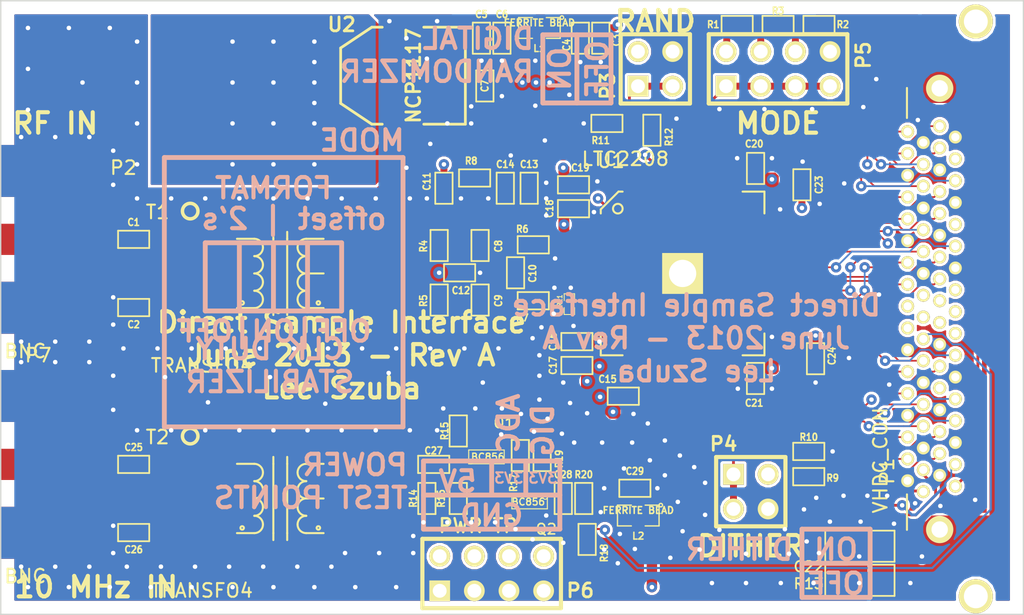
<source format=kicad_pcb>
(kicad_pcb (version 3) (host pcbnew "(2013-03-31 BZR 4008)-stable")
  (layers (15 F.Cu signal hide) (2 Inner2.Cu power hide) (1 Inner1.Cu mixed hide) (0 B.Cu signal hide) (18 B.Paste user hide) (19 F.Paste user hide) (20 B.SilkS user hide) (21 F.SilkS user) (22 B.Mask user hide) (23 F.Mask user hide) (28 Edge.Cuts user))
  (net 0 "")
  (net 1 +3.3V)
  (net 2 +3.3VADC)
  (net 3 +5V)
  (net 4 /AIN_N)
  (net 5 /AIN_N_1)
  (net 6 /AIN_P)
  (net 7 /AIN_P_1)
  (net 8 /CLKOUT)
  (net 9 /D0)
  (net 10 /D1)
  (net 11 /D10)
  (net 12 /D11)
  (net 13 /D12)
  (net 14 /D13)
  (net 15 /D14)
  (net 16 /D15)
  (net 17 /D2)
  (net 18 /D3)
  (net 19 /D4)
  (net 20 /D5)
  (net 21 /D6)
  (net 22 /D7)
  (net 23 /D8)
  (net 24 /D9)
  (net 25 /DITH)
  (net 26 /ENC)
  (net 27 /MODE)
  (net 28 /PGA)
  (net 29 /RAND)
  (net 30 /REF_CLK)
  (net 31 /SHDN)
  (net 32 /SHIELD)
  (net 33 /VCC1/3)
  (net 34 /VCC2/3)
  (net 35 /VCM)
  (net 36 /VCM_FIL)
  (net 37 /VREG_IN)
  (net 38 /~CLKOUT)
  (net 39 /~D0)
  (net 40 /~D1)
  (net 41 /~D10)
  (net 42 /~D11)
  (net 43 /~D12)
  (net 44 /~D13)
  (net 45 /~D14)
  (net 46 /~D15)
  (net 47 /~D2)
  (net 48 /~D3)
  (net 49 /~D4)
  (net 50 /~D5)
  (net 51 /~D6)
  (net 52 /~D7)
  (net 53 /~D8)
  (net 54 /~D9)
  (net 55 /~ENC)
  (net 56 AGND)
  (net 57 N-0000035)
  (net 58 N-0000036)
  (net 59 N-0000042)
  (net 60 N-0000043)
  (net 61 N-0000044)
  (net 62 N-0000045)
  (net 63 N-0000046)
  (net 64 N-0000048)
  (net 65 N-0000050)
  (net 66 N-0000052)
  (net 67 N-0000058)
  (net 68 N-0000061)
  (net 69 N-0000062)
  (module SM1206 (layer F.Cu) (at 238 168 180)
    (fp_text reference R13 (at 3.75 -0.25 180) (layer F.SilkS) (effects (font (size 0.762 0.762) (thickness 0.127))))
    (fp_text value R hide)
    (pad 1 smd rect (at -1.651 0 180) (size 1.524 2.032) (layers F.Cu F.Paste F.Mask) (net 32 /SHIELD))
    (pad 2 smd rect (at 1.651 0 180) (size 1.524 2.032) (layers F.Cu F.Paste F.Mask) (net 56 AGND))
  )
  (module SM1206 (layer F.Cu) (at 238 165.5 180)
    (fp_text reference C22 (at 3.75 -1.5 180) (layer F.SilkS) (effects (font (size 0.762 0.762) (thickness 0.127))))
    (fp_text value C hide)
    (pad 1 smd rect (at -1.651 0 180) (size 1.524 2.032) (layers F.Cu F.Paste F.Mask) (net 32 /SHIELD))
    (pad 2 smd rect (at 1.651 0 180) (size 1.524 2.032) (layers F.Cu F.Paste F.Mask) (net 56 AGND))
  )
  (module SM0805 (layer F.Cu) (at 214.5 127.5 180)
    (fp_text reference L1 (at 0 -1.5 180) (layer F.SilkS) (effects (font (size 0.50038 0.50038) (thickness 0.10922))))
    (fp_text value "FERRITE BEAD" (at 0 0.381 180) (layer F.SilkS) (effects (font (size 0.50038 0.50038) (thickness 0.10922))))
    (pad 1 smd rect (at -0.9525 0 180) (size 0.889 1.397) (layers F.Cu F.Paste F.Mask) (net 3 +5V))
    (pad 2 smd rect (at 0.9525 0 180) (size 0.889 1.397) (layers F.Cu F.Paste F.Mask) (net 37 /VREG_IN))
  )
  (module SM0603 (layer F.Cu) (at 219 128.25 270)
    (fp_text reference C3 (at 0.15 -1.15 270) (layer F.SilkS) (effects (font (size 0.508 0.4572) (thickness 0.1143))))
    (fp_text value C hide)
    (pad 1 smd rect (at -0.762 0 270) (size 0.635 1.143) (layers F.Cu F.Paste F.Mask) (net 3 +5V))
    (pad 2 smd rect (at 0.762 0 270) (size 0.635 1.143) (layers F.Cu F.Paste F.Mask) (net 56 AGND))
  )
  (module SM0603 (layer F.Cu) (at 184.75 148)
    (fp_text reference C2 (at 0 1.25) (layer F.SilkS) (effects (font (size 0.508 0.4572) (thickness 0.1143))))
    (fp_text value C hide)
    (pad 1 smd rect (at -0.762 0) (size 0.635 1.143) (layers F.Cu F.Paste F.Mask) (net 56 AGND))
    (pad 2 smd rect (at 0.762 0) (size 0.635 1.143) (layers F.Cu F.Paste F.Mask) (net 68 N-0000061))
  )
  (module SM0603 (layer F.Cu) (at 184.75 143)
    (fp_text reference C1 (at 0 -1.25) (layer F.SilkS) (effects (font (size 0.508 0.4572) (thickness 0.1143))))
    (fp_text value C hide)
    (pad 1 smd rect (at -0.762 0) (size 0.635 1.143) (layers F.Cu F.Paste F.Mask) (net 67 N-0000058))
    (pad 2 smd rect (at 0.762 0) (size 0.635 1.143) (layers F.Cu F.Paste F.Mask) (net 69 N-0000062))
  )
  (module SM0603 (layer F.Cu) (at 222.75 135 270)
    (fp_text reference R12 (at 0.5 -1.25 270) (layer F.SilkS) (effects (font (size 0.508 0.4572) (thickness 0.1143))))
    (fp_text value R hide)
    (pad 1 smd rect (at -0.762 0 270) (size 0.635 1.143) (layers F.Cu F.Paste F.Mask) (net 58 N-0000036))
    (pad 2 smd rect (at 0.762 0 270) (size 0.635 1.143) (layers F.Cu F.Paste F.Mask) (net 57 N-0000035))
  )
  (module SM0603 (layer F.Cu) (at 233.75 139 90)
    (fp_text reference C23 (at 0 1.25 90) (layer F.SilkS) (effects (font (size 0.508 0.4572) (thickness 0.1143))))
    (fp_text value C hide)
    (pad 1 smd rect (at -0.762 0 90) (size 0.635 1.143) (layers F.Cu F.Paste F.Mask) (net 1 +3.3V))
    (pad 2 smd rect (at 0.762 0 90) (size 0.635 1.143) (layers F.Cu F.Paste F.Mask) (net 56 AGND))
  )
  (module SM0603 (layer F.Cu) (at 234.75 151.75 270)
    (fp_text reference C24 (at -0.2 -1.2 270) (layer F.SilkS) (effects (font (size 0.508 0.4572) (thickness 0.1143))))
    (fp_text value C hide)
    (pad 1 smd rect (at -0.762 0 270) (size 0.635 1.143) (layers F.Cu F.Paste F.Mask) (net 1 +3.3V))
    (pad 2 smd rect (at 0.762 0 270) (size 0.635 1.143) (layers F.Cu F.Paste F.Mask) (net 56 AGND))
  )
  (module SM0603 (layer F.Cu) (at 230.35 137.8 90)
    (fp_text reference C20 (at 1.8 -0.1 180) (layer F.SilkS) (effects (font (size 0.508 0.4572) (thickness 0.1143))))
    (fp_text value C hide)
    (pad 1 smd rect (at -0.762 0 90) (size 0.635 1.143) (layers F.Cu F.Paste F.Mask) (net 1 +3.3V))
    (pad 2 smd rect (at 0.762 0 90) (size 0.635 1.143) (layers F.Cu F.Paste F.Mask) (net 56 AGND))
  )
  (module SM0603 (layer F.Cu) (at 230.35 153.2 270)
    (fp_text reference C21 (at 1.8 0.1 360) (layer F.SilkS) (effects (font (size 0.508 0.4572) (thickness 0.1143))))
    (fp_text value C hide)
    (pad 1 smd rect (at -0.762 0 270) (size 0.635 1.143) (layers F.Cu F.Paste F.Mask) (net 1 +3.3V))
    (pad 2 smd rect (at 0.762 0 270) (size 0.635 1.143) (layers F.Cu F.Paste F.Mask) (net 56 AGND))
  )
  (module SM0603 (layer F.Cu) (at 217.5 128.25 270)
    (fp_text reference C4 (at 0.5 1 270) (layer F.SilkS) (effects (font (size 0.508 0.4572) (thickness 0.1143))))
    (fp_text value C hide)
    (pad 1 smd rect (at -0.762 0 270) (size 0.635 1.143) (layers F.Cu F.Paste F.Mask) (net 3 +5V))
    (pad 2 smd rect (at 0.762 0 270) (size 0.635 1.143) (layers F.Cu F.Paste F.Mask) (net 56 AGND))
  )
  (module SM0603 (layer F.Cu) (at 207.5 139.25 270)
    (fp_text reference C11 (at -0.5 1.25 270) (layer F.SilkS) (effects (font (size 0.508 0.4572) (thickness 0.1143))))
    (fp_text value C hide)
    (pad 1 smd rect (at -0.762 0 270) (size 0.635 1.143) (layers F.Cu F.Paste F.Mask) (net 36 /VCM_FIL))
    (pad 2 smd rect (at 0.762 0 270) (size 0.635 1.143) (layers F.Cu F.Paste F.Mask) (net 56 AGND))
  )
  (module SM0603 (layer F.Cu) (at 219.45 134.5 180)
    (fp_text reference R11 (at 0.45 -1.25 180) (layer F.SilkS) (effects (font (size 0.508 0.4572) (thickness 0.1143))))
    (fp_text value R hide)
    (pad 1 smd rect (at -0.762 0 180) (size 0.635 1.143) (layers F.Cu F.Paste F.Mask) (net 28 /PGA))
    (pad 2 smd rect (at 0.762 0 180) (size 0.635 1.143) (layers F.Cu F.Paste F.Mask) (net 56 AGND))
  )
  (module SM0603 (layer F.Cu) (at 234.25 158.55)
    (fp_text reference R10 (at 0 -1.05) (layer F.SilkS) (effects (font (size 0.508 0.4572) (thickness 0.1143))))
    (fp_text value R hide)
    (pad 1 smd rect (at -0.762 0) (size 0.635 1.143) (layers F.Cu F.Paste F.Mask) (net 25 /DITH))
    (pad 2 smd rect (at 0.762 0) (size 0.635 1.143) (layers F.Cu F.Paste F.Mask) (net 56 AGND))
  )
  (module SM0603 (layer F.Cu) (at 234.25 160.4)
    (fp_text reference R9 (at 1.75 0.1) (layer F.SilkS) (effects (font (size 0.508 0.4572) (thickness 0.1143))))
    (fp_text value R hide)
    (pad 1 smd rect (at -0.762 0) (size 0.635 1.143) (layers F.Cu F.Paste F.Mask) (net 31 /SHDN))
    (pad 2 smd rect (at 0.762 0) (size 0.635 1.143) (layers F.Cu F.Paste F.Mask) (net 56 AGND))
  )
  (module SM0603 (layer F.Cu) (at 232 127.25 180)
    (fp_text reference R3 (at 0 1 180) (layer F.SilkS) (effects (font (size 0.508 0.4572) (thickness 0.1143))))
    (fp_text value R hide)
    (pad 1 smd rect (at -0.762 0 180) (size 0.635 1.143) (layers F.Cu F.Paste F.Mask) (net 33 /VCC1/3))
    (pad 2 smd rect (at 0.762 0 180) (size 0.635 1.143) (layers F.Cu F.Paste F.Mask) (net 34 /VCC2/3))
  )
  (module SM0603 (layer F.Cu) (at 229 127.25 180)
    (fp_text reference R1 (at 1.75 0 180) (layer F.SilkS) (effects (font (size 0.508 0.4572) (thickness 0.1143))))
    (fp_text value R hide)
    (pad 1 smd rect (at -0.762 0 180) (size 0.635 1.143) (layers F.Cu F.Paste F.Mask) (net 34 /VCC2/3))
    (pad 2 smd rect (at 0.762 0 180) (size 0.635 1.143) (layers F.Cu F.Paste F.Mask) (net 1 +3.3V))
  )
  (module SM0603 (layer F.Cu) (at 235 127.25 180)
    (fp_text reference R2 (at -1.75 0 180) (layer F.SilkS) (effects (font (size 0.508 0.4572) (thickness 0.1143))))
    (fp_text value R hide)
    (pad 1 smd rect (at -0.762 0 180) (size 0.635 1.143) (layers F.Cu F.Paste F.Mask) (net 56 AGND))
    (pad 2 smd rect (at 0.762 0 180) (size 0.635 1.143) (layers F.Cu F.Paste F.Mask) (net 33 /VCC1/3))
  )
  (module SM0603 (layer F.Cu) (at 210.5 131.75 270)
    (fp_text reference C7 (at 0 0 270) (layer F.SilkS) (effects (font (size 0.508 0.4572) (thickness 0.1143))))
    (fp_text value C hide)
    (pad 1 smd rect (at -0.762 0 270) (size 0.635 1.143) (layers F.Cu F.Paste F.Mask) (net 2 +3.3VADC))
    (pad 2 smd rect (at 0.762 0 270) (size 0.635 1.143) (layers F.Cu F.Paste F.Mask) (net 56 AGND))
  )
  (module SM0603 (layer F.Cu) (at 211.75 128.25 270)
    (fp_text reference C6 (at -1.75 0 360) (layer F.SilkS) (effects (font (size 0.508 0.4572) (thickness 0.1143))))
    (fp_text value C hide)
    (pad 1 smd rect (at -0.762 0 270) (size 0.635 1.143) (layers F.Cu F.Paste F.Mask) (net 37 /VREG_IN))
    (pad 2 smd rect (at 0.762 0 270) (size 0.635 1.143) (layers F.Cu F.Paste F.Mask) (net 56 AGND))
  )
  (module SM0603 (layer F.Cu) (at 214.05 147.5 180)
    (fp_text reference R7 (at 0.8 -1.25 180) (layer F.SilkS) (effects (font (size 0.508 0.4572) (thickness 0.1143))))
    (fp_text value R hide)
    (pad 1 smd rect (at -0.762 0 180) (size 0.635 1.143) (layers F.Cu F.Paste F.Mask) (net 4 /AIN_N))
    (pad 2 smd rect (at 0.762 0 180) (size 0.635 1.143) (layers F.Cu F.Paste F.Mask) (net 5 /AIN_N_1))
  )
  (module SM0603 (layer F.Cu) (at 217 139)
    (fp_text reference C19 (at 0.5 -1.25) (layer F.SilkS) (effects (font (size 0.508 0.4572) (thickness 0.1143))))
    (fp_text value C hide)
    (pad 1 smd rect (at -0.762 0) (size 0.635 1.143) (layers F.Cu F.Paste F.Mask) (net 2 +3.3VADC))
    (pad 2 smd rect (at 0.762 0) (size 0.635 1.143) (layers F.Cu F.Paste F.Mask) (net 56 AGND))
  )
  (module SM0603 (layer F.Cu) (at 217 140.75)
    (fp_text reference C18 (at -1.75 0 90) (layer F.SilkS) (effects (font (size 0.508 0.4572) (thickness 0.1143))))
    (fp_text value C hide)
    (pad 1 smd rect (at -0.762 0) (size 0.635 1.143) (layers F.Cu F.Paste F.Mask) (net 2 +3.3VADC))
    (pad 2 smd rect (at 0.762 0) (size 0.635 1.143) (layers F.Cu F.Paste F.Mask) (net 56 AGND))
  )
  (module SM0603 (layer F.Cu) (at 217.25 152.25 180)
    (fp_text reference C17 (at 1.75 0 270) (layer F.SilkS) (effects (font (size 0.508 0.4572) (thickness 0.1143))))
    (fp_text value C hide)
    (pad 1 smd rect (at -0.762 0 180) (size 0.635 1.143) (layers F.Cu F.Paste F.Mask) (net 2 +3.3VADC))
    (pad 2 smd rect (at 0.762 0 180) (size 0.635 1.143) (layers F.Cu F.Paste F.Mask) (net 56 AGND))
  )
  (module SM0603 (layer F.Cu) (at 217.25 150.5 180)
    (fp_text reference C16 (at 1.75 0 270) (layer F.SilkS) (effects (font (size 0.508 0.4572) (thickness 0.1143))))
    (fp_text value C hide)
    (pad 1 smd rect (at -0.762 0 180) (size 0.635 1.143) (layers F.Cu F.Paste F.Mask) (net 2 +3.3VADC))
    (pad 2 smd rect (at 0.762 0 180) (size 0.635 1.143) (layers F.Cu F.Paste F.Mask) (net 56 AGND))
  )
  (module SM0603 (layer F.Cu) (at 220.65 154.5)
    (fp_text reference C15 (at -1.15 -1.25) (layer F.SilkS) (effects (font (size 0.508 0.4572) (thickness 0.1143))))
    (fp_text value C hide)
    (pad 1 smd rect (at -0.762 0) (size 0.635 1.143) (layers F.Cu F.Paste F.Mask) (net 2 +3.3VADC))
    (pad 2 smd rect (at 0.762 0) (size 0.635 1.143) (layers F.Cu F.Paste F.Mask) (net 56 AGND))
  )
  (module SM0603 (layer F.Cu) (at 210.25 128.25 270)
    (fp_text reference C5 (at -1.75 0 360) (layer F.SilkS) (effects (font (size 0.508 0.4572) (thickness 0.1143))))
    (fp_text value C hide)
    (pad 1 smd rect (at -0.762 0 270) (size 0.635 1.143) (layers F.Cu F.Paste F.Mask) (net 37 /VREG_IN))
    (pad 2 smd rect (at 0.762 0 270) (size 0.635 1.143) (layers F.Cu F.Paste F.Mask) (net 56 AGND))
  )
  (module SM0603 (layer F.Cu) (at 210.15 143.45 270)
    (fp_text reference C8 (at 0.05 -1.35 270) (layer F.SilkS) (effects (font (size 0.508 0.4572) (thickness 0.1143))))
    (fp_text value C hide)
    (pad 1 smd rect (at -0.762 0 270) (size 0.635 1.143) (layers F.Cu F.Paste F.Mask) (net 7 /AIN_P_1))
    (pad 2 smd rect (at 0.762 0 270) (size 0.635 1.143) (layers F.Cu F.Paste F.Mask) (net 56 AGND))
  )
  (module SM0603 (layer F.Cu) (at 210.15 147.45 270)
    (fp_text reference C9 (at 0.05 -1.35 270) (layer F.SilkS) (effects (font (size 0.508 0.4572) (thickness 0.1143))))
    (fp_text value C hide)
    (pad 1 smd rect (at -0.762 0 270) (size 0.635 1.143) (layers F.Cu F.Paste F.Mask) (net 56 AGND))
    (pad 2 smd rect (at 0.762 0 270) (size 0.635 1.143) (layers F.Cu F.Paste F.Mask) (net 5 /AIN_N_1))
  )
  (module SM0603 (layer F.Cu) (at 214.05 143.4 180)
    (fp_text reference R6 (at 0.8 1.15 180) (layer F.SilkS) (effects (font (size 0.508 0.4572) (thickness 0.1143))))
    (fp_text value R hide)
    (pad 1 smd rect (at -0.762 0 180) (size 0.635 1.143) (layers F.Cu F.Paste F.Mask) (net 6 /AIN_P))
    (pad 2 smd rect (at 0.762 0 180) (size 0.635 1.143) (layers F.Cu F.Paste F.Mask) (net 7 /AIN_P_1))
  )
  (module SM0603 (layer F.Cu) (at 212 139.25 270)
    (fp_text reference C14 (at -1.75 0 360) (layer F.SilkS) (effects (font (size 0.508 0.4572) (thickness 0.1143))))
    (fp_text value C hide)
    (pad 1 smd rect (at -0.762 0 270) (size 0.635 1.143) (layers F.Cu F.Paste F.Mask) (net 35 /VCM))
    (pad 2 smd rect (at 0.762 0 270) (size 0.635 1.143) (layers F.Cu F.Paste F.Mask) (net 56 AGND))
  )
  (module SM0603 (layer F.Cu) (at 209.75 138.5 180)
    (fp_text reference R8 (at 0.25 1.25 180) (layer F.SilkS) (effects (font (size 0.508 0.4572) (thickness 0.1143))))
    (fp_text value R hide)
    (pad 1 smd rect (at -0.762 0 180) (size 0.635 1.143) (layers F.Cu F.Paste F.Mask) (net 35 /VCM))
    (pad 2 smd rect (at 0.762 0 180) (size 0.635 1.143) (layers F.Cu F.Paste F.Mask) (net 36 /VCM_FIL))
  )
  (module SM0603 (layer F.Cu) (at 207.15 143.45 270)
    (fp_text reference R4 (at 0.05 1.15 270) (layer F.SilkS) (effects (font (size 0.508 0.4572) (thickness 0.1143))))
    (fp_text value R hide)
    (pad 1 smd rect (at -0.762 0 270) (size 0.635 1.143) (layers F.Cu F.Paste F.Mask) (net 7 /AIN_P_1))
    (pad 2 smd rect (at 0.762 0 270) (size 0.635 1.143) (layers F.Cu F.Paste F.Mask) (net 36 /VCM_FIL))
  )
  (module SM0603 (layer F.Cu) (at 207.15 147.45 270)
    (fp_text reference R5 (at 0.05 1.15 270) (layer F.SilkS) (effects (font (size 0.508 0.4572) (thickness 0.1143))))
    (fp_text value R hide)
    (pad 1 smd rect (at -0.762 0 270) (size 0.635 1.143) (layers F.Cu F.Paste F.Mask) (net 36 /VCM_FIL))
    (pad 2 smd rect (at 0.762 0 270) (size 0.635 1.143) (layers F.Cu F.Paste F.Mask) (net 5 /AIN_N_1))
  )
  (module SM0603 (layer F.Cu) (at 212.75 145.45 270)
    (fp_text reference C10 (at 0.05 -1.25 270) (layer F.SilkS) (effects (font (size 0.508 0.4572) (thickness 0.1143))))
    (fp_text value C hide)
    (pad 1 smd rect (at -0.762 0 270) (size 0.635 1.143) (layers F.Cu F.Paste F.Mask) (net 7 /AIN_P_1))
    (pad 2 smd rect (at 0.762 0 270) (size 0.635 1.143) (layers F.Cu F.Paste F.Mask) (net 5 /AIN_N_1))
  )
  (module SM0603 (layer F.Cu) (at 208.65 145.45)
    (fp_text reference C12 (at 0.1 1.3) (layer F.SilkS) (effects (font (size 0.508 0.4572) (thickness 0.1143))))
    (fp_text value C hide)
    (pad 1 smd rect (at -0.762 0) (size 0.635 1.143) (layers F.Cu F.Paste F.Mask) (net 36 /VCM_FIL))
    (pad 2 smd rect (at 0.762 0) (size 0.635 1.143) (layers F.Cu F.Paste F.Mask) (net 56 AGND))
  )
  (module SM0603 (layer F.Cu) (at 213.75 139.25 270)
    (fp_text reference C13 (at -1.75 0 360) (layer F.SilkS) (effects (font (size 0.508 0.4572) (thickness 0.1143))))
    (fp_text value C hide)
    (pad 1 smd rect (at -0.762 0 270) (size 0.635 1.143) (layers F.Cu F.Paste F.Mask) (net 35 /VCM))
    (pad 2 smd rect (at 0.762 0 270) (size 0.635 1.143) (layers F.Cu F.Paste F.Mask) (net 56 AGND))
  )
  (module PIN_ARRAY_2X2 (layer F.Cu) (at 223 130.5)
    (fp_text reference P3 (at -3.5 1.25 90) (layer F.SilkS) (effects (font (size 1.016 1.016) (thickness 0.2032))))
    (fp_text value CONN_2X2 hide)
    (pad 1 thru_hole rect (at -1.27 1.27) (size 1.524 1.524) (drill 1.016) (layers *.Cu *.Mask F.SilkS) (net 29 /RAND))
    (pad 2 thru_hole circle (at -1.27 -1.27) (size 1.524 1.524) (drill 1.016) (layers *.Cu *.Mask F.SilkS) (net 1 +3.3V))
    (pad 3 thru_hole circle (at 1.27 1.27) (size 1.524 1.524) (drill 1.016) (layers *.Cu *.Mask F.SilkS) (net 29 /RAND))
    (pad 4 thru_hole circle (at 1.27 -1.27) (size 1.524 1.524) (drill 1.016) (layers *.Cu *.Mask F.SilkS) (net 56 AGND))
  )
  (module T1-1T (layer F.Cu) (at 195.5 145.5)
    (fp_text reference T1 (at -9 -4.5) (layer F.SilkS))
    (fp_text value TRANSFO4 (at -5.75 6.75) (layer F.SilkS))
    (pad 2 smd rect (at 6.604 0) (size 5.08 1.524) (layers F.Cu F.Paste F.Mask) (net 36 /VCM_FIL))
    (pad 1 smd rect (at 6.604 -2.54) (size 5.08 1.524) (layers F.Cu F.Paste F.Mask) (net 7 /AIN_P_1))
    (pad 3 smd rect (at 6.604 2.54) (size 5.08 1.524) (layers F.Cu F.Paste F.Mask) (net 5 /AIN_N_1))
    (pad 5 smd rect (at -6.604 -2.54) (size 5.08 1.524) (layers F.Cu F.Paste F.Mask) (net 69 N-0000062))
    (pad 6 smd rect (at -6.604 0) (size 5.08 1.524) (layers F.Cu F.Paste F.Mask))
    (pad 4 smd rect (at -6.604 2.54) (size 5.08 1.524) (layers F.Cu F.Paste F.Mask) (net 68 N-0000061))
  )
  (module T1-1T (layer F.Cu) (at 195.5 162)
    (fp_text reference T2 (at -9 -4.5) (layer F.SilkS))
    (fp_text value TRANSFO4 (at -5.75 6.75) (layer F.SilkS))
    (pad 2 smd rect (at 6.604 0) (size 5.08 1.524) (layers F.Cu F.Paste F.Mask))
    (pad 1 smd rect (at 6.604 -2.54) (size 5.08 1.524) (layers F.Cu F.Paste F.Mask) (net 59 N-0000042))
    (pad 3 smd rect (at 6.604 2.54) (size 5.08 1.524) (layers F.Cu F.Paste F.Mask) (net 56 AGND))
    (pad 5 smd rect (at -6.604 -2.54) (size 5.08 1.524) (layers F.Cu F.Paste F.Mask) (net 64 N-0000048))
    (pad 6 smd rect (at -6.604 0) (size 5.08 1.524) (layers F.Cu F.Paste F.Mask))
    (pad 4 smd rect (at -6.604 2.54) (size 5.08 1.524) (layers F.Cu F.Paste F.Mask) (net 62 N-0000045))
  )
  (module SM0805 (layer F.Cu) (at 221.75 163.25 180)
    (fp_text reference L2 (at 0 -1.5 180) (layer F.SilkS) (effects (font (size 0.50038 0.50038) (thickness 0.10922))))
    (fp_text value "FERRITE BEAD" (at 0 0.381 180) (layer F.SilkS) (effects (font (size 0.50038 0.50038) (thickness 0.10922))))
    (pad 1 smd rect (at -0.9525 0 180) (size 0.889 1.397) (layers F.Cu F.Paste F.Mask) (net 3 +5V))
    (pad 2 smd rect (at 0.9525 0 180) (size 0.889 1.397) (layers F.Cu F.Paste F.Mask) (net 60 N-0000043))
  )
  (module SM0603 (layer F.Cu) (at 206.75 159.5)
    (fp_text reference C27 (at 0 -1) (layer F.SilkS) (effects (font (size 0.508 0.4572) (thickness 0.1143))))
    (fp_text value C hide)
    (pad 1 smd rect (at -0.762 0) (size 0.635 1.143) (layers F.Cu F.Paste F.Mask) (net 59 N-0000042))
    (pad 2 smd rect (at 0.762 0) (size 0.635 1.143) (layers F.Cu F.Paste F.Mask) (net 61 N-0000044))
  )
  (module SM0603 (layer F.Cu) (at 221.5 161.25)
    (fp_text reference C29 (at 0 -1.25) (layer F.SilkS) (effects (font (size 0.508 0.4572) (thickness 0.1143))))
    (fp_text value C hide)
    (pad 1 smd rect (at -0.762 0) (size 0.635 1.143) (layers F.Cu F.Paste F.Mask) (net 60 N-0000043))
    (pad 2 smd rect (at 0.762 0) (size 0.635 1.143) (layers F.Cu F.Paste F.Mask) (net 56 AGND))
  )
  (module SM0603 (layer F.Cu) (at 213.1 158.85 270)
    (fp_text reference R17 (at 2 0.5 270) (layer F.SilkS) (effects (font (size 0.508 0.4572) (thickness 0.1143))))
    (fp_text value R hide)
    (pad 1 smd rect (at -0.762 0 270) (size 0.635 1.143) (layers F.Cu F.Paste F.Mask) (net 60 N-0000043))
    (pad 2 smd rect (at 0.762 0 270) (size 0.635 1.143) (layers F.Cu F.Paste F.Mask) (net 65 N-0000050))
  )
  (module SM0603 (layer F.Cu) (at 218 165 270)
    (fp_text reference R18 (at 1 -1.25 270) (layer F.SilkS) (effects (font (size 0.508 0.4572) (thickness 0.1143))))
    (fp_text value R hide)
    (pad 1 smd rect (at -0.762 0 270) (size 0.635 1.143) (layers F.Cu F.Paste F.Mask) (net 30 /REF_CLK))
    (pad 2 smd rect (at 0.762 0 270) (size 0.635 1.143) (layers F.Cu F.Paste F.Mask) (net 56 AGND))
  )
  (module SM0603 (layer F.Cu) (at 216.25 162 270)
    (fp_text reference C28 (at -1.75 0 360) (layer F.SilkS) (effects (font (size 0.508 0.4572) (thickness 0.1143))))
    (fp_text value C hide)
    (pad 1 smd rect (at -0.762 0 270) (size 0.635 1.143) (layers F.Cu F.Paste F.Mask) (net 66 N-0000052))
    (pad 2 smd rect (at 0.762 0 270) (size 0.635 1.143) (layers F.Cu F.Paste F.Mask) (net 56 AGND))
  )
  (module SM0603 (layer F.Cu) (at 217.75 162 270)
    (fp_text reference R20 (at -1.75 0 360) (layer F.SilkS) (effects (font (size 0.508 0.4572) (thickness 0.1143))))
    (fp_text value R hide)
    (pad 1 smd rect (at -0.762 0 270) (size 0.635 1.143) (layers F.Cu F.Paste F.Mask) (net 66 N-0000052))
    (pad 2 smd rect (at 0.762 0 270) (size 0.635 1.143) (layers F.Cu F.Paste F.Mask) (net 56 AGND))
  )
  (module SM0603 (layer F.Cu) (at 214.7 158.85 270)
    (fp_text reference R19 (at 0.25 -1.25 270) (layer F.SilkS) (effects (font (size 0.508 0.4572) (thickness 0.1143))))
    (fp_text value R hide)
    (pad 1 smd rect (at -0.762 0 270) (size 0.635 1.143) (layers F.Cu F.Paste F.Mask) (net 60 N-0000043))
    (pad 2 smd rect (at 0.762 0 270) (size 0.635 1.143) (layers F.Cu F.Paste F.Mask) (net 66 N-0000052))
  )
  (module SM0603 (layer F.Cu) (at 208.55 162 270)
    (fp_text reference R16 (at 0 1.25 270) (layer F.SilkS) (effects (font (size 0.508 0.4572) (thickness 0.1143))))
    (fp_text value R hide)
    (pad 1 smd rect (at -0.762 0 270) (size 0.635 1.143) (layers F.Cu F.Paste F.Mask) (net 61 N-0000044))
    (pad 2 smd rect (at 0.762 0 270) (size 0.635 1.143) (layers F.Cu F.Paste F.Mask) (net 56 AGND))
  )
  (module SM0603 (layer F.Cu) (at 208.55 157.05 270)
    (fp_text reference R15 (at 0 1 270) (layer F.SilkS) (effects (font (size 0.508 0.4572) (thickness 0.1143))))
    (fp_text value R hide)
    (pad 1 smd rect (at -0.762 0 270) (size 0.635 1.143) (layers F.Cu F.Paste F.Mask) (net 60 N-0000043))
    (pad 2 smd rect (at 0.762 0 270) (size 0.635 1.143) (layers F.Cu F.Paste F.Mask) (net 61 N-0000044))
  )
  (module SM0603 (layer F.Cu) (at 184.75 164.5)
    (fp_text reference C26 (at 0 1.25) (layer F.SilkS) (effects (font (size 0.508 0.4572) (thickness 0.1143))))
    (fp_text value C hide)
    (pad 1 smd rect (at -0.762 0) (size 0.635 1.143) (layers F.Cu F.Paste F.Mask) (net 56 AGND))
    (pad 2 smd rect (at 0.762 0) (size 0.635 1.143) (layers F.Cu F.Paste F.Mask) (net 62 N-0000045))
  )
  (module SM0603 (layer F.Cu) (at 184.75 159.5)
    (fp_text reference C25 (at 0 -1.25) (layer F.SilkS) (effects (font (size 0.508 0.4572) (thickness 0.1143))))
    (fp_text value C hide)
    (pad 1 smd rect (at -0.762 0) (size 0.635 1.143) (layers F.Cu F.Paste F.Mask) (net 63 N-0000046))
    (pad 2 smd rect (at 0.762 0) (size 0.635 1.143) (layers F.Cu F.Paste F.Mask) (net 64 N-0000048))
  )
  (module SM0603 (layer F.Cu) (at 206.25 162 270)
    (fp_text reference R14 (at 0 1 270) (layer F.SilkS) (effects (font (size 0.508 0.4572) (thickness 0.1143))))
    (fp_text value R hide)
    (pad 1 smd rect (at -0.762 0 270) (size 0.635 1.143) (layers F.Cu F.Paste F.Mask) (net 59 N-0000042))
    (pad 2 smd rect (at 0.762 0 270) (size 0.635 1.143) (layers F.Cu F.Paste F.Mask) (net 56 AGND))
  )
  (module pin_array_4x2 (layer F.Cu) (at 211 167.5)
    (fp_text reference P6 (at 6.5 1.25) (layer F.SilkS) (effects (font (size 1.016 1.016) (thickness 0.2032))))
    (fp_text value CONN_4X2 hide)
    (pad 1 thru_hole rect (at -3.81 1.27) (size 1.524 1.524) (drill 1.016) (layers *.Cu *.Mask F.SilkS) (net 56 AGND))
    (pad 2 thru_hole circle (at -3.81 -1.27) (size 1.524 1.524) (drill 1.016) (layers *.Cu *.Mask F.SilkS) (net 3 +5V))
    (pad 3 thru_hole circle (at -1.27 1.27) (size 1.524 1.524) (drill 1.016) (layers *.Cu *.Mask F.SilkS) (net 56 AGND))
    (pad 4 thru_hole circle (at -1.27 -1.27) (size 1.524 1.524) (drill 1.016) (layers *.Cu *.Mask F.SilkS) (net 3 +5V))
    (pad 5 thru_hole circle (at 1.27 1.27) (size 1.524 1.524) (drill 1.016) (layers *.Cu *.Mask F.SilkS) (net 56 AGND))
    (pad 6 thru_hole circle (at 1.27 -1.27) (size 1.524 1.524) (drill 1.016) (layers *.Cu *.Mask F.SilkS) (net 2 +3.3VADC))
    (pad 7 thru_hole circle (at 3.81 1.27) (size 1.524 1.524) (drill 1.016) (layers *.Cu *.Mask F.SilkS) (net 56 AGND))
    (pad 8 thru_hole circle (at 3.81 -1.27) (size 1.524 1.524) (drill 1.016) (layers *.Cu *.Mask F.SilkS) (net 1 +3.3V))
  )
  (module pin_array_4x2 (layer F.Cu) (at 232 130.5)
    (fp_text reference P5 (at 6.25 -1 90) (layer F.SilkS) (effects (font (size 1.016 1.016) (thickness 0.2032))))
    (fp_text value CONN_4X2 hide)
    (pad 1 thru_hole rect (at -3.81 1.27) (size 1.524 1.524) (drill 1.016) (layers *.Cu *.Mask F.SilkS) (net 27 /MODE))
    (pad 2 thru_hole circle (at -3.81 -1.27) (size 1.524 1.524) (drill 1.016) (layers *.Cu *.Mask F.SilkS) (net 1 +3.3V))
    (pad 3 thru_hole circle (at -1.27 1.27) (size 1.524 1.524) (drill 1.016) (layers *.Cu *.Mask F.SilkS) (net 27 /MODE))
    (pad 4 thru_hole circle (at -1.27 -1.27) (size 1.524 1.524) (drill 1.016) (layers *.Cu *.Mask F.SilkS) (net 34 /VCC2/3))
    (pad 5 thru_hole circle (at 1.27 1.27) (size 1.524 1.524) (drill 1.016) (layers *.Cu *.Mask F.SilkS) (net 27 /MODE))
    (pad 6 thru_hole circle (at 1.27 -1.27) (size 1.524 1.524) (drill 1.016) (layers *.Cu *.Mask F.SilkS) (net 33 /VCC1/3))
    (pad 7 thru_hole circle (at 3.81 1.27) (size 1.524 1.524) (drill 1.016) (layers *.Cu *.Mask F.SilkS) (net 27 /MODE))
    (pad 8 thru_hole circle (at 3.81 -1.27) (size 1.524 1.524) (drill 1.016) (layers *.Cu *.Mask F.SilkS) (net 56 AGND))
  )
  (module PIN_ARRAY_2X2 (layer F.Cu) (at 230 161.5 270)
    (fp_text reference P4 (at -3.5 2 360) (layer F.SilkS) (effects (font (size 1.016 1.016) (thickness 0.2032))))
    (fp_text value CONN_2X2 hide)
    (pad 1 thru_hole rect (at -1.27 1.27 270) (size 1.524 1.524) (drill 1.016) (layers *.Cu *.Mask F.SilkS) (net 25 /DITH))
    (pad 2 thru_hole circle (at -1.27 -1.27 270) (size 1.524 1.524) (drill 1.016) (layers *.Cu *.Mask F.SilkS) (net 1 +3.3V))
    (pad 3 thru_hole circle (at 1.27 1.27 270) (size 1.524 1.524) (drill 1.016) (layers *.Cu *.Mask F.SilkS) (net 25 /DITH))
    (pad 4 thru_hole circle (at 1.27 -1.27 270) (size 1.524 1.524) (drill 1.016) (layers *.Cu *.Mask F.SilkS) (net 56 AGND))
  )
  (module QFN64 (layer F.Cu) (at 225 145.5)
    (fp_text reference U1 (at -5.25 -8.25) (layer F.SilkS))
    (fp_text value LTC2208 (at -4.2 -8.4) (layer F.SilkS))
    (pad PPAD smd rect (at 0 0) (size 5.5 5.5) (layers F.Cu F.Paste F.Mask) (net 56 AGND))
    (pad 41 smd rect (at 5.75 -0.25) (size 3.4 0.25) (layers F.Cu F.Paste F.Mask) (net 53 /~D8))
    (pad 42 smd rect (at 5.75 -0.75) (size 3.4 0.25) (layers F.Cu F.Paste F.Mask) (net 23 /D8))
    (pad 43 smd rect (at 5.75 -1.25) (size 3.4 0.25) (layers F.Cu F.Paste F.Mask) (net 54 /~D9))
    (pad 44 smd rect (at 5.75 -1.75) (size 3.4 0.25) (layers F.Cu F.Paste F.Mask) (net 24 /D9))
    (pad 45 smd rect (at 5.75 -2.25) (size 3.4 0.25) (layers F.Cu F.Paste F.Mask) (net 41 /~D10))
    (pad 46 smd rect (at 5.75 -2.75) (size 3.4 0.25) (layers F.Cu F.Paste F.Mask) (net 11 /D10))
    (pad 47 smd rect (at 5.75 -3.25) (size 3.4 0.25) (layers F.Cu F.Paste F.Mask) (net 42 /~D11))
    (pad 48 smd rect (at 5.75 -3.75) (size 3.4 0.25) (layers F.Cu F.Paste F.Mask) (net 12 /D11))
    (pad 40 smd rect (at 5.75 0.25) (size 3.4 0.25) (layers F.Cu F.Paste F.Mask) (net 8 /CLKOUT))
    (pad 39 smd rect (at 5.75 0.75) (size 3.4 0.25) (layers F.Cu F.Paste F.Mask) (net 38 /~CLKOUT))
    (pad 38 smd rect (at 5.75 1.25) (size 3.4 0.25) (layers F.Cu F.Paste F.Mask) (net 22 /D7))
    (pad 37 smd rect (at 5.75 1.75) (size 3.4 0.25) (layers F.Cu F.Paste F.Mask) (net 52 /~D7))
    (pad 36 smd rect (at 5.75 2.25) (size 3.4 0.25) (layers F.Cu F.Paste F.Mask) (net 21 /D6))
    (pad 35 smd rect (at 5.75 2.75) (size 3.4 0.25) (layers F.Cu F.Paste F.Mask) (net 51 /~D6))
    (pad 34 smd rect (at 5.75 3.25) (size 3.4 0.25) (layers F.Cu F.Paste F.Mask) (net 20 /D5))
    (pad 33 smd rect (at 5.75 3.75) (size 3.4 0.25) (layers F.Cu F.Paste F.Mask) (net 50 /~D5))
    (pad 25 smd rect (at 0.25 5.75) (size 0.25 3.4) (layers F.Cu F.Paste F.Mask) (net 47 /~D2))
    (pad 24 smd rect (at -0.25 5.75) (size 0.25 3.4) (layers F.Cu F.Paste F.Mask) (net 10 /D1))
    (pad 23 smd rect (at -0.75 5.75) (size 0.25 3.4) (layers F.Cu F.Paste F.Mask) (net 40 /~D1))
    (pad 22 smd rect (at -1.25 5.75) (size 0.25 3.4) (layers F.Cu F.Paste F.Mask) (net 9 /D0))
    (pad 21 smd rect (at -1.75 5.75) (size 0.25 3.4) (layers F.Cu F.Paste F.Mask) (net 39 /~D0))
    (pad 20 smd rect (at -2.25 5.75) (size 0.25 3.4) (layers F.Cu F.Paste F.Mask) (net 25 /DITH))
    (pad 19 smd rect (at -2.75 5.75) (size 0.25 3.4) (layers F.Cu F.Paste F.Mask) (net 31 /SHDN))
    (pad 18 smd rect (at -3.25 5.75) (size 0.25 3.4) (layers F.Cu F.Paste F.Mask) (net 56 AGND))
    (pad 17 smd rect (at -3.75 5.75) (size 0.25 3.4) (layers F.Cu F.Paste F.Mask) (net 2 +3.3VADC))
    (pad 26 smd rect (at 0.75 5.75) (size 0.25 3.4) (layers F.Cu F.Paste F.Mask) (net 17 /D2))
    (pad 27 smd rect (at 1.25 5.75) (size 0.25 3.4) (layers F.Cu F.Paste F.Mask) (net 48 /~D3))
    (pad 28 smd rect (at 1.75 5.75) (size 0.25 3.4) (layers F.Cu F.Paste F.Mask) (net 18 /D3))
    (pad 29 smd rect (at 2.25 5.75) (size 0.25 3.4) (layers F.Cu F.Paste F.Mask) (net 49 /~D4))
    (pad 30 smd rect (at 2.75 5.75) (size 0.25 3.4) (layers F.Cu F.Paste F.Mask) (net 19 /D4))
    (pad 31 smd rect (at 3.25 5.75) (size 0.25 3.4) (layers F.Cu F.Paste F.Mask) (net 56 AGND))
    (pad 32 smd rect (at 3.75 5.75) (size 0.25 3.4) (layers F.Cu F.Paste F.Mask) (net 1 +3.3V))
    (pad 56 smd rect (at 0.25 -5.75) (size 0.25 3.4) (layers F.Cu F.Paste F.Mask) (net 15 /D14))
    (pad 55 smd rect (at 0.75 -5.75) (size 0.25 3.4) (layers F.Cu F.Paste F.Mask) (net 45 /~D14))
    (pad 54 smd rect (at 1.25 -5.75) (size 0.25 3.4) (layers F.Cu F.Paste F.Mask) (net 14 /D13))
    (pad 53 smd rect (at 1.75 -5.75) (size 0.25 3.4) (layers F.Cu F.Paste F.Mask) (net 44 /~D13))
    (pad 52 smd rect (at 2.25 -5.75) (size 0.25 3.4) (layers F.Cu F.Paste F.Mask) (net 13 /D12))
    (pad 51 smd rect (at 2.75 -5.75) (size 0.25 3.4) (layers F.Cu F.Paste F.Mask) (net 43 /~D12))
    (pad 50 smd rect (at 3.25 -5.75) (size 0.25 3.4) (layers F.Cu F.Paste F.Mask) (net 56 AGND))
    (pad 49 smd rect (at 3.75 -5.75) (size 0.25 3.4) (layers F.Cu F.Paste F.Mask) (net 1 +3.3V))
    (pad 57 smd rect (at -0.25 -5.75) (size 0.25 3.4) (layers F.Cu F.Paste F.Mask) (net 46 /~D15))
    (pad 58 smd rect (at -0.75 -5.75) (size 0.25 3.4) (layers F.Cu F.Paste F.Mask) (net 16 /D15))
    (pad 59 smd rect (at -1.25 -5.75) (size 0.25 3.4) (layers F.Cu F.Paste F.Mask) (net 58 N-0000036))
    (pad 60 smd rect (at -1.75 -5.75) (size 0.25 3.4) (layers F.Cu F.Paste F.Mask) (net 57 N-0000035))
    (pad 61 smd rect (at -2.25 -5.75) (size 0.25 3.4) (layers F.Cu F.Paste F.Mask) (net 1 +3.3V))
    (pad 62 smd rect (at -2.75 -5.75) (size 0.25 3.4) (layers F.Cu F.Paste F.Mask) (net 27 /MODE))
    (pad 63 smd rect (at -3.25 -5.75) (size 0.25 3.4) (layers F.Cu F.Paste F.Mask) (net 29 /RAND))
    (pad 64 smd rect (at -3.75 -5.75) (size 0.25 3.4) (layers F.Cu F.Paste F.Mask) (net 28 /PGA))
    (pad 8 smd rect (at -5.75 -0.25) (size 3.4 0.25) (layers F.Cu F.Paste F.Mask) (net 6 /AIN_P))
    (pad 7 smd rect (at -5.75 -0.75) (size 3.4 0.25) (layers F.Cu F.Paste F.Mask) (net 56 AGND))
    (pad 6 smd rect (at -5.75 -1.25) (size 3.4 0.25) (layers F.Cu F.Paste F.Mask) (net 2 +3.3VADC))
    (pad 5 smd rect (at -5.75 -1.75) (size 3.4 0.25) (layers F.Cu F.Paste F.Mask) (net 2 +3.3VADC))
    (pad 4 smd rect (at -5.75 -2.25) (size 3.4 0.25) (layers F.Cu F.Paste F.Mask) (net 56 AGND))
    (pad 3 smd rect (at -5.75 -2.75) (size 3.4 0.25) (layers F.Cu F.Paste F.Mask) (net 35 /VCM))
    (pad 2 smd rect (at -5.75 -3.25) (size 3.4 0.25) (layers F.Cu F.Paste F.Mask) (net 56 AGND))
    (pad 1 smd rect (at -5.75 -3.75) (size 3.4 0.25) (layers F.Cu F.Paste F.Mask) (net 1 +3.3V))
    (pad 9 smd rect (at -5.75 0.25) (size 3.4 0.25) (layers F.Cu F.Paste F.Mask) (net 4 /AIN_N))
    (pad 10 smd rect (at -5.75 0.75) (size 3.4 0.25) (layers F.Cu F.Paste F.Mask) (net 56 AGND))
    (pad 11 smd rect (at -5.75 1.25) (size 3.4 0.25) (layers F.Cu F.Paste F.Mask) (net 56 AGND))
    (pad 12 smd rect (at -5.75 1.75) (size 3.4 0.25) (layers F.Cu F.Paste F.Mask) (net 26 /ENC))
    (pad 13 smd rect (at -5.75 2.25) (size 3.4 0.25) (layers F.Cu F.Paste F.Mask) (net 55 /~ENC))
    (pad 14 smd rect (at -5.75 2.75) (size 3.4 0.25) (layers F.Cu F.Paste F.Mask) (net 56 AGND))
    (pad 15 smd rect (at -5.75 3.25) (size 3.4 0.25) (layers F.Cu F.Paste F.Mask) (net 2 +3.3VADC))
    (pad 16 smd rect (at -5.75 3.75) (size 3.4 0.25) (layers F.Cu F.Paste F.Mask) (net 2 +3.3VADC))
    (pad PPAD thru_hole rect (at 0 0) (size 3 3) (drill 2) (layers *.Cu *.Mask F.SilkS) (net 56 AGND))
  )
  (module VHDCI_CON (layer F.Cu) (at 245 135.5 90)
    (fp_text reference P1 (at -24.5 -5 90) (layer F.SilkS))
    (fp_text value VHDC_CON (at -23.7 -5.5 90) (layer F.SilkS))
    (pad 34 thru_hole circle (at -26 -2.35 90) (size 0.95 0.95) (drill 0.6) (layers *.Cu *.Mask F.SilkS) (net 31 /SHDN))
    (pad 32 thru_hole circle (at -24.4 -2.35 90) (size 0.95 0.95) (drill 0.6) (layers *.Cu *.Mask F.SilkS) (net 26 /ENC))
    (pad 30 thru_hole circle (at -22.8 -2.35 90) (size 0.95 0.95) (drill 0.6) (layers *.Cu *.Mask F.SilkS) (net 56 AGND))
    (pad 28 thru_hole circle (at -21.2 -2.35 90) (size 0.95 0.95) (drill 0.6) (layers *.Cu *.Mask F.SilkS) (net 17 /D2))
    (pad 26 thru_hole circle (at -19.6 -2.35 90) (size 0.95 0.95) (drill 0.6) (layers *.Cu *.Mask F.SilkS) (net 18 /D3))
    (pad 24 thru_hole circle (at -18 -2.35 90) (size 0.95 0.95) (drill 0.6) (layers *.Cu *.Mask F.SilkS) (net 56 AGND))
    (pad 22 thru_hole circle (at -16.4 -2.35 90) (size 0.95 0.95) (drill 0.6) (layers *.Cu *.Mask F.SilkS) (net 21 /D6))
    (pad 20 thru_hole circle (at -14.8 -2.35 90) (size 0.95 0.95) (drill 0.6) (layers *.Cu *.Mask F.SilkS) (net 30 /REF_CLK))
    (pad 18 thru_hole circle (at -13.2 -2.35 90) (size 0.95 0.95) (drill 0.6) (layers *.Cu *.Mask F.SilkS) (net 3 +5V))
    (pad 16 thru_hole circle (at -11.6 -2.35 90) (size 0.95 0.95) (drill 0.6) (layers *.Cu *.Mask F.SilkS) (net 1 +3.3V))
    (pad 14 thru_hole circle (at -10 -2.35 90) (size 0.95 0.95) (drill 0.6) (layers *.Cu *.Mask F.SilkS) (net 56 AGND))
    (pad 12 thru_hole circle (at -8.4 -2.35 90) (size 0.95 0.95) (drill 0.6) (layers *.Cu *.Mask F.SilkS) (net 23 /D8))
    (pad 10 thru_hole circle (at -6.8 -2.35 90) (size 0.95 0.95) (drill 0.6) (layers *.Cu *.Mask F.SilkS) (net 24 /D9))
    (pad 8 thru_hole circle (at -5.2 -2.35 90) (size 0.95 0.95) (drill 0.6) (layers *.Cu *.Mask F.SilkS) (net 56 AGND))
    (pad 6 thru_hole circle (at -3.6 -2.35 90) (size 0.95 0.95) (drill 0.6) (layers *.Cu *.Mask F.SilkS) (net 13 /D12))
    (pad 4 thru_hole circle (at -2 -2.35 90) (size 0.95 0.95) (drill 0.6) (layers *.Cu *.Mask F.SilkS) (net 14 /D13))
    (pad 2 thru_hole circle (at -0.4 -2.35 90) (size 0.95 0.95) (drill 0.6) (layers *.Cu *.Mask F.SilkS) (net 56 AGND))
    (pad 1 thru_hole circle (at 0.4 -3.5 90) (size 0.95 0.95) (drill 0.6) (layers *.Cu *.Mask F.SilkS) (net 16 /D15))
    (pad 3 thru_hole circle (at -1.2 -3.5 90) (size 0.95 0.95) (drill 0.6) (layers *.Cu *.Mask F.SilkS) (net 15 /D14))
    (pad 5 thru_hole circle (at -2.8 -3.5 90) (size 0.95 0.95) (drill 0.6) (layers *.Cu *.Mask F.SilkS) (net 56 AGND))
    (pad 7 thru_hole circle (at -4.4 -3.5 90) (size 0.95 0.95) (drill 0.6) (layers *.Cu *.Mask F.SilkS) (net 12 /D11))
    (pad 9 thru_hole circle (at -6 -3.5 90) (size 0.95 0.95) (drill 0.6) (layers *.Cu *.Mask F.SilkS) (net 11 /D10))
    (pad 11 thru_hole circle (at -7.6 -3.5 90) (size 0.95 0.95) (drill 0.6) (layers *.Cu *.Mask F.SilkS) (net 56 AGND))
    (pad 13 thru_hole circle (at -9.2 -3.5 90) (size 0.95 0.95) (drill 0.6) (layers *.Cu *.Mask F.SilkS) (net 22 /D7))
    (pad 15 thru_hole circle (at -10.8 -3.5 90) (size 0.95 0.95) (drill 0.6) (layers *.Cu *.Mask F.SilkS) (net 8 /CLKOUT))
    (pad 17 thru_hole circle (at -12.4 -3.5 90) (size 0.95 0.95) (drill 0.6) (layers *.Cu *.Mask F.SilkS) (net 3 +5V))
    (pad 19 thru_hole circle (at -14 -3.5 90) (size 0.95 0.95) (drill 0.6) (layers *.Cu *.Mask F.SilkS) (net 1 +3.3V))
    (pad 21 thru_hole circle (at -15.6 -3.5 90) (size 0.95 0.95) (drill 0.6) (layers *.Cu *.Mask F.SilkS) (net 56 AGND))
    (pad 23 thru_hole circle (at -17.2 -3.5 90) (size 0.95 0.95) (drill 0.6) (layers *.Cu *.Mask F.SilkS) (net 20 /D5))
    (pad 25 thru_hole circle (at -18.8 -3.5 90) (size 0.95 0.95) (drill 0.6) (layers *.Cu *.Mask F.SilkS) (net 19 /D4))
    (pad 27 thru_hole circle (at -20.4 -3.5 90) (size 0.95 0.95) (drill 0.6) (layers *.Cu *.Mask F.SilkS) (net 56 AGND))
    (pad 29 thru_hole circle (at -22 -3.5 90) (size 0.95 0.95) (drill 0.6) (layers *.Cu *.Mask F.SilkS) (net 10 /D1))
    (pad 31 thru_hole circle (at -23.6 -3.5 90) (size 0.95 0.95) (drill 0.6) (layers *.Cu *.Mask F.SilkS) (net 9 /D0))
    (pad 33 thru_hole circle (at -25.2 -3.5 90) (size 0.95 0.95) (drill 0.6) (layers *.Cu *.Mask F.SilkS) (net 56 AGND))
    (pad 67 thru_hole circle (at -24.8 -1.15 90) (size 0.95 0.95) (drill 0.6) (layers *.Cu *.Mask F.SilkS) (net 56 AGND))
    (pad 65 thru_hole circle (at -23.2 -1.15 90) (size 0.95 0.95) (drill 0.6) (layers *.Cu *.Mask F.SilkS) (net 39 /~D0))
    (pad 63 thru_hole circle (at -21.6 -1.15 90) (size 0.95 0.95) (drill 0.6) (layers *.Cu *.Mask F.SilkS) (net 40 /~D1))
    (pad 61 thru_hole circle (at -20 -1.15 90) (size 0.95 0.95) (drill 0.6) (layers *.Cu *.Mask F.SilkS) (net 56 AGND))
    (pad 59 thru_hole circle (at -18.4 -1.15 90) (size 0.95 0.95) (drill 0.6) (layers *.Cu *.Mask F.SilkS) (net 49 /~D4))
    (pad 57 thru_hole circle (at -16.8 -1.15 90) (size 0.95 0.95) (drill 0.6) (layers *.Cu *.Mask F.SilkS) (net 50 /~D5))
    (pad 55 thru_hole circle (at -15.2 -1.15 90) (size 0.95 0.95) (drill 0.6) (layers *.Cu *.Mask F.SilkS) (net 56 AGND))
    (pad 53 thru_hole circle (at -13.6 -1.15 90) (size 0.95 0.95) (drill 0.6) (layers *.Cu *.Mask F.SilkS) (net 1 +3.3V))
    (pad 51 thru_hole circle (at -12 -1.15 90) (size 0.95 0.95) (drill 0.6) (layers *.Cu *.Mask F.SilkS) (net 3 +5V))
    (pad 49 thru_hole circle (at -10.4 -1.15 90) (size 0.95 0.95) (drill 0.6) (layers *.Cu *.Mask F.SilkS) (net 38 /~CLKOUT))
    (pad 47 thru_hole circle (at -8.8 -1.15 90) (size 0.95 0.95) (drill 0.6) (layers *.Cu *.Mask F.SilkS) (net 52 /~D7))
    (pad 45 thru_hole circle (at -7.2 -1.15 90) (size 0.95 0.95) (drill 0.6) (layers *.Cu *.Mask F.SilkS) (net 56 AGND))
    (pad 43 thru_hole circle (at -5.6 -1.15 90) (size 0.95 0.95) (drill 0.6) (layers *.Cu *.Mask F.SilkS) (net 41 /~D10))
    (pad 41 thru_hole circle (at -4 -1.15 90) (size 0.95 0.95) (drill 0.6) (layers *.Cu *.Mask F.SilkS) (net 42 /~D11))
    (pad 39 thru_hole circle (at -2.4 -1.15 90) (size 0.95 0.95) (drill 0.6) (layers *.Cu *.Mask F.SilkS) (net 56 AGND))
    (pad 37 thru_hole circle (at -0.8 -1.15 90) (size 0.95 0.95) (drill 0.6) (layers *.Cu *.Mask F.SilkS) (net 45 /~D14))
    (pad 35 thru_hole circle (at 0.8 -1.15 90) (size 0.95 0.95) (drill 0.6) (layers *.Cu *.Mask F.SilkS) (net 46 /~D15))
    (pad 36 thru_hole circle (at 0 0 90) (size 0.95 0.95) (drill 0.6) (layers *.Cu *.Mask F.SilkS) (net 56 AGND))
    (pad 38 thru_hole circle (at -1.6 0 90) (size 0.95 0.95) (drill 0.6) (layers *.Cu *.Mask F.SilkS) (net 44 /~D13))
    (pad 40 thru_hole circle (at -3.2 0 90) (size 0.95 0.95) (drill 0.6) (layers *.Cu *.Mask F.SilkS) (net 43 /~D12))
    (pad 42 thru_hole circle (at -4.8 0 90) (size 0.95 0.95) (drill 0.6) (layers *.Cu *.Mask F.SilkS) (net 56 AGND))
    (pad 44 thru_hole circle (at -6.4 0 90) (size 0.95 0.95) (drill 0.6) (layers *.Cu *.Mask F.SilkS) (net 54 /~D9))
    (pad 46 thru_hole circle (at -8 0 90) (size 0.95 0.95) (drill 0.6) (layers *.Cu *.Mask F.SilkS) (net 53 /~D8))
    (pad 48 thru_hole circle (at -9.6 0 90) (size 0.95 0.95) (drill 0.6) (layers *.Cu *.Mask F.SilkS) (net 56 AGND))
    (pad 50 thru_hole circle (at -11.2 0 90) (size 0.95 0.95) (drill 0.6) (layers *.Cu *.Mask F.SilkS) (net 1 +3.3V))
    (pad 52 thru_hole circle (at -12.8 0 90) (size 0.95 0.95) (drill 0.6) (layers *.Cu *.Mask F.SilkS) (net 3 +5V))
    (pad 54 thru_hole circle (at -14.4 0 90) (size 0.95 0.95) (drill 0.6) (layers *.Cu *.Mask F.SilkS))
    (pad 56 thru_hole circle (at -16 0 90) (size 0.95 0.95) (drill 0.6) (layers *.Cu *.Mask F.SilkS) (net 51 /~D6))
    (pad 58 thru_hole circle (at -17.6 0 90) (size 0.95 0.95) (drill 0.6) (layers *.Cu *.Mask F.SilkS) (net 56 AGND))
    (pad 60 thru_hole circle (at -19.2 0 90) (size 0.95 0.95) (drill 0.6) (layers *.Cu *.Mask F.SilkS) (net 48 /~D3))
    (pad 62 thru_hole circle (at -20.8 0 90) (size 0.95 0.95) (drill 0.6) (layers *.Cu *.Mask F.SilkS) (net 47 /~D2))
    (pad 64 thru_hole circle (at -22.4 0 90) (size 0.95 0.95) (drill 0.6) (layers *.Cu *.Mask F.SilkS) (net 56 AGND))
    (pad 66 thru_hole circle (at -24 0 90) (size 0.95 0.95) (drill 0.6) (layers *.Cu *.Mask F.SilkS) (net 55 /~ENC))
    (pad 68 thru_hole circle (at -25.6 0 90) (size 0.95 0.95) (drill 0.6) (layers *.Cu *.Mask F.SilkS) (net 28 /PGA))
    (pad S1 thru_hole circle (at -28.775 -1.15 90) (size 2 2) (drill 1.2) (layers *.Cu *.Mask F.SilkS) (net 32 /SHIELD))
    (pad S2 thru_hole circle (at 3.575 -1.15 90) (size 2 2) (drill 1.2) (layers *.Cu *.Mask F.SilkS) (net 32 /SHIELD))
    (pad "" thru_hole circle (at -33.675 1.5 90) (size 2.5 2.5) (drill 1.75) (layers *.Cu *.Mask F.SilkS))
    (pad "" thru_hole circle (at 8.475 1.5 90) (size 2.5 2.5) (drill 1.75) (layers *.Cu *.Mask F.SilkS))
  )
  (module SOT23 (layer F.Cu) (at 210.65 158.95)
    (fp_text reference Q1 (at 1.25 -2.5) (layer F.SilkS) (effects (font (size 0.762 0.762) (thickness 0.11938))))
    (fp_text value BC856 (at 0.0635 0) (layer F.SilkS) (effects (font (size 0.50038 0.50038) (thickness 0.09906))))
    (pad 3 smd rect (at 0 -1.09982) (size 0.8001 1.00076) (layers F.Cu F.Paste F.Mask) (net 56 AGND))
    (pad 2 smd rect (at 0.9525 1.09982) (size 0.8001 1.00076) (layers F.Cu F.Paste F.Mask) (net 65 N-0000050))
    (pad 1 smd rect (at -0.9525 1.09982) (size 0.8001 1.00076) (layers F.Cu F.Paste F.Mask) (net 61 N-0000044))
  )
  (module SOT23 (layer F.Cu) (at 213.75 162.25 180)
    (fp_text reference Q2 (at -1.25 -2 180) (layer F.SilkS) (effects (font (size 0.762 0.762) (thickness 0.11938))))
    (fp_text value BC856 (at 0.0635 0 180) (layer F.SilkS) (effects (font (size 0.50038 0.50038) (thickness 0.09906))))
    (pad 3 smd rect (at 0 -1.09982 180) (size 0.8001 1.00076) (layers F.Cu F.Paste F.Mask) (net 30 /REF_CLK))
    (pad 2 smd rect (at 0.9525 1.09982 180) (size 0.8001 1.00076) (layers F.Cu F.Paste F.Mask) (net 65 N-0000050))
    (pad 1 smd rect (at -0.9525 1.09982 180) (size 0.8001 1.00076) (layers F.Cu F.Paste F.Mask) (net 66 N-0000052))
  )
  (module SOT223_GND (layer F.Cu) (at 204.5 131 90)
    (fp_text reference U2 (at 3.75 -4.5 180) (layer F.SilkS) (effects (font (size 1.016 1.016) (thickness 0.2032))))
    (fp_text value NCP1117 (at 0 0.762 90) (layer F.SilkS) (effects (font (size 1.016 1.016) (thickness 0.2032))))
    (pad 2 smd rect (at 0 -3.302 90) (size 3.6576 2.032) (layers F.Cu F.Paste F.Mask) (net 2 +3.3VADC))
    (pad 2 smd rect (at 0 3.302 90) (size 1.016 2.032) (layers F.Cu F.Paste F.Mask) (net 2 +3.3VADC))
    (pad 3 smd rect (at 2.286 3.302 90) (size 1.016 2.032) (layers F.Cu F.Paste F.Mask) (net 37 /VREG_IN))
    (pad 1 smd rect (at -2.286 3.302 90) (size 1.016 2.032) (layers F.Cu F.Paste F.Mask) (net 56 AGND))
  )
  (module SM0402 (layer F.Cu) (at 216.7 147.75 90)
    (fp_text reference R21 (at 0.25 -0.7 90) (layer F.SilkS) (effects (font (size 0.35052 0.3048) (thickness 0.07112))))
    (fp_text value R hide)
    (pad 1 smd rect (at -0.44958 0 90) (size 0.39878 0.59944) (layers F.Cu F.Paste F.Mask) (net 55 /~ENC))
    (pad 2 smd rect (at 0.44958 0 90) (size 0.39878 0.59944) (layers F.Cu F.Paste F.Mask) (net 26 /ENC))
  )
  (module EDGE_SMA (layer F.Cu) (at 175 143)
    (fp_text reference P2 (at 9 -5.25) (layer F.SilkS))
    (fp_text value BNC (at 1.8 8.2) (layer F.SilkS))
    (pad 2 smd rect (at 3.81 -5.0165) (size 7.62 3.81) (layers F.Cu F.Paste F.Mask) (net 56 AGND))
    (pad 2 smd rect (at 3.81 5.0165) (size 7.62 3.81) (layers B.Cu B.Paste B.Mask) (net 56 AGND))
    (pad 1 smd rect (at 3.81 0) (size 7.62 2.286) (layers F.Cu F.Paste F.Mask) (net 67 N-0000058))
    (pad 2 smd rect (at 3.81 -5.0165) (size 7.62 3.81) (layers B.Cu B.Paste B.Mask) (net 56 AGND))
    (pad 2 smd rect (at 3.81 5.0165) (size 7.62 3.81) (layers F.Cu F.Paste F.Mask) (net 56 AGND))
  )
  (module EDGE_SMA (layer F.Cu) (at 175 159.5)
    (fp_text reference P7 (at 2.75 -8) (layer F.SilkS))
    (fp_text value BNC (at 1.8 8.2) (layer F.SilkS))
    (pad 2 smd rect (at 3.81 -5.0165) (size 7.62 3.81) (layers F.Cu F.Paste F.Mask) (net 56 AGND))
    (pad 2 smd rect (at 3.81 5.0165) (size 7.62 3.81) (layers B.Cu B.Paste B.Mask) (net 56 AGND))
    (pad 1 smd rect (at 3.81 0) (size 7.62 2.286) (layers F.Cu F.Paste F.Mask) (net 63 N-0000046))
    (pad 2 smd rect (at 3.81 -5.0165) (size 7.62 3.81) (layers B.Cu B.Paste B.Mask) (net 56 AGND))
    (pad 2 smd rect (at 3.81 5.0165) (size 7.62 3.81) (layers F.Cu F.Paste F.Mask) (net 56 AGND))
  )
  (gr_line (start 238.75 166.75) (end 233.75 166.75) (angle 90) (layer B.SilkS) (width 0.3556))
  (gr_line (start 233.75 169.25) (end 238.75 169.25) (angle 90) (layer B.SilkS) (width 0.3556))
  (gr_line (start 233.75 164.25) (end 238.75 164.25) (angle 90) (layer B.SilkS) (width 0.3556))
  (gr_line (start 233.75 164.25) (end 233.75 169.25) (angle 90) (layer B.SilkS) (width 0.3556))
  (gr_line (start 238.75 164.25) (end 238.75 169.25) (angle 90) (layer B.SilkS) (width 0.3556))
  (gr_text ON (at 236.25 165.75) (layer B.SilkS) (effects (font (size 1.5 1.5) (thickness 0.3)) (justify mirror)))
  (gr_text OFF (at 236.25 168.25) (layer B.SilkS) (effects (font (size 1.5 1.5) (thickness 0.3)) (justify mirror)))
  (gr_text DITHER (at 233.25 165.75) (layer B.SilkS) (effects (font (size 1.5 1.5) (thickness 0.3)) (justify left mirror)))
  (gr_text MODE (at 201.5 135.75) (layer B.SilkS) (effects (font (size 1.5 1.5) (thickness 0.3)) (justify mirror)))
  (gr_line (start 187 137) (end 187 156.75) (angle 90) (layer B.SilkS) (width 0.3556))
  (gr_line (start 204.5 137) (end 187 137) (angle 90) (layer B.SilkS) (width 0.3556))
  (gr_line (start 204.5 156.75) (end 204.5 137) (angle 90) (layer B.SilkS) (width 0.3556))
  (gr_line (start 187 156.75) (end 204.5 156.75) (angle 90) (layer B.SilkS) (width 0.3556))
  (gr_text "CLK DUTY\nSTABILIZER" (at 194.75 152.25) (layer B.SilkS) (effects (font (size 1.5 1.5) (thickness 0.3)) (justify mirror)))
  (gr_text OFF|ON|OFF (at 195 149.75) (layer B.SilkS) (effects (font (size 1.5 1.5) (thickness 0.3)) (justify mirror)))
  (gr_text "offset | 2's" (at 196.5 141.5) (layer B.SilkS) (effects (font (size 1.5 1.5) (thickness 0.3)) (justify mirror)))
  (gr_text FORMAT (at 195 139.25) (layer B.SilkS) (effects (font (size 1.5 1.5) (thickness 0.3)) (justify mirror)))
  (gr_text "Direct Sample Interface\nJune 2013 - Rev A\nLee Szuba" (at 226 150.25) (layer B.SilkS) (effects (font (size 1.5 1.5) (thickness 0.3)) (justify mirror)))
  (gr_text ADC (at 212.25 156.5 90) (layer B.SilkS) (effects (font (size 1.5 1.5) (thickness 0.3)) (justify mirror)))
  (gr_text DIG (at 214.75 157 90) (layer B.SilkS) (effects (font (size 1.5 1.5) (thickness 0.3)) (justify mirror)))
  (gr_text DIG (at 214.75 157 90) (layer B.SilkS) (effects (font (size 1.5 1.5) (thickness 0.3)) (justify mirror)))
  (gr_text ADC (at 212.25 156.5 90) (layer B.SilkS) (effects (font (size 1.5 1.5) (thickness 0.3)) (justify mirror)))
  (gr_text ADC (at 212.25 156.5 90) (layer B.SilkS) (effects (font (size 1.5 1.5) (thickness 0.3)) (justify mirror)))
  (gr_text DIG (at 214.75 157 90) (layer B.SilkS) (effects (font (size 1.5 1.5) (thickness 0.3)) (justify mirror)))
  (gr_text "DIGITAL\nRANDOMIZER" (at 214.25 129.5) (layer B.SilkS) (effects (font (size 1.5 1.5) (thickness 0.3)) (justify left mirror)))
  (gr_text "POWER\nTEST POINTS" (at 205 160.75) (layer B.SilkS) (effects (font (size 1.5 1.5) (thickness 0.3)) (justify left mirror)))
  (gr_text OFF (at 218.75 130.5 90) (layer B.SilkS) (effects (font (size 1.5 1.5) (thickness 0.3)) (justify mirror)))
  (gr_text ON (at 216 130.5 90) (layer B.SilkS) (effects (font (size 1.5 1.5) (thickness 0.3)) (justify mirror)))
  (gr_line (start 197.5 148.25) (end 197.5 143.25) (angle 90) (layer B.SilkS) (width 0.3556))
  (gr_line (start 195 148.25) (end 195 143.25) (angle 90) (layer B.SilkS) (width 0.3556))
  (gr_line (start 192.5 148.25) (end 192.5 143.25) (angle 90) (layer B.SilkS) (width 0.3556))
  (gr_line (start 217.25 133) (end 217.25 128) (angle 90) (layer B.SilkS) (width 0.3556))
  (gr_line (start 200 148.25) (end 190 148.25) (angle 90) (layer B.SilkS) (width 0.3556))
  (gr_line (start 200 143.25) (end 200 148.25) (angle 90) (layer B.SilkS) (width 0.3556))
  (gr_line (start 190 143.25) (end 200 143.25) (angle 90) (layer B.SilkS) (width 0.3556))
  (gr_line (start 190 148.25) (end 190 143.25) (angle 90) (layer B.SilkS) (width 0.3556))
  (gr_line (start 219.75 128) (end 219.75 133) (angle 90) (layer B.SilkS) (width 0.3556))
  (gr_line (start 214.75 128) (end 214.75 133) (angle 90) (layer B.SilkS) (width 0.3556))
  (gr_line (start 214.75 128) (end 219.75 128) (angle 90) (layer B.SilkS) (width 0.3556))
  (gr_line (start 214.75 133) (end 219.75 133) (angle 90) (layer B.SilkS) (width 0.3556))
  (gr_text DIG (at 214.75 157 90) (layer B.SilkS) (effects (font (size 1.5 1.5) (thickness 0.3)) (justify mirror)))
  (gr_text ADC (at 212.25 156.5 90) (layer B.SilkS) (effects (font (size 1.5 1.5) (thickness 0.3)) (justify mirror)))
  (gr_text 3V3 (at 214.75 160.5) (layer B.SilkS) (effects (font (size 0.762 0.762) (thickness 0.1524)) (justify mirror)))
  (gr_text 3V3 (at 212.25 160.5) (layer B.SilkS) (effects (font (size 0.762 0.762) (thickness 0.1524)) (justify mirror)))
  (gr_text 5V (at 208.5 160.75) (layer B.SilkS) (effects (font (size 1.5 1.5) (thickness 0.3)) (justify mirror)))
  (gr_text GND (at 211 163.25) (layer B.SilkS) (effects (font (size 1.5 1.5) (thickness 0.3)) (justify mirror)))
  (gr_line (start 213.5 161.75) (end 213.5 159.25) (angle 90) (layer B.SilkS) (width 0.3556))
  (gr_line (start 211 161.75) (end 211 159.25) (angle 90) (layer B.SilkS) (width 0.3556))
  (gr_line (start 206 161.75) (end 216 161.75) (angle 90) (layer B.SilkS) (width 0.3556))
  (gr_line (start 216 164.25) (end 216 159.25) (angle 90) (layer B.SilkS) (width 0.3556))
  (gr_line (start 206 164.25) (end 216 164.25) (angle 90) (layer B.SilkS) (width 0.3556))
  (gr_line (start 206 159.25) (end 206 164.25) (angle 90) (layer B.SilkS) (width 0.3556))
  (gr_line (start 206 159.25) (end 216 159.25) (angle 90) (layer B.SilkS) (width 0.3556))
  (gr_text "PWR TP" (at 210 164) (layer F.SilkS) (effects (font (size 1.016 1.016) (thickness 0.1778))))
  (gr_text DITHER (at 230 165.5) (layer F.SilkS) (effects (font (size 1.5 1.5) (thickness 0.3))))
  (gr_text RAND (at 223 127) (layer F.SilkS) (effects (font (size 1.5 1.5) (thickness 0.3))))
  (gr_text MODE (at 232 134.5) (layer F.SilkS) (effects (font (size 1.5 1.5) (thickness 0.3))))
  (gr_text "RF IN" (at 179 134.5) (layer F.SilkS) (effects (font (size 1.5 1.5) (thickness 0.3))))
  (gr_text "10 MHz IN" (at 182 168.5) (layer F.SilkS) (effects (font (size 1.5 1.5) (thickness 0.3))))
  (gr_text "Direct Sample Interface\nJune 2013 - Rev A\nLee Szuba" (at 200 151.5) (layer F.SilkS) (effects (font (size 1.5 1.5) (thickness 0.3))))
  (gr_line (start 175 125.5) (end 250 125.5) (angle 90) (layer Edge.Cuts) (width 0.1))
  (gr_line (start 175 170.5) (end 250 170.5) (angle 90) (layer Edge.Cuts) (width 0.1))
  (gr_line (start 175 125.5) (end 175 170.5) (angle 90) (layer Edge.Cuts) (width 0.1))
  (gr_line (start 250 170.5) (end 250 125.5) (angle 90) (layer Edge.Cuts) (width 0.1))
  (gr_line (start 250 125.5) (end 250 170.5) (angle 90) (layer Edge.Cuts) (width 0.1))
  (segment (start 228.238 127.25) (end 228.238 129.182) (width 0.508) (layer F.Cu) (net 1))
  (segment (start 228.238 129.182) (end 228.19 129.23) (width 0.508) (layer F.Cu) (net 1))
  (segment (start 234.75 150.988) (end 234.75 150.05) (width 0.508) (layer F.Cu) (net 1))
  (via (at 234.75 150.05) (size 0.762) (layers F.Cu B.Cu) (net 1))
  (segment (start 230.35 152.438) (end 230.362 152.45) (width 0.508) (layer F.Cu) (net 1))
  (via (at 231.55 152.45) (size 0.762) (layers F.Cu B.Cu) (net 1))
  (segment (start 230.362 152.45) (end 231.55 152.45) (width 0.508) (layer F.Cu) (net 1))
  (segment (start 233.75 139.762) (end 233.75 140.7) (width 0.508) (layer F.Cu) (net 1))
  (via (at 233.75 140.7) (size 0.762) (layers F.Cu B.Cu) (net 1))
  (segment (start 230.35 138.562) (end 230.388 138.6) (width 0.508) (layer F.Cu) (net 1))
  (via (at 231.55 138.6) (size 0.762) (layers F.Cu B.Cu) (net 1))
  (segment (start 230.388 138.6) (end 231.55 138.6) (width 0.508) (layer F.Cu) (net 1))
  (segment (start 230.35 138.562) (end 230.412 138.5) (width 0.508) (layer F.Cu) (net 1))
  (segment (start 228.75 139.75) (end 230 139.75) (width 0.2032) (layer F.Cu) (net 1))
  (segment (start 230.35 139.4) (end 230.35 138.562) (width 0.2032) (layer F.Cu) (net 1))
  (segment (start 230 139.75) (end 230.35 139.4) (width 0.2032) (layer F.Cu) (net 1))
  (segment (start 228.75 151.25) (end 229.85 151.25) (width 0.2032) (layer F.Cu) (net 1))
  (segment (start 230.35 151.75) (end 230.35 152.438) (width 0.2032) (layer F.Cu) (net 1))
  (segment (start 229.85 151.25) (end 230.35 151.75) (width 0.2032) (layer F.Cu) (net 1))
  (segment (start 222.75 139.5) (end 222.75 137.3) (width 0.2032) (layer F.Cu) (net 1))
  (via (at 222.25 136.8) (size 0.762) (layers F.Cu B.Cu) (net 1))
  (segment (start 222.75 137.3) (end 222.25 136.8) (width 0.2032) (layer F.Cu) (net 1))
  (segment (start 219.25 141.75) (end 219.25 140.45) (width 0.2032) (layer F.Cu) (net 1))
  (via (at 218.8 140) (size 0.762) (layers F.Cu B.Cu) (net 1))
  (segment (start 219.25 140.45) (end 218.8 140) (width 0.2032) (layer F.Cu) (net 1))
  (segment (start 213.25 131.5) (end 214.25 131.5) (width 0.2032) (layer F.Cu) (net 2))
  (via (at 213.25 131.5) (size 0.762) (layers F.Cu B.Cu) (net 2))
  (via (at 214.25 131.5) (size 0.762) (layers F.Cu B.Cu) (net 2))
  (segment (start 215.25 131.5) (end 213.25 131.5) (width 0.2032) (layer F.Cu) (net 2))
  (segment (start 212.738 130.988) (end 213.25 131.5) (width 0.2032) (layer F.Cu) (net 2))
  (segment (start 212.738 130.988) (end 210.5 130.988) (width 0.2032) (layer F.Cu) (net 2))
  (via (at 215.25 131.5) (size 0.762) (layers F.Cu B.Cu) (net 2))
  (segment (start 198 133) (end 198 130) (width 0.2032) (layer F.Cu) (net 2))
  (via (at 198 130) (size 0.762) (layers F.Cu B.Cu) (net 2))
  (via (at 198 128.5) (size 0.762) (layers F.Cu B.Cu) (net 2))
  (segment (start 198 130) (end 198 128.5) (width 0.2032) (layer F.Cu) (net 2))
  (via (at 198 133) (size 0.762) (layers F.Cu B.Cu) (net 2))
  (segment (start 192 137.5) (end 192 134.5) (width 0.2032) (layer F.Cu) (net 2))
  (via (at 192 134.5) (size 0.762) (layers F.Cu B.Cu) (net 2))
  (segment (start 192 131.5) (end 192 128.5) (width 0.2032) (layer F.Cu) (net 2))
  (via (at 192 128.5) (size 0.762) (layers F.Cu B.Cu) (net 2))
  (via (at 195 128.5) (size 0.762) (layers F.Cu B.Cu) (net 2))
  (segment (start 192 128.5) (end 195 128.5) (width 0.2032) (layer F.Cu) (net 2))
  (via (at 192 131.5) (size 0.762) (layers F.Cu B.Cu) (net 2))
  (segment (start 192 134.5) (end 192 131.5) (width 0.2032) (layer F.Cu) (net 2))
  (via (at 192 137.5) (size 0.762) (layers F.Cu B.Cu) (net 2))
  (segment (start 198 128.5) (end 198.698 128.5) (width 0.2032) (layer F.Cu) (net 2))
  (segment (start 198.698 128.5) (end 201.198 131) (width 0.2032) (layer F.Cu) (net 2))
  (segment (start 198 128.5) (end 195 128.5) (width 0.2032) (layer F.Cu) (net 2))
  (via (at 198 137.5) (size 0.762) (layers F.Cu B.Cu) (net 2))
  (segment (start 198 134.5) (end 198 131.5) (width 0.2032) (layer F.Cu) (net 2))
  (via (at 198 131.5) (size 0.762) (layers F.Cu B.Cu) (net 2))
  (segment (start 198 131.5) (end 198 128.5) (width 0.2032) (layer F.Cu) (net 2))
  (via (at 198 134.5) (size 0.762) (layers F.Cu B.Cu) (net 2))
  (segment (start 198 137.5) (end 198 134.5) (width 0.2032) (layer F.Cu) (net 2))
  (via (at 195 137.5) (size 0.762) (layers F.Cu B.Cu) (net 2))
  (segment (start 195 134.5) (end 195 131.5) (width 0.2032) (layer F.Cu) (net 2))
  (via (at 195 131.5) (size 0.762) (layers F.Cu B.Cu) (net 2))
  (segment (start 195 131.5) (end 195 128.5) (width 0.2032) (layer F.Cu) (net 2))
  (via (at 195 134.5) (size 0.762) (layers F.Cu B.Cu) (net 2))
  (segment (start 195 134.5) (end 195 137.5) (width 0.2032) (layer F.Cu) (net 2))
  (segment (start 218.012 150.5) (end 218.9 150.5) (width 0.2032) (layer F.Cu) (net 2))
  (via (at 218.9 150.5) (size 0.762) (layers F.Cu B.Cu) (net 2))
  (segment (start 218.012 152.25) (end 218.012 153.388) (width 0.2032) (layer F.Cu) (net 2))
  (via (at 218 153.4) (size 0.762) (layers F.Cu B.Cu) (net 2))
  (segment (start 218.012 153.388) (end 218 153.4) (width 0.2032) (layer F.Cu) (net 2))
  (segment (start 218.012 152.25) (end 218.85 152.25) (width 0.2032) (layer F.Cu) (net 2))
  (via (at 218.9 152.3) (size 0.762) (layers F.Cu B.Cu) (net 2))
  (segment (start 218.85 152.25) (end 218.9 152.3) (width 0.2032) (layer F.Cu) (net 2))
  (segment (start 219.888 154.5) (end 219.888 155.638) (width 0.2032) (layer F.Cu) (net 2))
  (via (at 219.9 155.65) (size 0.762) (layers F.Cu B.Cu) (net 2))
  (segment (start 219.888 155.638) (end 219.9 155.65) (width 0.2032) (layer F.Cu) (net 2))
  (segment (start 219.888 154.5) (end 219 154.5) (width 0.2032) (layer F.Cu) (net 2))
  (via (at 218.95 154.55) (size 0.762) (layers F.Cu B.Cu) (net 2))
  (segment (start 219 154.5) (end 218.95 154.55) (width 0.2032) (layer F.Cu) (net 2))
  (segment (start 216.238 140.75) (end 216.238 141.838) (width 0.2032) (layer F.Cu) (net 2))
  (via (at 216.3 141.9) (size 0.762) (layers F.Cu B.Cu) (net 2))
  (segment (start 216.238 141.838) (end 216.3 141.9) (width 0.2032) (layer F.Cu) (net 2))
  (segment (start 216.238 139) (end 216.238 137.762) (width 0.2032) (layer F.Cu) (net 2))
  (via (at 216.25 137.75) (size 0.762) (layers F.Cu B.Cu) (net 2))
  (segment (start 216.238 137.762) (end 216.25 137.75) (width 0.2032) (layer F.Cu) (net 2))
  (segment (start 219.25 144.25) (end 217.65 144.25) (width 0.2032) (layer F.Cu) (net 2))
  (segment (start 217.5 127.488) (end 219 127.488) (width 0.508) (layer F.Cu) (net 3))
  (segment (start 215.4525 127.5) (end 217.488 127.5) (width 0.508) (layer F.Cu) (net 3))
  (segment (start 217.488 127.5) (end 217.5 127.488) (width 0.508) (layer F.Cu) (net 3))
  (segment (start 217.5 127.488) (end 220.012 127.488) (width 0.508) (layer F.Cu) (net 3))
  (segment (start 220.012 127.488) (end 220.25 127.25) (width 0.508) (layer F.Cu) (net 3))
  (segment (start 222.75 163.2975) (end 222.75 168.5) (width 0.762) (layer F.Cu) (net 3))
  (segment (start 222.7025 163.25) (end 222.75 163.2975) (width 0.762) (layer F.Cu) (net 3))
  (via (at 222.75 168.5) (size 0.762) (layers F.Cu B.Cu) (net 3))
  (via (at 220.25 127.25) (size 0.762) (layers F.Cu B.Cu) (net 3))
  (segment (start 215.75 145.75) (end 215.4 145.75) (width 0.2032) (layer F.Cu) (net 4))
  (segment (start 219.25 145.75) (end 215.75 145.75) (width 0.2032) (layer F.Cu) (net 4))
  (segment (start 214.812 146.338) (end 214.812 147.5) (width 0.2032) (layer F.Cu) (net 4))
  (segment (start 215.4 145.75) (end 214.812 146.338) (width 0.2032) (layer F.Cu) (net 4))
  (segment (start 201.754 147.99) (end 205.19 147.99) (width 0.1524) (layer F.Cu) (net 5))
  (segment (start 205.412 148.212) (end 210.15 148.212) (width 0.1524) (layer F.Cu) (net 5))
  (segment (start 205.19 147.99) (end 205.412 148.212) (width 0.1524) (layer F.Cu) (net 5))
  (segment (start 215.75 145.25) (end 215.4 145.25) (width 0.2032) (layer F.Cu) (net 6))
  (segment (start 219.25 145.25) (end 215.75 145.25) (width 0.2032) (layer F.Cu) (net 6))
  (segment (start 214.812 144.662) (end 214.812 143.4) (width 0.2032) (layer F.Cu) (net 6))
  (segment (start 215.4 145.25) (end 214.812 144.662) (width 0.2032) (layer F.Cu) (net 6))
  (segment (start 241.5 146.3) (end 240.35 146.3) (width 0.127) (layer F.Cu) (net 8))
  (segment (start 239.8 145.75) (end 230.75 145.75) (width 0.127) (layer F.Cu) (net 8))
  (segment (start 240.35 146.3) (end 239.8 145.75) (width 0.127) (layer F.Cu) (net 8))
  (segment (start 223.75 151.25) (end 223.75 153.25) (width 0.127) (layer F.Cu) (net 9))
  (segment (start 240.4 159.1) (end 241.5 159.1) (width 0.127) (layer F.Cu) (net 9))
  (segment (start 238.8 159.1) (end 240.4 159.1) (width 0.127) (layer F.Cu) (net 9))
  (segment (start 236.95 157.25) (end 238.8 159.1) (width 0.127) (layer F.Cu) (net 9))
  (segment (start 226.9 157.25) (end 236.95 157.25) (width 0.127) (layer F.Cu) (net 9))
  (segment (start 225.6 157.25) (end 226.9 157.25) (width 0.127) (layer F.Cu) (net 9))
  (segment (start 223.55 155.2) (end 225.6 157.25) (width 0.127) (layer F.Cu) (net 9))
  (segment (start 223.55 153.45) (end 223.55 155.2) (width 0.127) (layer F.Cu) (net 9))
  (segment (start 223.75 153.25) (end 223.55 153.45) (width 0.127) (layer F.Cu) (net 9))
  (segment (start 227.1 156.65) (end 237.55 156.65) (width 0.127) (layer F.Cu) (net 10))
  (segment (start 241.5 157.5) (end 240.35 157.5) (width 0.127) (layer F.Cu) (net 10))
  (segment (start 224.75 153.25) (end 224.55 153.45) (width 0.127) (layer F.Cu) (net 10))
  (segment (start 224.55 153.45) (end 224.55 155.15) (width 0.127) (layer F.Cu) (net 10))
  (segment (start 224.55 155.15) (end 226.05 156.65) (width 0.127) (layer F.Cu) (net 10))
  (segment (start 226.05 156.65) (end 227.1 156.65) (width 0.127) (layer F.Cu) (net 10))
  (segment (start 224.75 153.25) (end 224.75 151.25) (width 0.127) (layer F.Cu) (net 10))
  (segment (start 238.4 157.5) (end 240.35 157.5) (width 0.127) (layer F.Cu) (net 10))
  (segment (start 237.55 156.65) (end 238.4 157.5) (width 0.127) (layer F.Cu) (net 10))
  (segment (start 241.5 141.5) (end 237.05 141.5) (width 0.127) (layer F.Cu) (net 11))
  (segment (start 235.5 142.75) (end 230.75 142.75) (width 0.127) (layer F.Cu) (net 11))
  (segment (start 236.75 141.5) (end 235.5 142.75) (width 0.127) (layer F.Cu) (net 11))
  (segment (start 236.9 141.5) (end 236.75 141.5) (width 0.127) (layer F.Cu) (net 11))
  (segment (start 237.05 141.5) (end 236.9 141.5) (width 0.127) (layer F.Cu) (net 11))
  (segment (start 230.75 141.75) (end 234.8 141.75) (width 0.127) (layer F.Cu) (net 12))
  (segment (start 236.65 139.9) (end 241.5 139.9) (width 0.127) (layer F.Cu) (net 12))
  (segment (start 234.8 141.75) (end 236.65 139.9) (width 0.127) (layer F.Cu) (net 12))
  (segment (start 227.25 139.75) (end 227.25 136.65) (width 0.127) (layer F.Cu) (net 13))
  (segment (start 239.05 139.1) (end 242.65 139.1) (width 0.127) (layer F.Cu) (net 13))
  (segment (start 235.95 136) (end 239.05 139.1) (width 0.127) (layer F.Cu) (net 13))
  (segment (start 229.6 136) (end 235.95 136) (width 0.127) (layer F.Cu) (net 13))
  (segment (start 227.9 136) (end 229.6 136) (width 0.127) (layer F.Cu) (net 13))
  (segment (start 227.25 136.65) (end 227.9 136) (width 0.127) (layer F.Cu) (net 13))
  (segment (start 226.25 136.4) (end 226.25 136) (width 0.127) (layer F.Cu) (net 14))
  (segment (start 226.25 139.75) (end 226.25 136.4) (width 0.127) (layer F.Cu) (net 14))
  (segment (start 239.55 137.5) (end 242.65 137.5) (width 0.127) (layer B.Cu) (net 14))
  (via (at 239.55 137.5) (size 0.762) (layers F.Cu B.Cu) (net 14))
  (segment (start 237.45 135.4) (end 239.55 137.5) (width 0.127) (layer F.Cu) (net 14))
  (segment (start 226.85 135.4) (end 237.45 135.4) (width 0.127) (layer F.Cu) (net 14))
  (segment (start 226.25 136) (end 226.85 135.4) (width 0.127) (layer F.Cu) (net 14))
  (segment (start 238.5 134.8) (end 225.95 134.8) (width 0.127) (layer F.Cu) (net 15))
  (segment (start 225.25 135.5) (end 225.95 134.8) (width 0.127) (layer F.Cu) (net 15))
  (segment (start 238.5 134.8) (end 239.4 135.7) (width 0.127) (layer F.Cu) (net 15))
  (segment (start 241.5 136.7) (end 240.4 136.7) (width 0.127) (layer F.Cu) (net 15))
  (segment (start 239.4 135.7) (end 240.4 136.7) (width 0.127) (layer F.Cu) (net 15))
  (segment (start 225.25 135.5) (end 225.25 139.75) (width 0.127) (layer F.Cu) (net 15))
  (segment (start 225.7 134.2) (end 239.35 134.2) (width 0.127) (layer F.Cu) (net 16))
  (segment (start 239.35 134.2) (end 240.25 135.1) (width 0.127) (layer F.Cu) (net 16))
  (segment (start 241.5 135.1) (end 240.25 135.1) (width 0.127) (layer F.Cu) (net 16))
  (segment (start 224.25 135.65) (end 224.25 135.85) (width 0.127) (layer F.Cu) (net 16))
  (segment (start 224.25 135.65) (end 225.7 134.2) (width 0.127) (layer F.Cu) (net 16))
  (segment (start 224.25 139.75) (end 224.25 135.85) (width 0.127) (layer F.Cu) (net 16))
  (segment (start 224.25 135.85) (end 224.25 135.8) (width 0.127) (layer F.Cu) (net 16))
  (segment (start 225.55 154) (end 225.55 154.9) (width 0.127) (layer F.Cu) (net 17))
  (segment (start 242.65 156.7) (end 241.2 156.7) (width 0.127) (layer F.Cu) (net 17))
  (segment (start 225.75 153.25) (end 225.55 153.45) (width 0.127) (layer F.Cu) (net 17))
  (segment (start 225.55 153.45) (end 225.55 154) (width 0.127) (layer F.Cu) (net 17))
  (segment (start 225.75 153.25) (end 225.75 151.25) (width 0.127) (layer F.Cu) (net 17))
  (segment (start 239.55 156.7) (end 241.2 156.7) (width 0.127) (layer F.Cu) (net 17))
  (segment (start 238.9 156.05) (end 239.55 156.7) (width 0.127) (layer F.Cu) (net 17))
  (segment (start 226.7 156.05) (end 238.9 156.05) (width 0.127) (layer F.Cu) (net 17))
  (segment (start 225.55 154.9) (end 226.7 156.05) (width 0.127) (layer F.Cu) (net 17))
  (segment (start 240.25 155.1) (end 242.65 155.1) (width 0.127) (layer F.Cu) (net 18))
  (segment (start 226.75 151.25) (end 226.75 153.25) (width 0.127) (layer F.Cu) (net 18))
  (segment (start 239.55 155.1) (end 240.25 155.1) (width 0.127) (layer F.Cu) (net 18))
  (segment (start 239.2 155.45) (end 239.55 155.1) (width 0.127) (layer F.Cu) (net 18))
  (segment (start 236.45 155.45) (end 239.2 155.45) (width 0.127) (layer F.Cu) (net 18))
  (segment (start 228.75 155.45) (end 236.45 155.45) (width 0.127) (layer F.Cu) (net 18))
  (segment (start 227.15 155.45) (end 228.75 155.45) (width 0.127) (layer F.Cu) (net 18))
  (segment (start 226.55 154.85) (end 227.15 155.45) (width 0.127) (layer F.Cu) (net 18))
  (segment (start 226.55 153.45) (end 226.55 154.85) (width 0.127) (layer F.Cu) (net 18))
  (segment (start 226.75 153.25) (end 226.55 153.45) (width 0.127) (layer F.Cu) (net 18))
  (segment (start 238.35 154.3) (end 238.5 154.15) (width 0.127) (layer F.Cu) (net 19))
  (segment (start 227.9 154.85) (end 237.8 154.85) (width 0.127) (layer F.Cu) (net 19))
  (segment (start 227.75 153.25) (end 227.55 153.45) (width 0.127) (layer F.Cu) (net 19))
  (segment (start 227.55 153.45) (end 227.55 154.5) (width 0.127) (layer F.Cu) (net 19))
  (segment (start 227.55 154.5) (end 227.9 154.85) (width 0.127) (layer F.Cu) (net 19))
  (segment (start 227.75 151.25) (end 227.75 153.25) (width 0.127) (layer F.Cu) (net 19))
  (segment (start 237.8 154.85) (end 238.35 154.3) (width 0.127) (layer F.Cu) (net 19))
  (segment (start 239.4 154.3) (end 241.5 154.3) (width 0.127) (layer F.Cu) (net 19))
  (segment (start 239.2 154.1) (end 239.4 154.3) (width 0.127) (layer F.Cu) (net 19))
  (segment (start 238.55 154.1) (end 239.2 154.1) (width 0.127) (layer F.Cu) (net 19))
  (segment (start 238.5 154.15) (end 238.55 154.1) (width 0.127) (layer F.Cu) (net 19))
  (segment (start 239.7 152.7) (end 235.75 148.75) (width 0.127) (layer F.Cu) (net 20))
  (segment (start 230.75 148.75) (end 235.75 148.75) (width 0.127) (layer F.Cu) (net 20))
  (segment (start 239.7 152.7) (end 241.5 152.7) (width 0.127) (layer F.Cu) (net 20))
  (segment (start 240.85 151.9) (end 239.55 150.6) (width 0.127) (layer F.Cu) (net 21))
  (segment (start 239.55 149.95) (end 239.55 148.4) (width 0.127) (layer F.Cu) (net 21))
  (segment (start 239.55 148.4) (end 238.9 147.75) (width 0.127) (layer F.Cu) (net 21))
  (segment (start 230.75 147.75) (end 238.9 147.75) (width 0.127) (layer F.Cu) (net 21))
  (segment (start 240.85 151.9) (end 242.65 151.9) (width 0.127) (layer F.Cu) (net 21))
  (segment (start 239.55 150.6) (end 239.55 149.95) (width 0.127) (layer F.Cu) (net 21))
  (segment (start 238.65 144.4) (end 237.95 144.4) (width 0.127) (layer F.Cu) (net 22))
  (segment (start 237.3 145.05) (end 237.3 146.75) (width 0.127) (layer B.Cu) (net 22))
  (via (at 237.3 146.75) (size 0.762) (layers F.Cu B.Cu) (net 22))
  (segment (start 230.75 146.75) (end 237.3 146.75) (width 0.127) (layer F.Cu) (net 22))
  (via (at 237.3 145.05) (size 0.762) (layers F.Cu B.Cu) (net 22))
  (segment (start 238.95 144.7) (end 238.65 144.4) (width 0.127) (layer F.Cu) (net 22))
  (segment (start 238.95 144.7) (end 241.5 144.7) (width 0.127) (layer F.Cu) (net 22))
  (segment (start 237.95 144.4) (end 237.3 145.05) (width 0.127) (layer F.Cu) (net 22))
  (segment (start 242.65 143.9) (end 236.4 143.9) (width 0.127) (layer F.Cu) (net 23))
  (segment (start 235.55 144.75) (end 230.75 144.75) (width 0.127) (layer F.Cu) (net 23))
  (segment (start 236.4 143.9) (end 235.55 144.75) (width 0.127) (layer F.Cu) (net 23))
  (segment (start 240.05 142.4) (end 240.15 142.3) (width 0.127) (layer B.Cu) (net 24))
  (segment (start 235.85 143.4) (end 236.85 142.4) (width 0.127) (layer F.Cu) (net 24))
  (segment (start 236.85 142.4) (end 240.05 142.4) (width 0.127) (layer F.Cu) (net 24))
  (via (at 240.05 142.4) (size 0.762) (layers F.Cu B.Cu) (net 24))
  (segment (start 230.75 143.75) (end 233 143.75) (width 0.127) (layer F.Cu) (net 24))
  (segment (start 233.35 143.4) (end 234.85 143.4) (width 0.127) (layer F.Cu) (net 24))
  (segment (start 233 143.75) (end 233.35 143.4) (width 0.127) (layer F.Cu) (net 24))
  (segment (start 234.85 143.4) (end 235.85 143.4) (width 0.127) (layer F.Cu) (net 24))
  (segment (start 240.15 142.3) (end 242.65 142.3) (width 0.127) (layer B.Cu) (net 24))
  (segment (start 222.9 153.8) (end 222.9 155.4) (width 0.2032) (layer F.Cu) (net 25))
  (segment (start 228.15 158.55) (end 227.85 158.25) (width 0.2032) (layer F.Cu) (net 25))
  (segment (start 228.73 158.55) (end 228.15 158.55) (width 0.2032) (layer F.Cu) (net 25))
  (segment (start 222.75 153.4) (end 222.75 153.6) (width 0.2032) (layer F.Cu) (net 25))
  (segment (start 222.75 153.6) (end 222.75 153.65) (width 0.2032) (layer F.Cu) (net 25))
  (segment (start 222.75 153.65) (end 222.9 153.8) (width 0.2032) (layer F.Cu) (net 25))
  (segment (start 222.75 153.4) (end 222.75 151.25) (width 0.2032) (layer F.Cu) (net 25))
  (segment (start 227.5 157.9) (end 227.85 158.25) (width 0.2032) (layer F.Cu) (net 25))
  (segment (start 225.35 157.9) (end 227.5 157.9) (width 0.2032) (layer F.Cu) (net 25))
  (segment (start 222.9 155.45) (end 225.35 157.9) (width 0.2032) (layer F.Cu) (net 25))
  (segment (start 222.9 155.4) (end 222.9 155.45) (width 0.2032) (layer F.Cu) (net 25))
  (segment (start 228.73 158.55) (end 228.73 159.13) (width 0.2032) (layer F.Cu) (net 25))
  (segment (start 228.73 159.13) (end 228.73 160.23) (width 0.2032) (layer F.Cu) (net 25))
  (segment (start 233.488 158.55) (end 228.73 158.55) (width 0.2032) (layer F.Cu) (net 25))
  (segment (start 228.73 160.23) (end 228.73 162.77) (width 0.508) (layer F.Cu) (net 25))
  (segment (start 216.2 148.2) (end 216.2 147.4) (width 0.127) (layer F.Cu) (net 26))
  (segment (start 216.2 148.85) (end 216.2 148.2) (width 0.127) (layer F.Cu) (net 26))
  (segment (start 243.55 161.75) (end 243 162.3) (width 0.2032) (layer F.Cu) (net 26))
  (segment (start 215.2 153.4) (end 215.2 155.3) (width 0.1524) (layer F.Cu) (net 26))
  (segment (start 234.2 164.05) (end 235.35 162.9) (width 0.2032) (layer F.Cu) (net 26))
  (segment (start 242.65 160.25) (end 243.55 161.15) (width 0.2032) (layer F.Cu) (net 26))
  (segment (start 243.55 161.15) (end 243.55 161.75) (width 0.2032) (layer F.Cu) (net 26))
  (segment (start 232.9 165.35) (end 234.2 164.05) (width 0.2032) (layer F.Cu) (net 26))
  (segment (start 227.1 165.35) (end 232.9 165.35) (width 0.2032) (layer F.Cu) (net 26))
  (segment (start 225.4 163.65) (end 227.1 165.35) (width 0.2032) (layer F.Cu) (net 26))
  (segment (start 225.4 160.9) (end 225.4 163.65) (width 0.2032) (layer F.Cu) (net 26))
  (segment (start 221.6 157.1) (end 225.4 160.9) (width 0.2032) (layer F.Cu) (net 26))
  (segment (start 217.35 157.1) (end 221.6 157.1) (width 0.2032) (layer F.Cu) (net 26))
  (segment (start 242.65 159.9) (end 242.65 160.25) (width 0.2032) (layer F.Cu) (net 26))
  (segment (start 242.1 163.2) (end 243 162.3) (width 0.2032) (layer F.Cu) (net 26))
  (segment (start 240.75 163.2) (end 242.1 163.2) (width 0.2032) (layer F.Cu) (net 26))
  (segment (start 240.45 162.9) (end 240.75 163.2) (width 0.2032) (layer F.Cu) (net 26))
  (segment (start 235.35 162.9) (end 240.45 162.9) (width 0.2032) (layer F.Cu) (net 26))
  (segment (start 215.2 149.85) (end 215.2 151.45) (width 0.1524) (layer F.Cu) (net 26))
  (segment (start 215.2 153.4) (end 215.2 151.45) (width 0.1524) (layer F.Cu) (net 26))
  (segment (start 217 157.1) (end 217.35 157.1) (width 0.1524) (layer F.Cu) (net 26))
  (segment (start 216.95 157.05) (end 217 157.1) (width 0.1524) (layer F.Cu) (net 26))
  (segment (start 215.2 155.3) (end 216.95 157.05) (width 0.1524) (layer F.Cu) (net 26))
  (segment (start 215.2 149.85) (end 216.2 148.85) (width 0.127) (layer F.Cu) (net 26))
  (segment (start 216.29958 147.30042) (end 216.7 147.30042) (width 0.127) (layer F.Cu) (net 26))
  (segment (start 216.2 147.4) (end 216.29958 147.30042) (width 0.127) (layer F.Cu) (net 26))
  (segment (start 219.25 147.25) (end 216.80042 147.25) (width 0.127) (layer F.Cu) (net 26))
  (segment (start 216.80042 147.25) (end 216.75 147.30042) (width 0.127) (layer F.Cu) (net 26))
  (segment (start 233.27 131.77) (end 235.81 131.77) (width 0.508) (layer F.Cu) (net 27))
  (segment (start 230.73 131.77) (end 233.27 131.77) (width 0.508) (layer F.Cu) (net 27))
  (segment (start 228.19 131.77) (end 230.73 131.77) (width 0.508) (layer F.Cu) (net 27))
  (segment (start 222.25 139.75) (end 222.25 137.75) (width 0.2032) (layer F.Cu) (net 27))
  (segment (start 226.81 133.15) (end 228.19 131.77) (width 0.2032) (layer F.Cu) (net 27))
  (segment (start 222.1 133.15) (end 226.81 133.15) (width 0.2032) (layer F.Cu) (net 27))
  (segment (start 221.55 133.7) (end 222.1 133.15) (width 0.2032) (layer F.Cu) (net 27))
  (segment (start 221.55 137.05) (end 221.55 133.7) (width 0.2032) (layer F.Cu) (net 27))
  (segment (start 222.25 137.75) (end 221.55 137.05) (width 0.2032) (layer F.Cu) (net 27))
  (segment (start 220.212 134.5) (end 220.212 130.888) (width 0.2032) (layer F.Cu) (net 28))
  (segment (start 220.212 130.888) (end 220.35 130.75) (width 0.2032) (layer F.Cu) (net 28))
  (segment (start 220.212 134.5) (end 220.212 136.862) (width 0.2032) (layer F.Cu) (net 28))
  (segment (start 221.25 137.9) (end 221.25 139.75) (width 0.2032) (layer F.Cu) (net 28))
  (segment (start 221.25 137.9) (end 220.212 136.862) (width 0.2032) (layer F.Cu) (net 28))
  (segment (start 245 161.1) (end 246.65 159.45) (width 0.2032) (layer F.Cu) (net 28))
  (segment (start 220.6 130.5) (end 220.35 130.75) (width 0.2032) (layer F.Cu) (net 28))
  (segment (start 236.8 130.5) (end 220.6 130.5) (width 0.2032) (layer F.Cu) (net 28))
  (segment (start 239.8 133.5) (end 236.8 130.5) (width 0.2032) (layer F.Cu) (net 28))
  (segment (start 244.7 133.5) (end 239.8 133.5) (width 0.2032) (layer F.Cu) (net 28))
  (segment (start 246.65 135.45) (end 244.7 133.5) (width 0.2032) (layer F.Cu) (net 28))
  (segment (start 246.65 159.45) (end 246.65 135.45) (width 0.2032) (layer F.Cu) (net 28))
  (segment (start 220.35 130.75) (end 220.35 130.75) (width 0.2032) (layer F.Cu) (net 28))
  (segment (start 221.75 139.75) (end 221.75 137.85) (width 0.2032) (layer F.Cu) (net 29))
  (segment (start 221.1 132.4) (end 221.73 131.77) (width 0.2032) (layer F.Cu) (net 29))
  (segment (start 221.1 137.2) (end 221.1 132.4) (width 0.2032) (layer F.Cu) (net 29))
  (segment (start 221.75 137.85) (end 221.1 137.2) (width 0.2032) (layer F.Cu) (net 29))
  (segment (start 221.73 131.77) (end 224.27 131.77) (width 0.508) (layer F.Cu) (net 29))
  (segment (start 247.6 162.8) (end 247.6 152.9) (width 0.1524) (layer B.Cu) (net 30))
  (segment (start 247.6 152.9) (end 245.4 150.7) (width 0.1524) (layer B.Cu) (net 30))
  (segment (start 243 149.95) (end 244.05 149.95) (width 0.127) (layer B.Cu) (net 30))
  (segment (start 244.05 149.95) (end 244.8 150.7) (width 0.127) (layer B.Cu) (net 30))
  (segment (start 245.4 150.7) (end 244.8 150.7) (width 0.1524) (layer B.Cu) (net 30))
  (segment (start 242.65 150.3) (end 243 149.95) (width 0.127) (layer B.Cu) (net 30))
  (segment (start 219.3 164.3) (end 219.3 164.7) (width 0.1524) (layer B.Cu) (net 30))
  (segment (start 219.238 164.238) (end 219.3 164.3) (width 0.1524) (layer F.Cu) (net 30))
  (via (at 219.3 164.3) (size 0.762) (layers F.Cu B.Cu) (net 30))
  (segment (start 219.238 164.238) (end 218 164.238) (width 0.1524) (layer F.Cu) (net 30))
  (segment (start 243.3 167.1) (end 247.6 162.8) (width 0.1524) (layer B.Cu) (net 30))
  (segment (start 243.2 167.1) (end 243.3 167.1) (width 0.1524) (layer B.Cu) (net 30))
  (segment (start 241.25 167.1) (end 243.2 167.1) (width 0.1524) (layer B.Cu) (net 30))
  (segment (start 221.7 167.1) (end 241.25 167.1) (width 0.1524) (layer B.Cu) (net 30))
  (segment (start 219.3 164.7) (end 221.7 167.1) (width 0.1524) (layer B.Cu) (net 30))
  (segment (start 214.65018 164.25) (end 217.988 164.25) (width 0.508) (layer F.Cu) (net 30))
  (segment (start 213.75 163.34982) (end 214.65018 164.25) (width 0.508) (layer F.Cu) (net 30))
  (segment (start 217.988 164.25) (end 218 164.238) (width 0.508) (layer F.Cu) (net 30))
  (segment (start 222.25 151.25) (end 222.25 153.8) (width 0.2032) (layer F.Cu) (net 31))
  (segment (start 222.5 155.6) (end 222.5 154.05) (width 0.2032) (layer F.Cu) (net 31))
  (segment (start 222.5 154.05) (end 222.25 153.8) (width 0.2032) (layer F.Cu) (net 31))
  (segment (start 227.5 160.1) (end 227.5 158.75) (width 0.2032) (layer F.Cu) (net 31))
  (segment (start 231.75 164) (end 233.488 162.262) (width 0.2032) (layer F.Cu) (net 31))
  (segment (start 228.4 164) (end 231.75 164) (width 0.2032) (layer F.Cu) (net 31))
  (segment (start 227.5 163.1) (end 228.4 164) (width 0.2032) (layer F.Cu) (net 31))
  (segment (start 227.5 160.1) (end 227.5 163.1) (width 0.2032) (layer F.Cu) (net 31))
  (segment (start 233.488 162.262) (end 233.488 161.75) (width 0.2032) (layer F.Cu) (net 31))
  (segment (start 233.488 161.75) (end 233.488 161.25) (width 0.2032) (layer F.Cu) (net 31))
  (segment (start 225.2 158.3) (end 222.6 155.7) (width 0.2032) (layer F.Cu) (net 31))
  (segment (start 227.05 158.3) (end 225.2 158.3) (width 0.2032) (layer F.Cu) (net 31))
  (segment (start 227.5 158.75) (end 227.05 158.3) (width 0.2032) (layer F.Cu) (net 31))
  (segment (start 222.6 155.7) (end 222.5 155.6) (width 0.2032) (layer F.Cu) (net 31))
  (segment (start 235.5 161.25) (end 235.7 161.05) (width 0.2032) (layer F.Cu) (net 31))
  (segment (start 233.488 161.25) (end 235.5 161.25) (width 0.2032) (layer F.Cu) (net 31))
  (segment (start 240.275 161.075) (end 240.25 161.05) (width 0.2032) (layer F.Cu) (net 31))
  (segment (start 240.25 161.05) (end 235.9 161.05) (width 0.2032) (layer F.Cu) (net 31))
  (segment (start 235.9 161.05) (end 235.8 161.05) (width 0.2032) (layer F.Cu) (net 31))
  (segment (start 242.6 161.45) (end 242.65 161.5) (width 0.2032) (layer F.Cu) (net 31))
  (segment (start 240.65 161.45) (end 240.275 161.075) (width 0.2032) (layer F.Cu) (net 31))
  (segment (start 240.7 161.45) (end 240.65 161.45) (width 0.2032) (layer F.Cu) (net 31))
  (segment (start 242.6 161.45) (end 240.7 161.45) (width 0.2032) (layer F.Cu) (net 31))
  (segment (start 235.7 161.05) (end 235.8 161.05) (width 0.2032) (layer F.Cu) (net 31))
  (segment (start 242.65 161.5) (end 242.4 161.75) (width 0.2032) (layer F.Cu) (net 31))
  (segment (start 233.488 161.25) (end 233.488 160.4) (width 0.2032) (layer F.Cu) (net 31))
  (segment (start 233.27 129.23) (end 233.27 127.25) (width 0.508) (layer F.Cu) (net 33))
  (segment (start 232.762 127.25) (end 233.27 127.25) (width 0.508) (layer F.Cu) (net 33))
  (segment (start 233.27 127.25) (end 234.238 127.25) (width 0.508) (layer F.Cu) (net 33))
  (segment (start 230.73 129.23) (end 230.73 127.25) (width 0.508) (layer F.Cu) (net 34))
  (segment (start 229.762 127.25) (end 230.73 127.25) (width 0.508) (layer F.Cu) (net 34))
  (segment (start 230.73 127.25) (end 231.238 127.25) (width 0.508) (layer F.Cu) (net 34))
  (segment (start 213.75 138.488) (end 213.75 137.35) (width 0.2032) (layer F.Cu) (net 35))
  (segment (start 217.25 142.75) (end 219.25 142.75) (width 0.2032) (layer F.Cu) (net 35))
  (segment (start 217 142.5) (end 217 140.5) (width 0.2032) (layer F.Cu) (net 35))
  (segment (start 217.25 142.75) (end 217 142.5) (width 0.2032) (layer F.Cu) (net 35))
  (segment (start 217 137.35) (end 217 140.5) (width 0.2032) (layer F.Cu) (net 35))
  (segment (start 216.75 137.1) (end 217 137.35) (width 0.2032) (layer F.Cu) (net 35))
  (segment (start 214 137.1) (end 216.75 137.1) (width 0.2032) (layer F.Cu) (net 35))
  (segment (start 213.75 137.35) (end 214 137.1) (width 0.2032) (layer F.Cu) (net 35))
  (segment (start 212 138.488) (end 213.75 138.488) (width 0.508) (layer F.Cu) (net 35))
  (segment (start 210.512 138.5) (end 210.524 138.488) (width 0.508) (layer F.Cu) (net 35))
  (segment (start 210.524 138.488) (end 212 138.488) (width 0.508) (layer F.Cu) (net 35))
  (via (at 207.5 137.5) (size 0.762) (layers F.Cu B.Cu) (net 36))
  (via (at 207.15 145.45) (size 0.889) (layers F.Cu B.Cu) (net 36))
  (segment (start 207.15 144.212) (end 207.15 145.45) (width 0.1524) (layer F.Cu) (net 36))
  (segment (start 207.5 137.5) (end 207.5 138.488) (width 0.508) (layer F.Cu) (net 36))
  (segment (start 208.988 138.5) (end 208.976 138.488) (width 0.508) (layer F.Cu) (net 36))
  (segment (start 208.976 138.488) (end 207.5 138.488) (width 0.508) (layer F.Cu) (net 36))
  (segment (start 243.85 145.9) (end 243.45 146.3) (width 0.127) (layer F.Cu) (net 38))
  (segment (start 232.9 146.25) (end 230.75 146.25) (width 0.127) (layer F.Cu) (net 38))
  (segment (start 233.1 146.05) (end 232.9 146.25) (width 0.127) (layer F.Cu) (net 38))
  (segment (start 239.65 146.05) (end 233.1 146.05) (width 0.127) (layer F.Cu) (net 38))
  (segment (start 240.2 146.6) (end 239.65 146.05) (width 0.127) (layer F.Cu) (net 38))
  (segment (start 240.65 146.6) (end 240.2 146.6) (width 0.127) (layer F.Cu) (net 38))
  (segment (start 241.15 147.1) (end 240.65 146.6) (width 0.127) (layer F.Cu) (net 38))
  (segment (start 241.65 147.1) (end 241.15 147.1) (width 0.127) (layer F.Cu) (net 38))
  (segment (start 242.45 146.3) (end 241.65 147.1) (width 0.127) (layer F.Cu) (net 38))
  (segment (start 243.45 146.3) (end 242.45 146.3) (width 0.127) (layer F.Cu) (net 38))
  (segment (start 223.25 154.35) (end 223.25 155.3) (width 0.127) (layer F.Cu) (net 39))
  (segment (start 243.45 159.1) (end 242.45 159.1) (width 0.127) (layer F.Cu) (net 39))
  (segment (start 242.45 159.1) (end 241.65 159.9) (width 0.127) (layer F.Cu) (net 39))
  (segment (start 243.85 158.7) (end 243.45 159.1) (width 0.127) (layer F.Cu) (net 39))
  (segment (start 223.25 154.35) (end 223.25 151.25) (width 0.127) (layer F.Cu) (net 39))
  (segment (start 241.1 159.9) (end 241.65 159.9) (width 0.127) (layer F.Cu) (net 39))
  (segment (start 240.6 159.4) (end 241.1 159.9) (width 0.127) (layer F.Cu) (net 39))
  (segment (start 238.7 159.4) (end 240.6 159.4) (width 0.127) (layer F.Cu) (net 39))
  (segment (start 236.85 157.55) (end 238.7 159.4) (width 0.127) (layer F.Cu) (net 39))
  (segment (start 225.5 157.55) (end 236.85 157.55) (width 0.127) (layer F.Cu) (net 39))
  (segment (start 223.25 155.3) (end 225.5 157.55) (width 0.127) (layer F.Cu) (net 39))
  (segment (start 226.75 156.95) (end 237.45 156.95) (width 0.127) (layer F.Cu) (net 40))
  (segment (start 243.45 157.5) (end 242.45 157.5) (width 0.127) (layer F.Cu) (net 40))
  (segment (start 242.45 157.5) (end 241.65 158.3) (width 0.127) (layer F.Cu) (net 40))
  (segment (start 243.85 157.1) (end 243.45 157.5) (width 0.127) (layer F.Cu) (net 40))
  (segment (start 224.25 155.25) (end 225.95 156.95) (width 0.127) (layer F.Cu) (net 40))
  (segment (start 225.95 156.95) (end 226.75 156.95) (width 0.127) (layer F.Cu) (net 40))
  (segment (start 224.25 155.25) (end 224.25 151.25) (width 0.127) (layer F.Cu) (net 40))
  (segment (start 241.1 158.3) (end 241.65 158.3) (width 0.127) (layer F.Cu) (net 40))
  (segment (start 240.6 157.8) (end 241.1 158.3) (width 0.127) (layer F.Cu) (net 40))
  (segment (start 239.05 157.8) (end 240.6 157.8) (width 0.127) (layer F.Cu) (net 40))
  (segment (start 238.3 157.8) (end 239.05 157.8) (width 0.127) (layer F.Cu) (net 40))
  (segment (start 237.45 156.95) (end 238.3 157.8) (width 0.127) (layer F.Cu) (net 40))
  (segment (start 230.75 143.25) (end 232.9 143.25) (width 0.127) (layer F.Cu) (net 41))
  (segment (start 243.45 141.5) (end 242.45 141.5) (width 0.127) (layer F.Cu) (net 41))
  (segment (start 242.45 141.5) (end 241.65 142.3) (width 0.127) (layer F.Cu) (net 41))
  (segment (start 241.65 142.3) (end 241.15 142.3) (width 0.127) (layer F.Cu) (net 41))
  (segment (start 241.15 142.3) (end 240.65 141.8) (width 0.127) (layer F.Cu) (net 41))
  (segment (start 240.65 141.8) (end 236.85 141.8) (width 0.127) (layer F.Cu) (net 41))
  (segment (start 236.85 141.8) (end 235.65 143) (width 0.127) (layer F.Cu) (net 41))
  (segment (start 235.65 143) (end 235.6 143.05) (width 0.127) (layer F.Cu) (net 41))
  (segment (start 235.6 143.05) (end 233.1 143.05) (width 0.127) (layer F.Cu) (net 41))
  (segment (start 233.1 143.05) (end 232.9 143.25) (width 0.127) (layer F.Cu) (net 41))
  (segment (start 243.45 141.5) (end 243.85 141.1) (width 0.127) (layer F.Cu) (net 41))
  (segment (start 236.75 140.2) (end 234.9 142.05) (width 0.127) (layer F.Cu) (net 42))
  (segment (start 236.75 140.2) (end 240.6 140.2) (width 0.127) (layer F.Cu) (net 42))
  (segment (start 240.6 140.2) (end 241.1 140.7) (width 0.127) (layer F.Cu) (net 42))
  (segment (start 241.1 140.7) (end 241.65 140.7) (width 0.127) (layer F.Cu) (net 42))
  (segment (start 241.65 140.7) (end 242.45 139.9) (width 0.127) (layer F.Cu) (net 42))
  (segment (start 242.45 139.9) (end 243.45 139.9) (width 0.127) (layer F.Cu) (net 42))
  (segment (start 243.85 139.5) (end 243.45 139.9) (width 0.127) (layer F.Cu) (net 42))
  (segment (start 232.9 142.25) (end 230.75 142.25) (width 0.127) (layer F.Cu) (net 42))
  (segment (start 233.1 142.05) (end 232.9 142.25) (width 0.127) (layer F.Cu) (net 42))
  (segment (start 234.9 142.05) (end 233.1 142.05) (width 0.127) (layer F.Cu) (net 42))
  (segment (start 245 138.7) (end 243.65 138.7) (width 0.127) (layer B.Cu) (net 43))
  (segment (start 227.75 137.6) (end 227.75 139.75) (width 0.127) (layer F.Cu) (net 43))
  (segment (start 227.75 137.6) (end 227.55 137.4) (width 0.127) (layer F.Cu) (net 43))
  (segment (start 227.55 136.75) (end 227.55 137.4) (width 0.127) (layer F.Cu) (net 43))
  (segment (start 228 136.3) (end 227.55 136.75) (width 0.127) (layer F.Cu) (net 43))
  (segment (start 235.85 136.3) (end 228 136.3) (width 0.127) (layer F.Cu) (net 43))
  (segment (start 235.95 136.4) (end 235.85 136.3) (width 0.127) (layer F.Cu) (net 43))
  (segment (start 238.1 138.55) (end 235.95 136.4) (width 0.127) (layer F.Cu) (net 43))
  (segment (start 238.1 139.1) (end 238.1 138.55) (width 0.127) (layer F.Cu) (net 43))
  (via (at 238.1 139.1) (size 0.762) (layers F.Cu B.Cu) (net 43))
  (segment (start 241.65 139.1) (end 238.1 139.1) (width 0.127) (layer B.Cu) (net 43))
  (segment (start 242.45 138.3) (end 241.65 139.1) (width 0.127) (layer B.Cu) (net 43))
  (segment (start 243.05 138.3) (end 242.45 138.3) (width 0.127) (layer B.Cu) (net 43))
  (segment (start 243.45 138.7) (end 243.05 138.3) (width 0.127) (layer B.Cu) (net 43))
  (segment (start 243.65 138.7) (end 243.45 138.7) (width 0.127) (layer B.Cu) (net 43))
  (segment (start 226.55 136.1) (end 226.95 135.7) (width 0.127) (layer F.Cu) (net 44))
  (segment (start 226.95 135.7) (end 237.35 135.7) (width 0.127) (layer F.Cu) (net 44))
  (segment (start 237.35 135.7) (end 238.55 136.9) (width 0.127) (layer F.Cu) (net 44))
  (segment (start 238.55 136.9) (end 238.55 137.5) (width 0.127) (layer F.Cu) (net 44))
  (via (at 238.55 137.5) (size 0.762) (layers F.Cu B.Cu) (net 44))
  (segment (start 226.75 139.75) (end 226.75 137.6) (width 0.127) (layer F.Cu) (net 44))
  (segment (start 226.55 137.4) (end 226.55 136.5) (width 0.127) (layer F.Cu) (net 44))
  (segment (start 226.75 137.6) (end 226.55 137.4) (width 0.127) (layer F.Cu) (net 44))
  (segment (start 226.55 136.5) (end 226.55 136.1) (width 0.127) (layer F.Cu) (net 44))
  (segment (start 226.1 135.1) (end 238.35 135.1) (width 0.127) (layer F.Cu) (net 45))
  (segment (start 241.65 137.5) (end 240.75 137.5) (width 0.127) (layer F.Cu) (net 45))
  (segment (start 243.45 136.7) (end 242.45 136.7) (width 0.127) (layer F.Cu) (net 45))
  (segment (start 242.45 136.7) (end 241.9 137.25) (width 0.127) (layer F.Cu) (net 45))
  (segment (start 241.9 137.25) (end 241.65 137.5) (width 0.127) (layer F.Cu) (net 45))
  (segment (start 243.85 136.3) (end 243.45 136.7) (width 0.127) (layer F.Cu) (net 45))
  (segment (start 225.75 137.6) (end 225.75 139.75) (width 0.127) (layer F.Cu) (net 45))
  (segment (start 225.55 137.4) (end 225.75 137.6) (width 0.127) (layer F.Cu) (net 45))
  (segment (start 240.75 137.5) (end 239.25 136) (width 0.127) (layer F.Cu) (net 45))
  (segment (start 239.25 136) (end 238.35 135.1) (width 0.127) (layer F.Cu) (net 45))
  (segment (start 226.1 135.1) (end 225.55 135.65) (width 0.127) (layer F.Cu) (net 45))
  (segment (start 225.55 135.65) (end 225.55 137.4) (width 0.127) (layer F.Cu) (net 45))
  (segment (start 225.8 134.5) (end 239.2 134.5) (width 0.127) (layer F.Cu) (net 46))
  (segment (start 225.779607 134.520393) (end 224.55 135.75) (width 0.127) (layer F.Cu) (net 46))
  (segment (start 225.8 134.5) (end 225.779607 134.520393) (width 0.127) (layer F.Cu) (net 46))
  (segment (start 224.55 135.75) (end 224.55 135.95) (width 0.127) (layer F.Cu) (net 46))
  (segment (start 224.75 139.75) (end 224.75 137.6) (width 0.127) (layer F.Cu) (net 46))
  (segment (start 224.55 137.4) (end 224.75 137.6) (width 0.127) (layer F.Cu) (net 46))
  (segment (start 224.55 135.95) (end 224.55 137.4) (width 0.127) (layer F.Cu) (net 46))
  (segment (start 240.85 135.9) (end 240.6 135.9) (width 0.127) (layer F.Cu) (net 46))
  (segment (start 242.85 134.7) (end 243.85 134.7) (width 0.127) (layer F.Cu) (net 46))
  (segment (start 241.65 135.9) (end 240.85 135.9) (width 0.127) (layer F.Cu) (net 46))
  (segment (start 242.85 134.7) (end 241.65 135.9) (width 0.127) (layer F.Cu) (net 46))
  (segment (start 240.6 135.9) (end 239.2 134.5) (width 0.127) (layer F.Cu) (net 46))
  (segment (start 225.25 153.9) (end 225.25 155) (width 0.127) (layer F.Cu) (net 47))
  (segment (start 243.6 156.3) (end 243.45 156.3) (width 0.127) (layer B.Cu) (net 47))
  (segment (start 243.45 156.3) (end 243.05 155.9) (width 0.127) (layer B.Cu) (net 47))
  (segment (start 243.05 155.9) (end 242.45 155.9) (width 0.127) (layer B.Cu) (net 47))
  (segment (start 242.45 155.9) (end 241.65 156.7) (width 0.127) (layer B.Cu) (net 47))
  (segment (start 241.65 156.7) (end 240.85 156.7) (width 0.127) (layer B.Cu) (net 47))
  (segment (start 245 156.3) (end 243.6 156.3) (width 0.127) (layer B.Cu) (net 47))
  (segment (start 225.25 153.9) (end 225.25 151.25) (width 0.127) (layer F.Cu) (net 47))
  (segment (start 238.65 156.7) (end 240.85 156.7) (width 0.127) (layer B.Cu) (net 47))
  (via (at 238.65 156.7) (size 0.762) (layers F.Cu B.Cu) (net 47))
  (segment (start 238.3 156.35) (end 238.65 156.7) (width 0.127) (layer F.Cu) (net 47))
  (segment (start 227.35 156.35) (end 238.3 156.35) (width 0.127) (layer F.Cu) (net 47))
  (segment (start 226.6 156.35) (end 227.35 156.35) (width 0.127) (layer F.Cu) (net 47))
  (segment (start 225.25 155) (end 226.6 156.35) (width 0.127) (layer F.Cu) (net 47))
  (segment (start 240.5 155.1) (end 241.65 155.1) (width 0.127) (layer B.Cu) (net 48))
  (segment (start 242.45 154.3) (end 241.65 155.1) (width 0.127) (layer B.Cu) (net 48))
  (segment (start 245 154.7) (end 243.45 154.7) (width 0.127) (layer B.Cu) (net 48))
  (segment (start 243.45 154.7) (end 243.05 154.3) (width 0.127) (layer B.Cu) (net 48))
  (segment (start 243.05 154.3) (end 242.45 154.3) (width 0.127) (layer B.Cu) (net 48))
  (via (at 239.85 155.75) (size 0.762) (layers F.Cu B.Cu) (net 48))
  (segment (start 239.85 155.75) (end 240.5 155.1) (width 0.127) (layer B.Cu) (net 48))
  (segment (start 226.25 154.95) (end 226.25 151.25) (width 0.127) (layer F.Cu) (net 48))
  (segment (start 227.05 155.75) (end 227.45 155.75) (width 0.127) (layer F.Cu) (net 48))
  (segment (start 226.25 154.95) (end 227.05 155.75) (width 0.127) (layer F.Cu) (net 48))
  (segment (start 227.45 155.75) (end 239.85 155.75) (width 0.127) (layer F.Cu) (net 48))
  (segment (start 235.85 155.15) (end 238.45 155.15) (width 0.127) (layer F.Cu) (net 49))
  (segment (start 227.25 154.45) (end 227.25 154.5) (width 0.127) (layer F.Cu) (net 49))
  (segment (start 227.25 154.5) (end 227.25 154.6) (width 0.127) (layer F.Cu) (net 49))
  (segment (start 227.25 154.6) (end 227.8 155.15) (width 0.127) (layer F.Cu) (net 49))
  (segment (start 227.8 155.15) (end 235.85 155.15) (width 0.127) (layer F.Cu) (net 49))
  (segment (start 227.25 151.25) (end 227.25 154.45) (width 0.127) (layer F.Cu) (net 49))
  (segment (start 238.85 154.75) (end 238.8 154.75) (width 0.127) (layer B.Cu) (net 49))
  (via (at 238.85 154.75) (size 0.762) (layers F.Cu B.Cu) (net 49))
  (segment (start 238.45 155.15) (end 238.85 154.75) (width 0.127) (layer F.Cu) (net 49))
  (segment (start 240.55 153) (end 240.65 153) (width 0.127) (layer F.Cu) (net 50))
  (segment (start 232.9 149.25) (end 233.1 149.05) (width 0.127) (layer F.Cu) (net 50))
  (segment (start 233.1 149.05) (end 235.65 149.05) (width 0.127) (layer F.Cu) (net 50))
  (segment (start 235.65 149.05) (end 239.6 153) (width 0.127) (layer F.Cu) (net 50))
  (segment (start 239.6 153) (end 240.55 153) (width 0.127) (layer F.Cu) (net 50))
  (segment (start 230.75 149.25) (end 232.9 149.25) (width 0.127) (layer F.Cu) (net 50))
  (segment (start 243.45 152.7) (end 243.85 152.3) (width 0.127) (layer F.Cu) (net 50))
  (segment (start 242.45 152.7) (end 243.45 152.7) (width 0.127) (layer F.Cu) (net 50))
  (segment (start 241.65 153.5) (end 242.45 152.7) (width 0.127) (layer F.Cu) (net 50))
  (segment (start 241.15 153.5) (end 241.65 153.5) (width 0.127) (layer F.Cu) (net 50))
  (segment (start 240.65 153) (end 241.15 153.5) (width 0.127) (layer F.Cu) (net 50))
  (segment (start 239.85 151.9) (end 239.4 151.45) (width 0.127) (layer F.Cu) (net 51))
  (via (at 239.85 151.9) (size 0.762) (layers F.Cu B.Cu) (net 51))
  (segment (start 243.1 151.1) (end 242.45 151.1) (width 0.127) (layer B.Cu) (net 51))
  (segment (start 243.5 151.5) (end 243.1 151.1) (width 0.127) (layer B.Cu) (net 51))
  (segment (start 245 151.5) (end 243.5 151.5) (width 0.127) (layer B.Cu) (net 51))
  (segment (start 242.45 151.1) (end 241.65 151.9) (width 0.127) (layer B.Cu) (net 51))
  (segment (start 239.85 151.9) (end 241.65 151.9) (width 0.127) (layer B.Cu) (net 51))
  (segment (start 232.9 148.25) (end 230.75 148.25) (width 0.127) (layer F.Cu) (net 51))
  (segment (start 233.1 148.05) (end 232.9 148.25) (width 0.127) (layer F.Cu) (net 51))
  (segment (start 238.8 148.05) (end 233.1 148.05) (width 0.127) (layer F.Cu) (net 51))
  (segment (start 239.25 148.5) (end 238.8 148.05) (width 0.127) (layer F.Cu) (net 51))
  (segment (start 239.25 151.3) (end 239.25 148.5) (width 0.127) (layer F.Cu) (net 51))
  (segment (start 239.3 151.35) (end 239.25 151.3) (width 0.127) (layer F.Cu) (net 51))
  (segment (start 239.4 151.45) (end 239.3 151.35) (width 0.127) (layer F.Cu) (net 51))
  (via (at 238.35 146.75) (size 0.762) (layers F.Cu B.Cu) (net 52))
  (segment (start 236.75 147.05) (end 237.05 147.35) (width 0.127) (layer F.Cu) (net 52))
  (segment (start 237.05 147.35) (end 237.75 147.35) (width 0.127) (layer F.Cu) (net 52))
  (segment (start 237.75 147.35) (end 238.35 146.75) (width 0.127) (layer F.Cu) (net 52))
  (segment (start 230.75 147.25) (end 232.9 147.25) (width 0.127) (layer F.Cu) (net 52))
  (segment (start 232.9 147.25) (end 233.1 147.05) (width 0.127) (layer F.Cu) (net 52))
  (segment (start 233.1 147.05) (end 236.75 147.05) (width 0.127) (layer F.Cu) (net 52))
  (segment (start 243.45 144.7) (end 243.85 144.3) (width 0.127) (layer F.Cu) (net 52))
  (segment (start 242.45 144.7) (end 243.45 144.7) (width 0.127) (layer F.Cu) (net 52))
  (segment (start 241.65 145.5) (end 242.45 144.7) (width 0.127) (layer F.Cu) (net 52))
  (segment (start 241.002001 145.497981) (end 241.65 145.5) (width 0.127) (layer F.Cu) (net 52))
  (segment (start 240.55 145.05) (end 241.002001 145.497981) (width 0.127) (layer F.Cu) (net 52))
  (segment (start 238.35 145.05) (end 240.55 145.05) (width 0.127) (layer F.Cu) (net 52))
  (via (at 238.35 145.05) (size 0.762) (layers F.Cu B.Cu) (net 52))
  (segment (start 238.35 146.75) (end 238.35 145.05) (width 0.127) (layer B.Cu) (net 52))
  (segment (start 235.6 145.05) (end 236.25 145.05) (width 0.127) (layer F.Cu) (net 53))
  (segment (start 235.6 145.05) (end 233.1 145.05) (width 0.127) (layer F.Cu) (net 53))
  (segment (start 233.1 145.05) (end 232.9 145.25) (width 0.127) (layer F.Cu) (net 53))
  (segment (start 230.75 145.25) (end 232.9 145.25) (width 0.127) (layer F.Cu) (net 53))
  (segment (start 236.25 145.05) (end 237.4 143.9) (width 0.127) (layer B.Cu) (net 53))
  (via (at 236.25 145.05) (size 0.762) (layers F.Cu B.Cu) (net 53))
  (segment (start 237.45 143.9) (end 240.5 143.9) (width 0.127) (layer B.Cu) (net 53))
  (segment (start 237.4 143.9) (end 237.45 143.9) (width 0.127) (layer B.Cu) (net 53))
  (segment (start 245 143.5) (end 243.45 143.5) (width 0.127) (layer B.Cu) (net 53))
  (segment (start 240.5 143.9) (end 240.5 143.9) (width 0.127) (layer B.Cu) (net 53))
  (segment (start 240.5 143.9) (end 240.55 143.9) (width 0.127) (layer B.Cu) (net 53))
  (segment (start 241.65 143.9) (end 240.5 143.9) (width 0.127) (layer B.Cu) (net 53))
  (segment (start 242.45 143.1) (end 241.65 143.9) (width 0.127) (layer B.Cu) (net 53))
  (segment (start 243.05 143.1) (end 242.45 143.1) (width 0.127) (layer B.Cu) (net 53))
  (segment (start 243.45 143.5) (end 243.05 143.1) (width 0.127) (layer B.Cu) (net 53))
  (segment (start 234.9 143.7) (end 236 143.7) (width 0.127) (layer F.Cu) (net 54))
  (segment (start 233.45 143.7) (end 234.9 143.7) (width 0.127) (layer F.Cu) (net 54))
  (segment (start 230.75 144.25) (end 232.9 144.25) (width 0.127) (layer F.Cu) (net 54))
  (segment (start 232.9 144.25) (end 233.1 144.05) (width 0.127) (layer F.Cu) (net 54))
  (segment (start 233.1 144.05) (end 233.45 143.7) (width 0.127) (layer F.Cu) (net 54))
  (segment (start 240.05 143.3) (end 239.45 142.7) (width 0.127) (layer F.Cu) (net 54))
  (segment (start 237 142.7) (end 239.45 142.7) (width 0.127) (layer F.Cu) (net 54))
  (segment (start 236 143.7) (end 237 142.7) (width 0.127) (layer F.Cu) (net 54))
  (via (at 240.05 143.3) (size 0.762) (layers F.Cu B.Cu) (net 54))
  (segment (start 216.525 148.975) (end 215.5 150) (width 0.127) (layer F.Cu) (net 55))
  (segment (start 244.25 160.95) (end 244.25 161.05) (width 0.2032) (layer B.Cu) (net 55))
  (segment (start 215.5 155) (end 215.5 155.1) (width 0.1524) (layer F.Cu) (net 55))
  (segment (start 215.5 155.1) (end 217.15 156.75) (width 0.1524) (layer F.Cu) (net 55))
  (segment (start 217.15 156.75) (end 217.5 156.75) (width 0.1524) (layer F.Cu) (net 55))
  (segment (start 215.5 150) (end 215.5 153) (width 0.1524) (layer F.Cu) (net 55))
  (segment (start 244.25 160.95) (end 244.25 160.85) (width 0.127) (layer B.Cu) (net 55))
  (segment (start 235.25 162.5) (end 241.1 162.5) (width 0.2032) (layer F.Cu) (net 55))
  (via (at 241.1 162.5) (size 0.762) (layers F.Cu B.Cu) (net 55))
  (segment (start 232.75 165) (end 234 163.75) (width 0.2032) (layer F.Cu) (net 55))
  (segment (start 227.25 165) (end 232.75 165) (width 0.2032) (layer F.Cu) (net 55))
  (segment (start 225.75 163.5) (end 227.25 165) (width 0.2032) (layer F.Cu) (net 55))
  (segment (start 225.75 160.75) (end 225.75 163.5) (width 0.2032) (layer F.Cu) (net 55))
  (segment (start 221.75 156.75) (end 225.75 160.75) (width 0.2032) (layer F.Cu) (net 55))
  (segment (start 217.5 156.75) (end 221.75 156.75) (width 0.2032) (layer F.Cu) (net 55))
  (segment (start 234 163.75) (end 235.25 162.5) (width 0.2032) (layer F.Cu) (net 55))
  (segment (start 244.7 159.8) (end 245 159.5) (width 0.127) (layer B.Cu) (net 55))
  (segment (start 244.7 160.4) (end 244.7 159.8) (width 0.127) (layer B.Cu) (net 55))
  (segment (start 244.25 160.85) (end 244.7 160.4) (width 0.127) (layer B.Cu) (net 55))
  (segment (start 215.5 153) (end 215.5 155) (width 0.1524) (layer F.Cu) (net 55))
  (segment (start 241.8 163.2) (end 241.1 162.5) (width 0.2032) (layer B.Cu) (net 55))
  (segment (start 242.1 163.2) (end 241.8 163.2) (width 0.2032) (layer B.Cu) (net 55))
  (segment (start 244.25 161.05) (end 242.1 163.2) (width 0.2032) (layer B.Cu) (net 55))
  (segment (start 216.7 148.19958) (end 216.7 148.8) (width 0.127) (layer F.Cu) (net 55))
  (segment (start 216.7 148.8) (end 216.525 148.975) (width 0.127) (layer F.Cu) (net 55))
  (segment (start 216.525 148.975) (end 216.5 149) (width 0.127) (layer F.Cu) (net 55))
  (segment (start 216.75 148.19958) (end 216.75042 148.19958) (width 0.127) (layer F.Cu) (net 55))
  (segment (start 217.2 147.75) (end 219.25 147.75) (width 0.127) (layer F.Cu) (net 55))
  (segment (start 216.75042 148.19958) (end 217.2 147.75) (width 0.127) (layer F.Cu) (net 55))
  (segment (start 216.7 131) (end 216.7 132.4) (width 0.2032) (layer F.Cu) (net 56))
  (segment (start 215.9 133.2) (end 216.7 132.4) (width 0.2032) (layer F.Cu) (net 56))
  (via (at 216.7 132.4) (size 0.762) (layers F.Cu B.Cu) (net 56))
  (segment (start 211.75 132.5) (end 212.45 133.2) (width 0.2032) (layer F.Cu) (net 56))
  (segment (start 211.738 132.512) (end 211.75 132.5) (width 0.2032) (layer F.Cu) (net 56))
  (via (at 211.75 132.5) (size 0.762) (layers F.Cu B.Cu) (net 56))
  (segment (start 211.738 132.512) (end 210.5 132.512) (width 0.2032) (layer F.Cu) (net 56))
  (via (at 214.2 133.2) (size 0.762) (layers F.Cu B.Cu) (net 56))
  (segment (start 212.45 133.2) (end 214.2 133.2) (width 0.2032) (layer F.Cu) (net 56))
  (segment (start 214.2 133.2) (end 215.9 133.2) (width 0.2032) (layer F.Cu) (net 56))
  (segment (start 214.2 129.9) (end 211.75 129.9) (width 0.2032) (layer F.Cu) (net 56))
  (via (at 211.75 129.9) (size 0.762) (layers F.Cu B.Cu) (net 56))
  (segment (start 211.75 129.9) (end 211.75 129.012) (width 0.2032) (layer F.Cu) (net 56))
  (via (at 214.2 129.9) (size 0.762) (layers F.Cu B.Cu) (net 56))
  (segment (start 207 127) (end 205.5 127) (width 0.2032) (layer F.Cu) (net 56))
  (segment (start 203.5 127) (end 204.75 128.25) (width 0.2032) (layer F.Cu) (net 56))
  (via (at 204.75 128.25) (size 0.762) (layers F.Cu B.Cu) (net 56))
  (segment (start 210.25 129.9) (end 206.4 129.9) (width 0.2032) (layer F.Cu) (net 56))
  (via (at 210.25 129.9) (size 0.762) (layers F.Cu B.Cu) (net 56))
  (segment (start 210.25 129.9) (end 210.25 129.012) (width 0.2032) (layer F.Cu) (net 56))
  (via (at 206.25 129.75) (size 0.762) (layers F.Cu B.Cu) (net 56))
  (segment (start 206.4 129.9) (end 206.25 129.75) (width 0.2032) (layer F.Cu) (net 56))
  (segment (start 204.75 128.25) (end 206.25 129.75) (width 0.2032) (layer F.Cu) (net 56))
  (via (at 203.5 127) (size 0.762) (layers F.Cu B.Cu) (net 56))
  (segment (start 205.5 127) (end 203.5 127) (width 0.2032) (layer F.Cu) (net 56))
  (via (at 207 127) (size 0.762) (layers F.Cu B.Cu) (net 56))
  (segment (start 219 129.012) (end 219 130) (width 0.2032) (layer F.Cu) (net 56))
  (via (at 219 130) (size 0.762) (layers F.Cu B.Cu) (net 56))
  (segment (start 217.5 129.012) (end 217.5 130) (width 0.2032) (layer F.Cu) (net 56))
  (via (at 217.5 130) (size 0.762) (layers F.Cu B.Cu) (net 56))
  (segment (start 241.7 168.2) (end 237.95 168.2) (width 0.127) (layer B.Cu) (net 56))
  (via (at 237.95 168.2) (size 0.762) (layers F.Cu B.Cu) (net 56))
  (segment (start 227.15 168.2) (end 229.65 168.2) (width 0.127) (layer F.Cu) (net 56))
  (segment (start 227.15 166.65) (end 227.15 168.2) (width 0.1524) (layer F.Cu) (net 56))
  (via (at 227.15 168.2) (size 0.762) (layers F.Cu B.Cu) (net 56))
  (via (at 226.25 165.75) (size 0.762) (layers F.Cu B.Cu) (net 56))
  (segment (start 227.15 166.65) (end 226.25 165.75) (width 0.1524) (layer F.Cu) (net 56))
  (via (at 234.6 168.2) (size 0.762) (layers F.Cu B.Cu) (net 56))
  (segment (start 232.2 168.2) (end 234.6 168.2) (width 0.127) (layer F.Cu) (net 56))
  (via (at 232.2 168.2) (size 0.762) (layers F.Cu B.Cu) (net 56))
  (segment (start 229.65 168.2) (end 232.2 168.2) (width 0.127) (layer B.Cu) (net 56))
  (via (at 229.65 168.2) (size 0.762) (layers F.Cu B.Cu) (net 56))
  (segment (start 237.95 168.2) (end 234.6 168.2) (width 0.127) (layer F.Cu) (net 56))
  (via (at 241.7 168.2) (size 0.762) (layers F.Cu B.Cu) (net 56))
  (segment (start 232.8 166.05) (end 233.2 166.05) (width 0.1524) (layer F.Cu) (net 56))
  (via (at 232.8 166.05) (size 0.762) (layers F.Cu B.Cu) (net 56))
  (segment (start 226.25 165.75) (end 226.55 166.05) (width 0.1524) (layer F.Cu) (net 56))
  (segment (start 225 164.5) (end 226.25 165.75) (width 0.1524) (layer F.Cu) (net 56))
  (segment (start 224.65 162.25) (end 224.65 164.05) (width 0.1524) (layer F.Cu) (net 56))
  (segment (start 223.7 161.3) (end 224.65 162.25) (width 0.1524) (layer F.Cu) (net 56))
  (via (at 224.65 162.25) (size 0.762) (layers F.Cu B.Cu) (net 56))
  (segment (start 223.7 160.3) (end 222.6 159.2) (width 0.1524) (layer F.Cu) (net 56))
  (via (at 222.6 159.2) (size 0.762) (layers F.Cu B.Cu) (net 56))
  (segment (start 219.1 157.9) (end 221.3 157.9) (width 0.1524) (layer F.Cu) (net 56))
  (via (at 219.1 157.9) (size 0.762) (layers F.Cu B.Cu) (net 56))
  (via (at 221.3 157.9) (size 0.762) (layers F.Cu B.Cu) (net 56))
  (segment (start 222.6 159.2) (end 221.3 157.9) (width 0.1524) (layer F.Cu) (net 56))
  (via (at 223.7 160.3) (size 0.762) (layers F.Cu B.Cu) (net 56))
  (segment (start 223.7 160.3) (end 223.7 161.3) (width 0.1524) (layer F.Cu) (net 56))
  (via (at 225 164.4) (size 0.762) (layers F.Cu B.Cu) (net 56))
  (segment (start 224.65 164.05) (end 225 164.4) (width 0.1524) (layer F.Cu) (net 56))
  (segment (start 225 164.4) (end 225 164.5) (width 0.1524) (layer F.Cu) (net 56))
  (via (at 229.65 166.05) (size 0.762) (layers F.Cu B.Cu) (net 56))
  (segment (start 226.55 166.05) (end 229.65 166.05) (width 0.1524) (layer F.Cu) (net 56))
  (segment (start 232.8 166.05) (end 229.65 166.05) (width 0.1524) (layer F.Cu) (net 56))
  (via (at 234.1 165.15) (size 0.762) (layers F.Cu B.Cu) (net 56))
  (segment (start 233.2 166.05) (end 234.1 165.15) (width 0.1524) (layer F.Cu) (net 56))
  (segment (start 219.1 157.9) (end 219.1 158.2) (width 0.1524) (layer F.Cu) (net 56))
  (segment (start 216.8 157.9) (end 217.05 157.9) (width 0.1524) (layer F.Cu) (net 56))
  (via (at 217.05 157.9) (size 0.762) (layers F.Cu B.Cu) (net 56))
  (segment (start 214.1 157.1) (end 214.25 157.25) (width 0.1524) (layer F.Cu) (net 56))
  (segment (start 214.1 156.75) (end 214.1 157.1) (width 0.1524) (layer F.Cu) (net 56))
  (via (at 214.1 157.1) (size 0.762) (layers F.Cu B.Cu) (net 56))
  (segment (start 211.75 155.4) (end 212.75 155.4) (width 0.1524) (layer F.Cu) (net 56))
  (via (at 211.75 155.4) (size 0.762) (layers F.Cu B.Cu) (net 56))
  (segment (start 209.8 155.4) (end 207.45 155.4) (width 0.1524) (layer F.Cu) (net 56))
  (segment (start 207.45 156.55) (end 207.45 155.4) (width 0.1524) (layer F.Cu) (net 56))
  (via (at 207.45 155.4) (size 0.762) (layers F.Cu B.Cu) (net 56))
  (segment (start 205 157) (end 207 157) (width 0.1524) (layer F.Cu) (net 56))
  (via (at 205 157) (size 0.762) (layers F.Cu B.Cu) (net 56))
  (via (at 207 157) (size 0.762) (layers F.Cu B.Cu) (net 56))
  (segment (start 207 157) (end 207.45 156.55) (width 0.1524) (layer F.Cu) (net 56))
  (via (at 209.8 155.4) (size 0.762) (layers F.Cu B.Cu) (net 56))
  (segment (start 211.75 155.4) (end 209.8 155.4) (width 0.1524) (layer F.Cu) (net 56))
  (via (at 213.15 155.8) (size 0.762) (layers F.Cu B.Cu) (net 56))
  (segment (start 212.75 155.4) (end 213.15 155.8) (width 0.1524) (layer F.Cu) (net 56))
  (segment (start 213.15 155.8) (end 214.1 156.75) (width 0.1524) (layer F.Cu) (net 56))
  (via (at 216.15 157.25) (size 0.762) (layers F.Cu B.Cu) (net 56))
  (segment (start 214.25 157.25) (end 216.15 157.25) (width 0.1524) (layer F.Cu) (net 56))
  (segment (start 216.15 157.25) (end 216.8 157.9) (width 0.1524) (layer F.Cu) (net 56))
  (segment (start 219.1 157.9) (end 217.05 157.9) (width 0.1524) (layer F.Cu) (net 56))
  (via (at 220.7 159.8) (size 0.762) (layers F.Cu B.Cu) (net 56))
  (segment (start 219.1 158.2) (end 220.7 159.8) (width 0.1524) (layer F.Cu) (net 56))
  (segment (start 207.5 155.75) (end 207.5 157) (width 0.2032) (layer F.Cu) (net 56))
  (segment (start 206.25 157) (end 205 157) (width 0.2032) (layer F.Cu) (net 56))
  (segment (start 203.75 157) (end 202.5 157) (width 0.2032) (layer F.Cu) (net 56))
  (via (at 202.5 157) (size 0.762) (layers F.Cu B.Cu) (net 56))
  (segment (start 201.25 157) (end 200 157) (width 0.2032) (layer F.Cu) (net 56))
  (via (at 200 157) (size 0.762) (layers F.Cu B.Cu) (net 56))
  (segment (start 198.75 157) (end 197.5 157) (width 0.2032) (layer F.Cu) (net 56))
  (via (at 197.5 157) (size 0.762) (layers F.Cu B.Cu) (net 56))
  (segment (start 196.25 157) (end 195 157) (width 0.2032) (layer F.Cu) (net 56))
  (via (at 195 157) (size 0.762) (layers F.Cu B.Cu) (net 56))
  (segment (start 193.75 157) (end 192.5 157) (width 0.2032) (layer F.Cu) (net 56))
  (via (at 192.5 157) (size 0.762) (layers F.Cu B.Cu) (net 56))
  (segment (start 191.25 157) (end 190 157) (width 0.2032) (layer F.Cu) (net 56))
  (via (at 190 157) (size 0.762) (layers F.Cu B.Cu) (net 56))
  (segment (start 188.75 157) (end 187.5 157) (width 0.2032) (layer F.Cu) (net 56))
  (via (at 187.5 157) (size 0.762) (layers F.Cu B.Cu) (net 56))
  (segment (start 186.25 157) (end 185 157) (width 0.2032) (layer F.Cu) (net 56))
  (segment (start 184.5 156.5) (end 185 157) (width 0.2032) (layer F.Cu) (net 56))
  (via (at 185 157) (size 0.762) (layers F.Cu B.Cu) (net 56))
  (segment (start 183.25 155.5) (end 183.25 155.75) (width 0.2032) (layer F.Cu) (net 56))
  (via (at 183.25 155.5) (size 0.762) (layers F.Cu B.Cu) (net 56))
  (segment (start 183.25 154.25) (end 183.25 153) (width 0.2032) (layer F.Cu) (net 56))
  (segment (start 182.75 152.5) (end 183.25 153) (width 0.2032) (layer F.Cu) (net 56))
  (via (at 183.25 153) (size 0.762) (layers F.Cu B.Cu) (net 56))
  (segment (start 182.75 152) (end 181.5 152) (width 0.2032) (layer F.Cu) (net 56))
  (via (at 181.5 152) (size 0.762) (layers F.Cu B.Cu) (net 56))
  (segment (start 180.25 152) (end 179 152) (width 0.2032) (layer F.Cu) (net 56))
  (via (at 179 152) (size 0.762) (layers F.Cu B.Cu) (net 56))
  (segment (start 177.75 152) (end 176.5 152) (width 0.2032) (layer F.Cu) (net 56))
  (segment (start 178.81 154.31) (end 176.5 152) (width 0.2032) (layer F.Cu) (net 56))
  (via (at 176.5 152) (size 0.762) (layers F.Cu B.Cu) (net 56))
  (segment (start 178.81 154.31) (end 178.81 154.4835) (width 0.2032) (layer F.Cu) (net 56))
  (segment (start 179 152) (end 177.75 152) (width 0.2032) (layer F.Cu) (net 56))
  (segment (start 181.5 152) (end 180.25 152) (width 0.2032) (layer F.Cu) (net 56))
  (segment (start 182.75 152) (end 182.75 152.5) (width 0.2032) (layer F.Cu) (net 56))
  (segment (start 183.25 155.5) (end 183.25 154.25) (width 0.2032) (layer F.Cu) (net 56))
  (segment (start 183.25 155.75) (end 184 156.5) (width 0.2032) (layer F.Cu) (net 56))
  (segment (start 184 156.5) (end 184.5 156.5) (width 0.2032) (layer F.Cu) (net 56))
  (segment (start 187.5 157) (end 186.25 157) (width 0.2032) (layer F.Cu) (net 56))
  (segment (start 190 157) (end 188.75 157) (width 0.2032) (layer F.Cu) (net 56))
  (segment (start 192.5 157) (end 191.25 157) (width 0.2032) (layer F.Cu) (net 56))
  (segment (start 195 157) (end 193.75 157) (width 0.2032) (layer F.Cu) (net 56))
  (segment (start 197.5 157) (end 196.25 157) (width 0.2032) (layer F.Cu) (net 56))
  (segment (start 200 157) (end 198.75 157) (width 0.2032) (layer F.Cu) (net 56))
  (segment (start 202.5 157) (end 201.25 157) (width 0.2032) (layer F.Cu) (net 56))
  (segment (start 205 157) (end 203.75 157) (width 0.2032) (layer F.Cu) (net 56))
  (segment (start 207.5 157) (end 206.25 157) (width 0.2032) (layer F.Cu) (net 56))
  (segment (start 214.5 154.75) (end 214.5 155.55) (width 0.1524) (layer F.Cu) (net 56))
  (via (at 214.5 154.75) (size 0.762) (layers F.Cu B.Cu) (net 56))
  (segment (start 214.5 153) (end 214.5 151.5) (width 0.1524) (layer F.Cu) (net 56))
  (segment (start 214.5 150.8) (end 214.5 151.5) (width 0.1524) (layer F.Cu) (net 56))
  (via (at 214.5 151.5) (size 0.762) (layers F.Cu B.Cu) (net 56))
  (segment (start 214 150.3) (end 214.5 150.8) (width 0.1524) (layer F.Cu) (net 56))
  (via (at 214.5 153) (size 0.762) (layers F.Cu B.Cu) (net 56))
  (segment (start 214.5 154.75) (end 214.5 153) (width 0.1524) (layer F.Cu) (net 56))
  (via (at 215.1 156.15) (size 0.762) (layers F.Cu B.Cu) (net 56))
  (segment (start 214.5 155.55) (end 215.1 156.15) (width 0.1524) (layer F.Cu) (net 56))
  (segment (start 177 130.5) (end 178 131.5) (width 0.127) (layer F.Cu) (net 56))
  (via (at 177 130.5) (size 0.762) (layers F.Cu B.Cu) (net 56))
  (via (at 181 131.5) (size 0.762) (layers F.Cu B.Cu) (net 56))
  (segment (start 178 131.5) (end 181 131.5) (width 0.127) (layer F.Cu) (net 56))
  (via (at 177 133.5) (size 0.762) (layers F.Cu B.Cu) (net 56))
  (segment (start 203.45 152.8) (end 204.15 153.5) (width 0.127) (layer F.Cu) (net 56))
  (segment (start 201.05 152.8) (end 203.45 152.8) (width 0.127) (layer F.Cu) (net 56))
  (via (at 203.45 152.8) (size 0.762) (layers F.Cu B.Cu) (net 56))
  (segment (start 194.75 153.1) (end 196.7 155.05) (width 0.127) (layer F.Cu) (net 56))
  (segment (start 192.05 153.1) (end 194.75 153.1) (width 0.127) (layer F.Cu) (net 56))
  (via (at 194.75 153.1) (size 0.762) (layers F.Cu B.Cu) (net 56))
  (segment (start 187.05 153.1) (end 188.9 154.95) (width 0.127) (layer F.Cu) (net 56))
  (segment (start 187.05 151.55) (end 187.05 153.1) (width 0.127) (layer F.Cu) (net 56))
  (via (at 187.05 153.1) (size 0.762) (layers F.Cu B.Cu) (net 56))
  (via (at 186.5 151) (size 0.762) (layers F.Cu B.Cu) (net 56))
  (segment (start 186.5 151) (end 187.05 151.55) (width 0.127) (layer F.Cu) (net 56))
  (via (at 190.2 154.95) (size 0.762) (layers F.Cu B.Cu) (net 56))
  (segment (start 188.9 154.95) (end 190.2 154.95) (width 0.127) (layer F.Cu) (net 56))
  (segment (start 190.2 154.95) (end 192.05 153.1) (width 0.127) (layer F.Cu) (net 56))
  (via (at 198.8 155.05) (size 0.762) (layers F.Cu B.Cu) (net 56))
  (segment (start 196.7 155.05) (end 198.8 155.05) (width 0.127) (layer F.Cu) (net 56))
  (segment (start 198.8 155.05) (end 201.05 152.8) (width 0.127) (layer F.Cu) (net 56))
  (via (at 210.35 153.5) (size 0.762) (layers F.Cu B.Cu) (net 56))
  (segment (start 204.15 153.5) (end 210.35 153.5) (width 0.127) (layer F.Cu) (net 56))
  (segment (start 185 137.5) (end 185 134.5) (width 0.2032) (layer F.Cu) (net 56))
  (via (at 185 134.5) (size 0.762) (layers F.Cu B.Cu) (net 56))
  (segment (start 185 131.5) (end 185 128.5) (width 0.2032) (layer F.Cu) (net 56))
  (segment (start 184 127.5) (end 185 128.5) (width 0.2032) (layer F.Cu) (net 56))
  (via (at 185 128.5) (size 0.762) (layers F.Cu B.Cu) (net 56))
  (segment (start 183 127.5) (end 180 127.5) (width 0.2032) (layer F.Cu) (net 56))
  (via (at 180 127.5) (size 0.762) (layers F.Cu B.Cu) (net 56))
  (segment (start 177 127.5) (end 177 130.5) (width 0.2032) (layer F.Cu) (net 56))
  (segment (start 176.5 134) (end 176.5 135.5) (width 0.2032) (layer F.Cu) (net 56))
  (via (at 176.5 135.5) (size 0.762) (layers F.Cu B.Cu) (net 56))
  (segment (start 176.5 134) (end 177 133.5) (width 0.2032) (layer F.Cu) (net 56))
  (segment (start 177 130.5) (end 177 133.5) (width 0.2032) (layer F.Cu) (net 56))
  (via (at 177 127.5) (size 0.762) (layers F.Cu B.Cu) (net 56))
  (segment (start 180 127.5) (end 177 127.5) (width 0.2032) (layer F.Cu) (net 56))
  (via (at 183 127.5) (size 0.762) (layers F.Cu B.Cu) (net 56))
  (segment (start 183 127.5) (end 184 127.5) (width 0.2032) (layer F.Cu) (net 56))
  (via (at 185 131.5) (size 0.762) (layers F.Cu B.Cu) (net 56))
  (segment (start 185 134.5) (end 185 131.5) (width 0.2032) (layer F.Cu) (net 56))
  (via (at 185 137.5) (size 0.762) (layers F.Cu B.Cu) (net 56))
  (segment (start 215.6 146.55) (end 215.55 148.45) (width 0.2032) (layer F.Cu) (net 56))
  (segment (start 215.55 148.8) (end 215.55 148.45) (width 0.2032) (layer F.Cu) (net 56))
  (via (at 215.55 148.45) (size 0.762) (layers F.Cu B.Cu) (net 56))
  (segment (start 214 150.25) (end 214 150.3) (width 0.2032) (layer F.Cu) (net 56))
  (segment (start 214 150.3) (end 214 150) (width 0.2032) (layer F.Cu) (net 56))
  (segment (start 213.25 151) (end 214 150.25) (width 0.2032) (layer F.Cu) (net 56))
  (via (at 214 150.25) (size 0.762) (layers F.Cu B.Cu) (net 56))
  (segment (start 212.75 151) (end 211.5 151) (width 0.2032) (layer F.Cu) (net 56))
  (via (at 211.5 151) (size 0.762) (layers F.Cu B.Cu) (net 56))
  (segment (start 210.25 151) (end 209 151) (width 0.2032) (layer F.Cu) (net 56))
  (via (at 209 151) (size 0.762) (layers F.Cu B.Cu) (net 56))
  (segment (start 207.75 151) (end 206.5 151) (width 0.2032) (layer F.Cu) (net 56))
  (via (at 206.5 151) (size 0.762) (layers F.Cu B.Cu) (net 56))
  (segment (start 205.25 151) (end 204 151) (width 0.2032) (layer F.Cu) (net 56))
  (via (at 204 151) (size 0.762) (layers F.Cu B.Cu) (net 56))
  (segment (start 202.75 151) (end 201.5 151) (width 0.2032) (layer F.Cu) (net 56))
  (via (at 201.5 151) (size 0.762) (layers F.Cu B.Cu) (net 56))
  (segment (start 200.25 151) (end 199 151) (width 0.2032) (layer F.Cu) (net 56))
  (via (at 199 151) (size 0.762) (layers F.Cu B.Cu) (net 56))
  (segment (start 197.75 151) (end 196.5 151) (width 0.2032) (layer F.Cu) (net 56))
  (via (at 196.5 151) (size 0.762) (layers F.Cu B.Cu) (net 56))
  (segment (start 195.25 151) (end 194 151) (width 0.2032) (layer F.Cu) (net 56))
  (via (at 194 151) (size 0.762) (layers F.Cu B.Cu) (net 56))
  (segment (start 192.75 151) (end 191.5 151) (width 0.2032) (layer F.Cu) (net 56))
  (via (at 191.5 151) (size 0.762) (layers F.Cu B.Cu) (net 56))
  (segment (start 190.25 151) (end 189 151) (width 0.2032) (layer F.Cu) (net 56))
  (via (at 189 151) (size 0.762) (layers F.Cu B.Cu) (net 56))
  (segment (start 187.75 151) (end 186.5 151) (width 0.2032) (layer F.Cu) (net 56))
  (segment (start 185.25 151) (end 184 151) (width 0.2032) (layer F.Cu) (net 56))
  (segment (start 183.25 151) (end 184 151) (width 0.2032) (layer F.Cu) (net 56))
  (via (at 184 151) (size 0.762) (layers F.Cu B.Cu) (net 56))
  (segment (start 183.25 151) (end 182.75 150.5) (width 0.2032) (layer F.Cu) (net 56))
  (segment (start 186.5 151) (end 185.25 151) (width 0.2032) (layer F.Cu) (net 56))
  (segment (start 189 151) (end 187.75 151) (width 0.2032) (layer F.Cu) (net 56))
  (segment (start 191.5 151) (end 190.25 151) (width 0.2032) (layer F.Cu) (net 56))
  (segment (start 194 151) (end 192.75 151) (width 0.2032) (layer F.Cu) (net 56))
  (segment (start 196.5 151) (end 195.25 151) (width 0.2032) (layer F.Cu) (net 56))
  (segment (start 199 151) (end 197.75 151) (width 0.2032) (layer F.Cu) (net 56))
  (segment (start 201.5 151) (end 200.25 151) (width 0.2032) (layer F.Cu) (net 56))
  (segment (start 204 151) (end 202.75 151) (width 0.2032) (layer F.Cu) (net 56))
  (segment (start 206.5 151) (end 205.25 151) (width 0.2032) (layer F.Cu) (net 56))
  (segment (start 209 151) (end 207.75 151) (width 0.2032) (layer F.Cu) (net 56))
  (segment (start 211.5 151) (end 210.25 151) (width 0.2032) (layer F.Cu) (net 56))
  (segment (start 212.75 151) (end 213.25 151) (width 0.2032) (layer F.Cu) (net 56))
  (via (at 214.65 149.45) (size 0.762) (layers F.Cu B.Cu) (net 56))
  (segment (start 214 150) (end 214.65 149.45) (width 0.2032) (layer F.Cu) (net 56))
  (segment (start 214.65 149.45) (end 215.55 148.8) (width 0.2032) (layer F.Cu) (net 56))
  (via (at 215.6 146.55) (size 0.762) (layers F.Cu B.Cu) (net 56))
  (segment (start 183.25 147.25) (end 183.25 149.25) (width 0.2032) (layer F.Cu) (net 56))
  (segment (start 183.25 150) (end 183.25 149.25) (width 0.2032) (layer F.Cu) (net 56))
  (via (at 183.25 149.25) (size 0.762) (layers F.Cu B.Cu) (net 56))
  (segment (start 183.25 150) (end 182.75 150.5) (width 0.2032) (layer F.Cu) (net 56))
  (via (at 183.25 147.25) (size 0.762) (layers F.Cu B.Cu) (net 56))
  (segment (start 181.5 150.5) (end 180.25 150.5) (width 0.2032) (layer F.Cu) (net 56))
  (segment (start 179 150.5) (end 177.75 150.5) (width 0.2032) (layer F.Cu) (net 56))
  (segment (start 178.81 148.19) (end 178.81 148.0165) (width 0.2032) (layer F.Cu) (net 56))
  (via (at 176.5 150.5) (size 0.762) (layers F.Cu B.Cu) (net 56))
  (segment (start 178.81 148.19) (end 176.5 150.5) (width 0.2032) (layer F.Cu) (net 56))
  (segment (start 177.75 150.5) (end 176.5 150.5) (width 0.2032) (layer F.Cu) (net 56))
  (via (at 179 150.5) (size 0.762) (layers F.Cu B.Cu) (net 56))
  (segment (start 180.25 150.5) (end 179 150.5) (width 0.2032) (layer F.Cu) (net 56))
  (via (at 181.5 150.5) (size 0.762) (layers F.Cu B.Cu) (net 56))
  (segment (start 182.75 150.5) (end 181.5 150.5) (width 0.2032) (layer F.Cu) (net 56))
  (segment (start 206.5 136) (end 204.75 137.75) (width 0.2032) (layer F.Cu) (net 56))
  (via (at 204.75 137.75) (size 0.762) (layers F.Cu B.Cu) (net 56))
  (via (at 202.5 140) (size 0.762) (layers F.Cu B.Cu) (net 56))
  (segment (start 204.75 137.75) (end 202.5 140) (width 0.2032) (layer F.Cu) (net 56))
  (via (at 206.5 136) (size 0.762) (layers F.Cu B.Cu) (net 56))
  (segment (start 206.25 140) (end 205 140) (width 0.2032) (layer F.Cu) (net 56))
  (via (at 205 140) (size 0.762) (layers F.Cu B.Cu) (net 56))
  (segment (start 203.75 140) (end 202.5 140) (width 0.2032) (layer F.Cu) (net 56))
  (segment (start 201.25 140) (end 200 140) (width 0.2032) (layer F.Cu) (net 56))
  (via (at 200 140) (size 0.762) (layers F.Cu B.Cu) (net 56))
  (segment (start 198.75 140) (end 197.5 140) (width 0.2032) (layer F.Cu) (net 56))
  (via (at 197.5 140) (size 0.762) (layers F.Cu B.Cu) (net 56))
  (segment (start 196.25 140) (end 195 140) (width 0.2032) (layer F.Cu) (net 56))
  (via (at 195 140) (size 0.762) (layers F.Cu B.Cu) (net 56))
  (segment (start 193.75 140) (end 192.5 140) (width 0.2032) (layer F.Cu) (net 56))
  (via (at 192.5 140) (size 0.762) (layers F.Cu B.Cu) (net 56))
  (segment (start 191.25 140) (end 190 140) (width 0.2032) (layer F.Cu) (net 56))
  (via (at 190 140) (size 0.762) (layers F.Cu B.Cu) (net 56))
  (segment (start 188.75 140) (end 187.5 140) (width 0.2032) (layer F.Cu) (net 56))
  (via (at 187.5 140) (size 0.762) (layers F.Cu B.Cu) (net 56))
  (segment (start 186.25 140) (end 185 140) (width 0.2032) (layer F.Cu) (net 56))
  (segment (start 184.75 139.75) (end 185 140) (width 0.2032) (layer F.Cu) (net 56))
  (via (at 185 140) (size 0.762) (layers F.Cu B.Cu) (net 56))
  (segment (start 184 139.75) (end 183.25 139) (width 0.2032) (layer F.Cu) (net 56))
  (via (at 183.25 139) (size 0.762) (layers F.Cu B.Cu) (net 56))
  (segment (start 183.25 137.75) (end 183.25 136.5) (width 0.2032) (layer F.Cu) (net 56))
  (segment (start 182.75 136) (end 183.25 136.5) (width 0.2032) (layer F.Cu) (net 56))
  (via (at 183.25 136.5) (size 0.762) (layers F.Cu B.Cu) (net 56))
  (segment (start 182.75 135.5) (end 181.5 135.5) (width 0.2032) (layer F.Cu) (net 56))
  (via (at 181.5 135.5) (size 0.762) (layers F.Cu B.Cu) (net 56))
  (segment (start 180.25 135.5) (end 179 135.5) (width 0.2032) (layer F.Cu) (net 56))
  (via (at 179 135.5) (size 0.762) (layers F.Cu B.Cu) (net 56))
  (segment (start 177.75 135.5) (end 176.5 135.5) (width 0.2032) (layer F.Cu) (net 56))
  (segment (start 178.81 137.81) (end 176.5 135.5) (width 0.2032) (layer F.Cu) (net 56))
  (segment (start 178.81 137.81) (end 178.81 137.9835) (width 0.2032) (layer F.Cu) (net 56))
  (segment (start 179 135.5) (end 177.75 135.5) (width 0.2032) (layer F.Cu) (net 56))
  (segment (start 181.5 135.5) (end 180.25 135.5) (width 0.2032) (layer F.Cu) (net 56))
  (segment (start 182.75 135.5) (end 182.75 136) (width 0.2032) (layer F.Cu) (net 56))
  (segment (start 183.25 139) (end 183.25 137.75) (width 0.2032) (layer F.Cu) (net 56))
  (segment (start 184 139.75) (end 184.75 139.75) (width 0.2032) (layer F.Cu) (net 56))
  (segment (start 187.5 140) (end 186.25 140) (width 0.2032) (layer F.Cu) (net 56))
  (segment (start 190 140) (end 188.75 140) (width 0.2032) (layer F.Cu) (net 56))
  (segment (start 192.5 140) (end 191.25 140) (width 0.2032) (layer F.Cu) (net 56))
  (segment (start 195 140) (end 193.75 140) (width 0.2032) (layer F.Cu) (net 56))
  (segment (start 197.5 140) (end 196.25 140) (width 0.2032) (layer F.Cu) (net 56))
  (segment (start 200 140) (end 198.75 140) (width 0.2032) (layer F.Cu) (net 56))
  (segment (start 202.5 140) (end 201.25 140) (width 0.2032) (layer F.Cu) (net 56))
  (segment (start 205 140) (end 203.75 140) (width 0.2032) (layer F.Cu) (net 56))
  (via (at 206.25 140) (size 0.762) (layers F.Cu B.Cu) (net 56))
  (segment (start 242.55 166.25) (end 237.95 166.25) (width 0.127) (layer B.Cu) (net 56))
  (segment (start 235.25 166.25) (end 237.95 166.25) (width 0.127) (layer B.Cu) (net 56))
  (via (at 237.95 166.25) (size 0.762) (layers F.Cu B.Cu) (net 56))
  (via (at 235 166) (size 0.762) (layers F.Cu B.Cu) (net 56))
  (segment (start 235 166) (end 235 165) (width 0.2032) (layer F.Cu) (net 56))
  (segment (start 235 166) (end 235.25 166.25) (width 0.127) (layer B.Cu) (net 56))
  (via (at 242.55 166.25) (size 0.762) (layers F.Cu B.Cu) (net 56))
  (segment (start 222.15 166.35) (end 224.1 166.35) (width 0.127) (layer B.Cu) (net 56))
  (via (at 224.1 166.35) (size 0.762) (layers F.Cu B.Cu) (net 56))
  (segment (start 221.5 165.7) (end 220.4 164.6) (width 0.127) (layer B.Cu) (net 56))
  (via (at 220.4 164.6) (size 0.762) (layers F.Cu B.Cu) (net 56))
  (segment (start 219.25 165.75) (end 220.4 164.6) (width 0.1524) (layer F.Cu) (net 56))
  (via (at 221.5 165.7) (size 0.762) (layers F.Cu B.Cu) (net 56))
  (segment (start 221.5 165.7) (end 222.15 166.35) (width 0.127) (layer B.Cu) (net 56))
  (via (at 219.25 165.75) (size 0.762) (layers F.Cu B.Cu) (net 56))
  (segment (start 219.25 165.75) (end 220.25 166.75) (width 0.1524) (layer F.Cu) (net 56))
  (via (at 220.25 166.75) (size 0.762) (layers F.Cu B.Cu) (net 56))
  (segment (start 219.238 165.762) (end 219.25 165.75) (width 0.1524) (layer F.Cu) (net 56))
  (segment (start 218 165.762) (end 219.238 165.762) (width 0.1524) (layer F.Cu) (net 56))
  (segment (start 222.262 161.25) (end 223.15 161.25) (width 0.1524) (layer F.Cu) (net 56))
  (via (at 223.15 161.25) (size 0.762) (layers F.Cu B.Cu) (net 56))
  (segment (start 210.65 157.85018) (end 211.20018 157.3) (width 0.508) (layer F.Cu) (net 56))
  (via (at 211.7 157.3) (size 0.762) (layers F.Cu B.Cu) (net 56))
  (segment (start 211.20018 157.3) (end 211.7 157.3) (width 0.508) (layer F.Cu) (net 56))
  (segment (start 214 165) (end 216 165) (width 0.2032) (layer F.Cu) (net 56))
  (segment (start 213.25 164.25) (end 214 165) (width 0.2032) (layer F.Cu) (net 56))
  (via (at 214 165) (size 0.762) (layers F.Cu B.Cu) (net 56))
  (segment (start 211 163.75) (end 212.25 163.75) (width 0.2032) (layer F.Cu) (net 56))
  (via (at 212.75 164.25) (size 0.762) (layers F.Cu B.Cu) (net 56))
  (segment (start 212.25 163.75) (end 212.75 164.25) (width 0.2032) (layer F.Cu) (net 56))
  (segment (start 212.75 164.25) (end 213.25 164.25) (width 0.2032) (layer F.Cu) (net 56))
  (via (at 216.25 165.25) (size 0.762) (layers F.Cu B.Cu) (net 56))
  (segment (start 216 165) (end 216.25 165.25) (width 0.2032) (layer F.Cu) (net 56))
  (segment (start 235.81 129.23) (end 235.81 127.298) (width 0.508) (layer F.Cu) (net 56))
  (segment (start 235.81 127.298) (end 235.762 127.25) (width 0.508) (layer F.Cu) (net 56))
  (segment (start 236.4 127.55) (end 235.762 126.912) (width 0.2032) (layer F.Cu) (net 56))
  (segment (start 235.762 126.912) (end 235.762 126.8) (width 0.2032) (layer F.Cu) (net 56))
  (segment (start 239.35 131.25) (end 239.2 131.25) (width 0.127) (layer F.Cu) (net 56))
  (via (at 239.2 131.25) (size 0.762) (layers F.Cu B.Cu) (net 56))
  (segment (start 241.1 127.55) (end 239.25 129.4) (width 0.127) (layer F.Cu) (net 56))
  (segment (start 236.35 127.55) (end 236.4 127.55) (width 0.127) (layer F.Cu) (net 56))
  (segment (start 236.4 127.55) (end 241.1 127.55) (width 0.127) (layer F.Cu) (net 56))
  (segment (start 239.25 129.4) (end 239.25 131.2) (width 0.127) (layer F.Cu) (net 56))
  (segment (start 233.8 137.3) (end 232.5 138.6) (width 0.2032) (layer F.Cu) (net 56))
  (via (at 233.8 137.3) (size 0.762) (layers F.Cu B.Cu) (net 56))
  (via (at 232.15 140.8) (size 0.762) (layers F.Cu B.Cu) (net 56))
  (segment (start 232.5 140.45) (end 232.15 140.8) (width 0.2032) (layer F.Cu) (net 56))
  (segment (start 232.5 138.6) (end 232.5 140.45) (width 0.2032) (layer F.Cu) (net 56))
  (segment (start 178.81 164.5165) (end 178.8265 164.5) (width 0.127) (layer F.Cu) (net 56))
  (segment (start 178.8265 164.5) (end 183.988 164.5) (width 0.127) (layer F.Cu) (net 56))
  (segment (start 212.4 136.85) (end 213.5 135.75) (width 0.127) (layer F.Cu) (net 56))
  (segment (start 211.85 136.85) (end 212.4 136.85) (width 0.127) (layer F.Cu) (net 56))
  (via (at 212.4 136.85) (size 0.762) (layers F.Cu B.Cu) (net 56))
  (segment (start 207.802 133.286) (end 208.286 133.286) (width 0.2032) (layer F.Cu) (net 56))
  (via (at 209.5 134.5) (size 0.762) (layers F.Cu B.Cu) (net 56))
  (segment (start 208.286 133.286) (end 209.5 134.5) (width 0.2032) (layer F.Cu) (net 56))
  (segment (start 209.5 134.5) (end 211.85 136.85) (width 0.127) (layer F.Cu) (net 56))
  (via (at 214.9 135.75) (size 0.762) (layers F.Cu B.Cu) (net 56))
  (segment (start 213.5 135.75) (end 214.9 135.75) (width 0.127) (layer F.Cu) (net 56))
  (segment (start 227.7 133.45) (end 227.45 133.7) (width 0.127) (layer F.Cu) (net 56))
  (via (at 227.7 133.45) (size 0.762) (layers F.Cu B.Cu) (net 56))
  (segment (start 231 133.45) (end 234.5 133.45) (width 0.127) (layer F.Cu) (net 56))
  (segment (start 238.1 133.45) (end 234.5 133.45) (width 0.127) (layer F.Cu) (net 56))
  (via (at 234.5 133.45) (size 0.762) (layers F.Cu B.Cu) (net 56))
  (segment (start 242.25 134.25) (end 242.15 134.15) (width 0.127) (layer F.Cu) (net 56))
  (segment (start 244.75 135.25) (end 244.75 134.25) (width 0.127) (layer F.Cu) (net 56))
  (segment (start 244.75 134.25) (end 244.5 134) (width 0.127) (layer F.Cu) (net 56))
  (segment (start 244.5 134) (end 244.3 134) (width 0.127) (layer F.Cu) (net 56))
  (segment (start 244.3 134) (end 244.25 134) (width 0.127) (layer F.Cu) (net 56))
  (segment (start 244.25 134) (end 244.15 133.9) (width 0.127) (layer F.Cu) (net 56))
  (segment (start 244.15 133.9) (end 242.6 133.9) (width 0.127) (layer F.Cu) (net 56))
  (segment (start 242.6 133.9) (end 242.25 134.25) (width 0.127) (layer F.Cu) (net 56))
  (via (at 242.25 134.25) (size 0.762) (layers F.Cu B.Cu) (net 56))
  (segment (start 245 135.5) (end 244.75 135.25) (width 0.127) (layer F.Cu) (net 56))
  (via (at 238.25 133.3) (size 0.762) (layers F.Cu B.Cu) (net 56))
  (segment (start 238.65 133.7) (end 238.25 133.3) (width 0.127) (layer F.Cu) (net 56))
  (segment (start 239.35 133.7) (end 238.65 133.7) (width 0.127) (layer F.Cu) (net 56))
  (segment (start 239.8 134.15) (end 239.35 133.7) (width 0.127) (layer F.Cu) (net 56))
  (segment (start 239.85 134.15) (end 239.8 134.15) (width 0.127) (layer F.Cu) (net 56))
  (segment (start 242.15 134.15) (end 239.85 134.15) (width 0.127) (layer F.Cu) (net 56))
  (segment (start 238.25 133.3) (end 238.1 133.45) (width 0.127) (layer F.Cu) (net 56))
  (via (at 231 133.45) (size 0.762) (layers F.Cu B.Cu) (net 56))
  (segment (start 227.7 133.45) (end 231 133.45) (width 0.127) (layer F.Cu) (net 56))
  (via (at 224.55 134.15) (size 0.762) (layers F.Cu B.Cu) (net 56))
  (segment (start 225 133.7) (end 224.55 134.15) (width 0.127) (layer F.Cu) (net 56))
  (segment (start 227.45 133.7) (end 225 133.7) (width 0.127) (layer F.Cu) (net 56))
  (segment (start 234.75 153.5) (end 235.4 153.5) (width 0.2032) (layer F.Cu) (net 56))
  (via (at 234.75 153.5) (size 0.762) (layers F.Cu B.Cu) (net 56))
  (segment (start 237.2 151.7) (end 235.4 153.5) (width 0.2032) (layer F.Cu) (net 56))
  (via (at 237.2 151.7) (size 0.762) (layers F.Cu B.Cu) (net 56))
  (segment (start 240 161.8) (end 240.05 161.85) (width 0.127) (layer F.Cu) (net 56))
  (via (at 240 161.8) (size 0.762) (layers F.Cu B.Cu) (net 56))
  (segment (start 238.55 161.8) (end 236.8 161.8) (width 0.2032) (layer F.Cu) (net 56))
  (segment (start 234.95 161.8) (end 236.8 161.8) (width 0.2032) (layer F.Cu) (net 56))
  (via (at 236.8 161.8) (size 0.762) (layers F.Cu B.Cu) (net 56))
  (segment (start 233.9 162.8) (end 234.75 161.95) (width 0.2032) (layer F.Cu) (net 56))
  (segment (start 233.9 162.85) (end 233.9 162.8) (width 0.2032) (layer F.Cu) (net 56))
  (via (at 233.9 162.8) (size 0.762) (layers F.Cu B.Cu) (net 56))
  (segment (start 227.7 164.3) (end 227.9 164.5) (width 0.2032) (layer F.Cu) (net 56))
  (segment (start 226.65 163.25) (end 227.7 164.3) (width 0.2032) (layer F.Cu) (net 56))
  (via (at 227.7 164.3) (size 0.762) (layers F.Cu B.Cu) (net 56))
  (segment (start 226.65 163.2) (end 226.65 160.85) (width 0.2032) (layer F.Cu) (net 56))
  (segment (start 225.85 160.05) (end 226.65 160.85) (width 0.2032) (layer F.Cu) (net 56))
  (via (at 226.65 160.85) (size 0.762) (layers F.Cu B.Cu) (net 56))
  (segment (start 221.5 155.8) (end 221.45 155.8) (width 0.2032) (layer F.Cu) (net 56))
  (via (at 225.85 159.7) (size 0.762) (layers F.Cu B.Cu) (net 56))
  (segment (start 225.35 159.7) (end 225.85 159.7) (width 0.2032) (layer F.Cu) (net 56))
  (segment (start 221.45 155.8) (end 225.35 159.7) (width 0.2032) (layer F.Cu) (net 56))
  (segment (start 225.85 159.7) (end 225.85 160.05) (width 0.2032) (layer F.Cu) (net 56))
  (via (at 226.65 163.2) (size 0.762) (layers F.Cu B.Cu) (net 56))
  (segment (start 226.65 163.2) (end 226.65 163.25) (width 0.2032) (layer F.Cu) (net 56))
  (via (at 232.5 164.25) (size 0.762) (layers F.Cu B.Cu) (net 56))
  (segment (start 232.25 164.5) (end 232.5 164.25) (width 0.2032) (layer F.Cu) (net 56))
  (segment (start 227.9 164.5) (end 232.25 164.5) (width 0.2032) (layer F.Cu) (net 56))
  (segment (start 232.5 164.25) (end 233.9 162.85) (width 0.2032) (layer F.Cu) (net 56))
  (via (at 234.8 161.95) (size 0.762) (layers F.Cu B.Cu) (net 56))
  (segment (start 234.75 161.95) (end 234.8 161.95) (width 0.2032) (layer F.Cu) (net 56))
  (segment (start 234.8 161.95) (end 234.95 161.8) (width 0.2032) (layer F.Cu) (net 56))
  (via (at 238.55 161.8) (size 0.762) (layers F.Cu B.Cu) (net 56))
  (segment (start 240 161.8) (end 238.55 161.8) (width 0.2032) (layer F.Cu) (net 56))
  (via (at 242.05 162.35) (size 0.762) (layers F.Cu B.Cu) (net 56))
  (segment (start 241.55 161.85) (end 242.05 162.35) (width 0.127) (layer F.Cu) (net 56))
  (segment (start 240.05 161.85) (end 241.55 161.85) (width 0.127) (layer F.Cu) (net 56))
  (segment (start 224.8 158.85) (end 223.7 157.75) (width 0.2032) (layer F.Cu) (net 56))
  (via (at 223.7 157.75) (size 0.762) (layers F.Cu B.Cu) (net 56))
  (segment (start 221.75 155.8) (end 221.5 155.8) (width 0.2032) (layer F.Cu) (net 56))
  (via (at 222.45 156.5) (size 0.762) (layers F.Cu B.Cu) (net 56))
  (segment (start 221.75 155.8) (end 222.45 156.5) (width 0.2032) (layer F.Cu) (net 56))
  (segment (start 223.7 157.75) (end 222.45 156.5) (width 0.2032) (layer F.Cu) (net 56))
  (via (at 224.8 158.85) (size 0.762) (layers F.Cu B.Cu) (net 56))
  (segment (start 204 168.5) (end 201 168.5) (width 0.2032) (layer F.Cu) (net 56))
  (via (at 201 168.5) (size 0.762) (layers F.Cu B.Cu) (net 56))
  (segment (start 198 168.5) (end 195 168.5) (width 0.2032) (layer F.Cu) (net 56))
  (via (at 195 168.5) (size 0.762) (layers F.Cu B.Cu) (net 56))
  (segment (start 192 168.5) (end 189 168.5) (width 0.2032) (layer F.Cu) (net 56))
  (via (at 189 168.5) (size 0.762) (layers F.Cu B.Cu) (net 56))
  (segment (start 186 168.5) (end 183 168.5) (width 0.2032) (layer F.Cu) (net 56))
  (via (at 183 168.5) (size 0.762) (layers F.Cu B.Cu) (net 56))
  (segment (start 180 168.5) (end 177 168.5) (width 0.2032) (layer F.Cu) (net 56))
  (via (at 177 168.5) (size 0.762) (layers F.Cu B.Cu) (net 56))
  (segment (start 177 168.5) (end 177 166.5) (width 0.2032) (layer F.Cu) (net 56))
  (via (at 180 168.5) (size 0.762) (layers F.Cu B.Cu) (net 56))
  (segment (start 183 168.5) (end 180 168.5) (width 0.2032) (layer F.Cu) (net 56))
  (via (at 186 168.5) (size 0.762) (layers F.Cu B.Cu) (net 56))
  (segment (start 189 168.5) (end 186 168.5) (width 0.2032) (layer F.Cu) (net 56))
  (via (at 192 168.5) (size 0.762) (layers F.Cu B.Cu) (net 56))
  (segment (start 195 168.5) (end 192 168.5) (width 0.2032) (layer F.Cu) (net 56))
  (via (at 198 168.5) (size 0.762) (layers F.Cu B.Cu) (net 56))
  (segment (start 201 168.5) (end 198 168.5) (width 0.2032) (layer F.Cu) (net 56))
  (via (at 204 168.5) (size 0.762) (layers F.Cu B.Cu) (net 56))
  (segment (start 243.9 162.55) (end 246 162.55) (width 0.2032) (layer F.Cu) (net 56))
  (segment (start 242.1 163.9) (end 243.45 162.55) (width 0.2032) (layer F.Cu) (net 56))
  (segment (start 243.45 162.55) (end 243.9 162.55) (width 0.2032) (layer F.Cu) (net 56))
  (via (at 243.9 162.55) (size 0.762) (layers F.Cu B.Cu) (net 56))
  (segment (start 240.5 163.85) (end 241.7 163.85) (width 0.2032) (layer F.Cu) (net 56))
  (segment (start 240.35 163.7) (end 240.5 163.85) (width 0.2032) (layer F.Cu) (net 56))
  (via (at 240.5 163.85) (size 0.762) (layers F.Cu B.Cu) (net 56))
  (segment (start 238.05 163.7) (end 235.8 163.7) (width 0.2032) (layer F.Cu) (net 56))
  (segment (start 235 164.5) (end 235.8 163.7) (width 0.2032) (layer F.Cu) (net 56))
  (via (at 235.8 163.7) (size 0.762) (layers F.Cu B.Cu) (net 56))
  (segment (start 235 165) (end 235 164.5) (width 0.2032) (layer F.Cu) (net 56))
  (via (at 238.05 163.7) (size 0.762) (layers F.Cu B.Cu) (net 56))
  (segment (start 238.05 163.7) (end 240.35 163.7) (width 0.2032) (layer F.Cu) (net 56))
  (segment (start 241.7 163.85) (end 241.75 163.9) (width 0.2032) (layer F.Cu) (net 56))
  (segment (start 241.75 163.9) (end 242.1 163.9) (width 0.2032) (layer F.Cu) (net 56))
  (via (at 246.45 162.1) (size 0.762) (layers F.Cu B.Cu) (net 56))
  (segment (start 246 162.55) (end 246.45 162.1) (width 0.2032) (layer F.Cu) (net 56))
  (segment (start 221.4 155.8) (end 221.5 155.8) (width 0.2032) (layer F.Cu) (net 56))
  (segment (start 221.412 155.788) (end 221.4 155.8) (width 0.2032) (layer F.Cu) (net 56))
  (via (at 221.4 155.8) (size 0.762) (layers F.Cu B.Cu) (net 56))
  (segment (start 221.412 154.5) (end 221.412 155.788) (width 0.2032) (layer F.Cu) (net 56))
  (segment (start 231.75 137.05) (end 232.5 137.8) (width 0.2032) (layer F.Cu) (net 56))
  (segment (start 232.5 137.8) (end 232.5 139.35) (width 0.2032) (layer F.Cu) (net 56))
  (segment (start 230.362 137.05) (end 230.35 137.038) (width 0.508) (layer F.Cu) (net 56))
  (via (at 231.55 137.05) (size 0.762) (layers F.Cu B.Cu) (net 56))
  (segment (start 230.362 137.05) (end 231.55 137.05) (width 0.508) (layer F.Cu) (net 56))
  (segment (start 231.55 137.05) (end 231.75 137.05) (width 0.2032) (layer F.Cu) (net 56))
  (segment (start 236.85 138.9) (end 236.55 138.9) (width 0.2032) (layer F.Cu) (net 56))
  (segment (start 235.25 137.3) (end 236.85 138.9) (width 0.2032) (layer F.Cu) (net 56))
  (via (at 236.85 138.9) (size 0.762) (layers F.Cu B.Cu) (net 56))
  (segment (start 233.75 138.238) (end 233.8 138.188) (width 0.508) (layer F.Cu) (net 56))
  (segment (start 233.8 138.188) (end 233.8 137.3) (width 0.508) (layer F.Cu) (net 56))
  (segment (start 233.8 137.3) (end 235.25 137.3) (width 0.2032) (layer F.Cu) (net 56))
  (via (at 235.05 140.4) (size 0.762) (layers F.Cu B.Cu) (net 56))
  (segment (start 236.55 138.9) (end 235.05 140.4) (width 0.2032) (layer F.Cu) (net 56))
  (segment (start 240.4 148.65) (end 240.4 148.05) (width 0.2032) (layer F.Cu) (net 56))
  (segment (start 240.4 150) (end 240.4 148.65) (width 0.2032) (layer F.Cu) (net 56))
  (segment (start 241.5 151.1) (end 240.4 150) (width 0.2032) (layer F.Cu) (net 56))
  (via (at 239.4 147.05) (size 0.762) (layers F.Cu B.Cu) (net 56))
  (segment (start 240.4 148.05) (end 239.4 147.05) (width 0.2032) (layer F.Cu) (net 56))
  (segment (start 234.75 153.5) (end 240 153.5) (width 0.2032) (layer F.Cu) (net 56))
  (via (at 240.15 153.65) (size 0.762) (layers F.Cu B.Cu) (net 56))
  (segment (start 240 153.5) (end 240.15 153.65) (width 0.2032) (layer F.Cu) (net 56))
  (segment (start 219 163) (end 219 161.5) (width 0.2032) (layer F.Cu) (net 56))
  (segment (start 218.762 162.762) (end 219 163) (width 0.2032) (layer F.Cu) (net 56))
  (via (at 219 163) (size 0.762) (layers F.Cu B.Cu) (net 56))
  (segment (start 217.75 162.762) (end 218.762 162.762) (width 0.2032) (layer F.Cu) (net 56))
  (via (at 219.25 161.25) (size 0.762) (layers F.Cu B.Cu) (net 56))
  (segment (start 219 161.5) (end 219.25 161.25) (width 0.2032) (layer F.Cu) (net 56))
  (segment (start 211.25 163.75) (end 211 163.75) (width 0.2032) (layer F.Cu) (net 56))
  (segment (start 211 163.75) (end 209.5 163.75) (width 0.2032) (layer F.Cu) (net 56))
  (via (at 209.5 163.75) (size 0.762) (layers F.Cu B.Cu) (net 56))
  (segment (start 207.75 163.75) (end 206 163.75) (width 0.2032) (layer F.Cu) (net 56))
  (segment (start 205.25 164.5) (end 206 163.75) (width 0.2032) (layer F.Cu) (net 56))
  (via (at 206 163.75) (size 0.762) (layers F.Cu B.Cu) (net 56))
  (segment (start 205.25 164.75) (end 205.25 166) (width 0.2032) (layer F.Cu) (net 56))
  (via (at 205.25 166) (size 0.762) (layers F.Cu B.Cu) (net 56))
  (segment (start 204 166) (end 202.75 166) (width 0.2032) (layer F.Cu) (net 56))
  (via (at 202.75 166) (size 0.762) (layers F.Cu B.Cu) (net 56))
  (segment (start 201.5 166) (end 200.25 166) (width 0.2032) (layer F.Cu) (net 56))
  (via (at 200.25 166) (size 0.762) (layers F.Cu B.Cu) (net 56))
  (segment (start 199.25 167) (end 198 167) (width 0.2032) (layer F.Cu) (net 56))
  (segment (start 196.75 167) (end 195.5 167) (width 0.2032) (layer F.Cu) (net 56))
  (segment (start 194.25 167) (end 193 167) (width 0.2032) (layer F.Cu) (net 56))
  (segment (start 191.75 167) (end 190.5 167) (width 0.2032) (layer F.Cu) (net 56))
  (segment (start 189.25 167) (end 188 167) (width 0.2032) (layer F.Cu) (net 56))
  (segment (start 186.75 167) (end 185.5 167) (width 0.2032) (layer F.Cu) (net 56))
  (segment (start 184.25 167) (end 182.75 167) (width 0.2032) (layer F.Cu) (net 56))
  (via (at 184.25 167) (size 0.762) (layers F.Cu B.Cu) (net 56))
  (segment (start 185.5 167) (end 184.25 167) (width 0.2032) (layer F.Cu) (net 56))
  (via (at 186.75 167) (size 0.762) (layers F.Cu B.Cu) (net 56))
  (segment (start 188 167) (end 186.75 167) (width 0.2032) (layer F.Cu) (net 56))
  (via (at 189.25 167) (size 0.762) (layers F.Cu B.Cu) (net 56))
  (segment (start 190.5 167) (end 189.25 167) (width 0.2032) (layer F.Cu) (net 56))
  (via (at 191.75 167) (size 0.762) (layers F.Cu B.Cu) (net 56))
  (segment (start 193 167) (end 191.75 167) (width 0.2032) (layer F.Cu) (net 56))
  (via (at 194.25 167) (size 0.762) (layers F.Cu B.Cu) (net 56))
  (segment (start 195.5 167) (end 194.25 167) (width 0.2032) (layer F.Cu) (net 56))
  (via (at 196.75 167) (size 0.762) (layers F.Cu B.Cu) (net 56))
  (segment (start 198 167) (end 196.75 167) (width 0.2032) (layer F.Cu) (net 56))
  (via (at 199.25 167) (size 0.762) (layers F.Cu B.Cu) (net 56))
  (segment (start 200.25 166) (end 199.25 167) (width 0.2032) (layer F.Cu) (net 56))
  (segment (start 202.75 166) (end 201.5 166) (width 0.2032) (layer F.Cu) (net 56))
  (segment (start 205.25 166) (end 204 166) (width 0.2032) (layer F.Cu) (net 56))
  (via (at 205.25 164.75) (size 0.762) (layers F.Cu B.Cu) (net 56))
  (segment (start 205.25 164.75) (end 205.25 164.5) (width 0.2032) (layer F.Cu) (net 56))
  (via (at 207.75 163.75) (size 0.762) (layers F.Cu B.Cu) (net 56))
  (segment (start 209.5 163.75) (end 207.75 163.75) (width 0.2032) (layer F.Cu) (net 56))
  (via (at 211.25 163.75) (size 0.762) (layers F.Cu B.Cu) (net 56))
  (segment (start 215 140) (end 215 138.85) (width 0.2032) (layer F.Cu) (net 56))
  (via (at 215 140) (size 0.762) (layers F.Cu B.Cu) (net 56))
  (via (at 215 138.85) (size 0.762) (layers F.Cu B.Cu) (net 56))
  (segment (start 215 141.25) (end 215 141.5) (width 0.2032) (layer F.Cu) (net 56))
  (via (at 215 141.25) (size 0.762) (layers F.Cu B.Cu) (net 56))
  (segment (start 213.75 140.012) (end 214.988 140.012) (width 0.2032) (layer F.Cu) (net 56))
  (segment (start 214.988 140.012) (end 215 140) (width 0.2032) (layer F.Cu) (net 56))
  (segment (start 215 141.25) (end 215 140) (width 0.2032) (layer F.Cu) (net 56))
  (via (at 215.65 144.4) (size 0.762) (layers F.Cu B.Cu) (net 56))
  (segment (start 215.65 142.8) (end 215.65 144.4) (width 0.2032) (layer F.Cu) (net 56))
  (segment (start 215.4 142.55) (end 215.65 142.8) (width 0.2032) (layer F.Cu) (net 56))
  (segment (start 215.4 141.9) (end 215.4 142.55) (width 0.2032) (layer F.Cu) (net 56))
  (segment (start 215 141.5) (end 215.4 141.9) (width 0.2032) (layer F.Cu) (net 56))
  (segment (start 216.25 162.762) (end 215.488 162.762) (width 0.2032) (layer F.Cu) (net 56))
  (via (at 215 163.25) (size 0.762) (layers F.Cu B.Cu) (net 56))
  (segment (start 215.488 162.762) (end 215 163.25) (width 0.2032) (layer F.Cu) (net 56))
  (segment (start 183.25 164) (end 183.25 166) (width 0.2032) (layer F.Cu) (net 56))
  (segment (start 182.75 166.5) (end 183.25 166) (width 0.2032) (layer F.Cu) (net 56))
  (via (at 183.25 166) (size 0.762) (layers F.Cu B.Cu) (net 56))
  (segment (start 182.75 167) (end 181.5 167) (width 0.2032) (layer F.Cu) (net 56))
  (via (at 181.5 167) (size 0.762) (layers F.Cu B.Cu) (net 56))
  (segment (start 180.25 167) (end 179 167) (width 0.2032) (layer F.Cu) (net 56))
  (via (at 179 167) (size 0.762) (layers F.Cu B.Cu) (net 56))
  (segment (start 177.75 167) (end 176.5 167) (width 0.2032) (layer F.Cu) (net 56))
  (segment (start 178.81 164.69) (end 177 166.5) (width 0.2032) (layer F.Cu) (net 56))
  (segment (start 177 166.5) (end 176.5 167) (width 0.2032) (layer F.Cu) (net 56))
  (via (at 176.5 167) (size 0.762) (layers F.Cu B.Cu) (net 56))
  (segment (start 178.81 164.69) (end 178.81 164.5165) (width 0.2032) (layer F.Cu) (net 56))
  (segment (start 179 167) (end 177.75 167) (width 0.2032) (layer F.Cu) (net 56))
  (segment (start 181.5 167) (end 180.25 167) (width 0.2032) (layer F.Cu) (net 56))
  (segment (start 182.75 167) (end 182.75 166.5) (width 0.2032) (layer F.Cu) (net 56))
  (via (at 183.25 164) (size 0.762) (layers F.Cu B.Cu) (net 56))
  (segment (start 216.75 155) (end 217.25 155) (width 0.2032) (layer F.Cu) (net 56))
  (segment (start 216.25 154.5) (end 216.75 155) (width 0.2032) (layer F.Cu) (net 56))
  (via (at 216.75 155) (size 0.762) (layers F.Cu B.Cu) (net 56))
  (segment (start 216.238 152.25) (end 216.238 153.488) (width 0.2032) (layer F.Cu) (net 56))
  (via (at 216.25 153.5) (size 0.762) (layers F.Cu B.Cu) (net 56))
  (segment (start 216.238 153.488) (end 216.25 153.5) (width 0.2032) (layer F.Cu) (net 56))
  (segment (start 216.25 153.5) (end 216.25 154.5) (width 0.2032) (layer F.Cu) (net 56))
  (via (at 218 155.75) (size 0.762) (layers F.Cu B.Cu) (net 56))
  (segment (start 217.25 155) (end 218 155.75) (width 0.2032) (layer F.Cu) (net 56))
  (segment (start 234.75 153.35) (end 231.55 150.15) (width 0.2032) (layer F.Cu) (net 56))
  (via (at 231.55 150.15) (size 0.762) (layers F.Cu B.Cu) (net 56))
  (segment (start 234.75 153.5) (end 234.75 152.512) (width 0.508) (layer F.Cu) (net 56))
  (segment (start 234.75 153.5) (end 234.75 153.35) (width 0.2032) (layer F.Cu) (net 56))
  (segment (start 230.35 137.038) (end 229.012 137.038) (width 0.2032) (layer F.Cu) (net 56))
  (via (at 229 137.05) (size 0.762) (layers F.Cu B.Cu) (net 56))
  (segment (start 229.012 137.038) (end 229 137.05) (width 0.2032) (layer F.Cu) (net 56))
  (segment (start 230.35 153.962) (end 229.062 153.962) (width 0.2032) (layer F.Cu) (net 56))
  (via (at 229.05 153.95) (size 0.762) (layers F.Cu B.Cu) (net 56))
  (segment (start 229.062 153.962) (end 229.05 153.95) (width 0.2032) (layer F.Cu) (net 56))
  (segment (start 219.25 146.25) (end 217.1 146.25) (width 0.2032) (layer F.Cu) (net 56))
  (via (at 216.8 146.55) (size 0.762) (layers F.Cu B.Cu) (net 56))
  (segment (start 217.1 146.25) (end 216.8 146.55) (width 0.2032) (layer F.Cu) (net 56))
  (segment (start 216.488 150.5) (end 216.488 149.862) (width 0.2032) (layer F.Cu) (net 56))
  (via (at 217 149.35) (size 0.762) (layers F.Cu B.Cu) (net 56))
  (segment (start 216.488 149.862) (end 217 149.35) (width 0.2032) (layer F.Cu) (net 56))
  (segment (start 235.5 165.5) (end 236.349 165.5) (width 0.2032) (layer F.Cu) (net 56))
  (segment (start 235.5 165.5) (end 235 165) (width 0.2032) (layer F.Cu) (net 56))
  (segment (start 207.802 133.286) (end 207.802 134.448) (width 0.2032) (layer F.Cu) (net 56))
  (via (at 207.75 134.5) (size 0.762) (layers F.Cu B.Cu) (net 56))
  (segment (start 207.802 134.448) (end 207.75 134.5) (width 0.2032) (layer F.Cu) (net 56))
  (segment (start 207.802 133.286) (end 209.464 133.286) (width 0.2032) (layer F.Cu) (net 56))
  (via (at 209.5 133.25) (size 0.762) (layers F.Cu B.Cu) (net 56))
  (segment (start 209.464 133.286) (end 209.5 133.25) (width 0.2032) (layer F.Cu) (net 56))
  (segment (start 218.688 134.5) (end 217.75 134.5) (width 0.2032) (layer F.Cu) (net 56))
  (via (at 217.75 134.5) (size 0.762) (layers F.Cu B.Cu) (net 56))
  (segment (start 217.762 140.75) (end 218.25 140.75) (width 0.2032) (layer F.Cu) (net 56))
  (via (at 218.5 141) (size 0.762) (layers F.Cu B.Cu) (net 56))
  (segment (start 218.25 140.75) (end 218.5 141) (width 0.2032) (layer F.Cu) (net 56))
  (segment (start 217.762 139) (end 218.5 139) (width 0.2032) (layer F.Cu) (net 56))
  (via (at 218.75 138.75) (size 0.762) (layers F.Cu B.Cu) (net 56))
  (segment (start 218.5 139) (end 218.75 138.75) (width 0.2032) (layer F.Cu) (net 56))
  (segment (start 212 140.012) (end 210.762 140.012) (width 0.2032) (layer F.Cu) (net 56))
  (via (at 210.75 140) (size 0.762) (layers F.Cu B.Cu) (net 56))
  (segment (start 210.762 140.012) (end 210.75 140) (width 0.2032) (layer F.Cu) (net 56))
  (segment (start 207.5 140.012) (end 208.738 140.012) (width 0.2032) (layer F.Cu) (net 56))
  (via (at 208.75 140) (size 0.762) (layers F.Cu B.Cu) (net 56))
  (segment (start 208.738 140.012) (end 208.75 140) (width 0.2032) (layer F.Cu) (net 56))
  (segment (start 235.012 158.55) (end 236 158.55) (width 0.508) (layer F.Cu) (net 56))
  (via (at 236 158.55) (size 0.762) (layers F.Cu B.Cu) (net 56))
  (segment (start 235.012 158.55) (end 235.012 160.4) (width 0.508) (layer F.Cu) (net 56))
  (segment (start 230.35 153.962) (end 230.362 153.95) (width 0.508) (layer F.Cu) (net 56))
  (via (at 231.55 153.95) (size 0.762) (layers F.Cu B.Cu) (net 56))
  (segment (start 230.362 153.95) (end 231.55 153.95) (width 0.508) (layer F.Cu) (net 56))
  (segment (start 217 149.988) (end 216.488 150.5) (width 0.2032) (layer F.Cu) (net 56))
  (segment (start 221.75 151.25) (end 221.75 148.75) (width 0.2032) (layer F.Cu) (net 56))
  (segment (start 221.75 148.75) (end 225 145.5) (width 0.2032) (layer F.Cu) (net 56))
  (segment (start 228.25 151.25) (end 228.25 148.75) (width 0.2032) (layer F.Cu) (net 56))
  (segment (start 228.25 148.75) (end 225 145.5) (width 0.2032) (layer F.Cu) (net 56))
  (segment (start 228.25 139.75) (end 228.25 142.25) (width 0.2032) (layer F.Cu) (net 56))
  (segment (start 228.25 142.25) (end 225 145.5) (width 0.2032) (layer F.Cu) (net 56))
  (segment (start 219.25 148.25) (end 222.25 148.25) (width 0.2032) (layer F.Cu) (net 56))
  (segment (start 222.25 148.25) (end 225 145.5) (width 0.2032) (layer F.Cu) (net 56))
  (segment (start 219.25 146.75) (end 223.75 146.75) (width 0.2032) (layer F.Cu) (net 56))
  (segment (start 223.75 146.75) (end 225 145.5) (width 0.2032) (layer F.Cu) (net 56))
  (segment (start 219.25 146.25) (end 224.25 146.25) (width 0.2032) (layer F.Cu) (net 56))
  (segment (start 224.25 146.25) (end 225 145.5) (width 0.2032) (layer F.Cu) (net 56))
  (segment (start 219.25 143.25) (end 222.75 143.25) (width 0.2032) (layer F.Cu) (net 56))
  (segment (start 222.75 143.25) (end 225 145.5) (width 0.2032) (layer F.Cu) (net 56))
  (segment (start 219.25 142.25) (end 221.75 142.25) (width 0.2032) (layer F.Cu) (net 56))
  (segment (start 221.75 142.25) (end 225 145.5) (width 0.2032) (layer F.Cu) (net 56))
  (segment (start 219.25 144.75) (end 224.25 144.75) (width 0.2032) (layer F.Cu) (net 56))
  (segment (start 224.25 144.75) (end 225 145.5) (width 0.2032) (layer F.Cu) (net 56))
  (segment (start 228.85 137.05) (end 230.338 137.05) (width 0.2032) (layer F.Cu) (net 56))
  (segment (start 228.25 137.65) (end 228.85 137.05) (width 0.2032) (layer F.Cu) (net 56))
  (segment (start 228.25 139.75) (end 228.25 137.65) (width 0.2032) (layer F.Cu) (net 56))
  (segment (start 230.338 137.05) (end 230.35 137.038) (width 0.2032) (layer F.Cu) (net 56))
  (segment (start 228.25 151.25) (end 228.25 153.5) (width 0.2032) (layer F.Cu) (net 56))
  (segment (start 228.712 153.962) (end 230.35 153.962) (width 0.2032) (layer F.Cu) (net 56))
  (segment (start 228.25 153.5) (end 228.712 153.962) (width 0.2032) (layer F.Cu) (net 56))
  (segment (start 221.75 151.25) (end 221.75 153.35) (width 0.2032) (layer F.Cu) (net 56))
  (segment (start 221.412 153.688) (end 221.412 154.5) (width 0.2032) (layer F.Cu) (net 56))
  (segment (start 221.75 153.35) (end 221.412 153.688) (width 0.2032) (layer F.Cu) (net 56))
  (segment (start 210.15 146.688) (end 210.15 145.45) (width 0.1524) (layer F.Cu) (net 56))
  (via (at 210.15 145.45) (size 0.889) (layers F.Cu B.Cu) (net 56))
  (segment (start 210.15 145.45) (end 210.15 144.212) (width 0.1524) (layer F.Cu) (net 56))
  (segment (start 223.25 139.75) (end 223.25 136.75) (width 0.2032) (layer F.Cu) (net 57))
  (segment (start 222.75 136.25) (end 222.75 135.762) (width 0.2032) (layer F.Cu) (net 57))
  (segment (start 223.25 136.75) (end 222.75 136.25) (width 0.2032) (layer F.Cu) (net 57))
  (segment (start 223.75 139.5) (end 223.75 134.5) (width 0.2032) (layer F.Cu) (net 58))
  (segment (start 223.488 134.238) (end 222.75 134.25) (width 0.2032) (layer F.Cu) (net 58))
  (segment (start 223.75 134.5) (end 223.488 134.238) (width 0.2032) (layer F.Cu) (net 58))
  (segment (start 206.25 161.238) (end 205.988 160.976) (width 0.508) (layer F.Cu) (net 59))
  (segment (start 205.988 160.976) (end 205.988 159.5) (width 0.508) (layer F.Cu) (net 59))
  (segment (start 202.104 159.46) (end 202.144 159.5) (width 0.508) (layer F.Cu) (net 59))
  (segment (start 202.144 159.5) (end 205.988 159.5) (width 0.508) (layer F.Cu) (net 59))
  (segment (start 220.738 161.25) (end 220.738 161.238) (width 0.508) (layer F.Cu) (net 60))
  (segment (start 215.988 158.088) (end 213.1 158.088) (width 0.508) (layer F.Cu) (net 60))
  (segment (start 217.9 160) (end 215.988 158.088) (width 0.508) (layer F.Cu) (net 60))
  (segment (start 219.5 160) (end 217.9 160) (width 0.508) (layer F.Cu) (net 60))
  (segment (start 220.738 161.238) (end 219.5 160) (width 0.508) (layer F.Cu) (net 60))
  (segment (start 213.1 158.088) (end 213.1 157) (width 0.508) (layer F.Cu) (net 60))
  (segment (start 212.388 156.288) (end 208.55 156.288) (width 0.508) (layer F.Cu) (net 60))
  (segment (start 213.1 157) (end 212.388 156.288) (width 0.508) (layer F.Cu) (net 60))
  (segment (start 213.1 158.088) (end 214.7 158.088) (width 0.508) (layer F.Cu) (net 60))
  (segment (start 220.738 161.25) (end 220.738 163.1905) (width 0.508) (layer F.Cu) (net 60))
  (segment (start 220.738 163.1905) (end 220.7975 163.25) (width 0.508) (layer F.Cu) (net 60))
  (segment (start 208.55 157.812) (end 208.55 159.5) (width 0.508) (layer F.Cu) (net 61))
  (segment (start 208.55 161.238) (end 208.55 159.5) (width 0.508) (layer F.Cu) (net 61))
  (segment (start 207.512 159.5) (end 208.55 159.5) (width 0.508) (layer F.Cu) (net 61))
  (segment (start 209.14768 159.5) (end 209.6975 160.04982) (width 0.508) (layer F.Cu) (net 61))
  (segment (start 208.55 159.5) (end 209.14768 159.5) (width 0.508) (layer F.Cu) (net 61))
  (segment (start 185.512 164.5) (end 188.856 164.5) (width 0.762) (layer F.Cu) (net 62))
  (segment (start 188.856 164.5) (end 188.896 164.54) (width 0.762) (layer F.Cu) (net 62))
  (segment (start 178.81 159.5) (end 183.988 159.5) (width 0.762) (layer F.Cu) (net 63))
  (segment (start 185.512 159.5) (end 188.856 159.5) (width 0.762) (layer F.Cu) (net 64))
  (segment (start 188.856 159.5) (end 188.896 159.46) (width 0.762) (layer F.Cu) (net 64))
  (segment (start 213.1 159.612) (end 212.7975 159.9145) (width 0.508) (layer F.Cu) (net 65))
  (segment (start 212.7975 159.9145) (end 212.7975 160.05) (width 0.508) (layer F.Cu) (net 65))
  (segment (start 211.6025 160.04982) (end 211.60268 160.05) (width 0.508) (layer F.Cu) (net 65))
  (segment (start 211.60268 160.05) (end 212.7975 160.05) (width 0.508) (layer F.Cu) (net 65))
  (segment (start 212.7975 160.05) (end 212.7975 161.15018) (width 0.508) (layer F.Cu) (net 65))
  (segment (start 212.7975 161.15018) (end 212.7025 161.05518) (width 0.508) (layer F.Cu) (net 65))
  (segment (start 214.7 159.612) (end 214.7025 159.6145) (width 0.508) (layer F.Cu) (net 66))
  (segment (start 214.7025 159.6145) (end 214.7025 161.15018) (width 0.508) (layer F.Cu) (net 66))
  (segment (start 214.7025 161.15018) (end 214.75 161.10268) (width 0.508) (layer F.Cu) (net 66))
  (segment (start 214.7025 161.15018) (end 214.79032 161.238) (width 0.508) (layer F.Cu) (net 66))
  (segment (start 214.79032 161.238) (end 216.25 161.238) (width 0.508) (layer F.Cu) (net 66))
  (segment (start 217.75 161.238) (end 216.25 161.238) (width 0.508) (layer F.Cu) (net 66))
  (segment (start 183.988 143) (end 178.81 143) (width 0.762) (layer F.Cu) (net 67))
  (segment (start 185.552 148.04) (end 188.896 148.04) (width 0.762) (layer F.Cu) (net 68))
  (segment (start 185.552 142.96) (end 188.896 142.96) (width 0.762) (layer F.Cu) (net 69))
  (zone (net 36) (net_name /VCM_FIL) (layer F.Cu) (connect_pads yes (clearance 0.508)) (min_thickness 0.254) (fill (arc_segments 16) (thermal_gap 0.508) (thermal_bridge_width 0.508) (smoothing chamfer))
    (polygon (pts (xy 208.15 146.95) (xy 206.15 146.95) (xy 205.65 146.45) (xy 199.65 146.45) (xy 199.65 144.45) (xy 205.65 144.45) (xy 206.15 143.95) (xy 208.15 143.95)))
  )
  (zone (net 7) (net_name /AIN_P_1) (layer F.Cu) (connect_pads yes (clearance 0.508)) (min_thickness 0.254) (fill (arc_segments 16) (thermal_gap 0.508) (thermal_bridge_width 0.508) (smoothing chamfer))
    (polygon (pts (xy 213.65 144.75) (xy 213.45 144.95) (xy 212.65 144.95) (xy 212.15 144.45) (xy 212.15 143.95) (xy 211.15 142.95) (xy 205.65 142.95) (xy 205.15 143.45) (xy 199.65 143.45) (xy 199.65 141.95) (xy 213.2 141.95) (xy 213.65 142.4)))
  )
  (zone (net 5) (net_name /AIN_N_1) (layer F.Cu) (connect_pads yes (clearance 0.508)) (min_thickness 0.254) (fill (arc_segments 16) (thermal_gap 0.508) (thermal_bridge_width 0.508) (smoothing chamfer))
    (polygon (pts (xy 213.65 148.2) (xy 212.9 148.95) (xy 199.65 148.95) (xy 199.65 147.45) (xy 205.15 147.45) (xy 205.65 147.95) (xy 211.15 147.95) (xy 212.15 146.95) (xy 212.15 146.45) (xy 212.65 145.95) (xy 213.45 145.95) (xy 213.65 146.15)))
  )
  (zone (net 56) (net_name AGND) (layer F.Cu) (connect_pads yes (clearance 0.2032)) (min_thickness 0.127) (fill (arc_segments 16) (thermal_gap 0.508) (thermal_bridge_width 0.508) (smoothing chamfer))
    (polygon (pts (xy 249 169.5) (xy 176 169.5) (xy 176 165.5) (xy 182 165.5) (xy 182 163.5) (xy 184 163.5) (xy 184 166.5) (xy 199.55 166.5) (xy 199.55 163.75) (xy 205.45 163.75) (xy 205.45 162.35) (xy 211.65 162.35) (xy 212 162.7) (xy 214.9 162.7) (xy 215.5 162.1) (xy 218.5 162.1) (xy 218.5 160.25) (xy 217.5 160.25) (xy 215.25 158) (xy 210.25 158) (xy 209.2 156.95) (xy 207.85 156.95) (xy 207.3 157.5) (xy 185 157.5) (xy 179.65 155.05) (xy 176 153.5) (xy 176 146.75) (xy 184.25 146.75) (xy 184.25 150.5) (xy 213 150.5) (xy 215 148.5) (xy 215 142) (xy 213.5 140.5) (xy 185 140.5) (xy 179.25 139) (xy 176 136.5) (xy 176 126.5) (xy 249 126.5)))
  )
  (zone (net 2) (net_name +3.3VADC) (layer F.Cu) (priority 1) (connect_pads yes (clearance 0.2032)) (min_thickness 0.127) (fill (arc_segments 16) (thermal_gap 0.508) (thermal_bridge_width 0.508) (smoothing chamfer))
    (polygon (pts (xy 216 132.5) (xy 213 132.5) (xy 212 131.5) (xy 206 131.5) (xy 206 135.5) (xy 202.5 139) (xy 186 139) (xy 186 126.5) (xy 202 126.5) (xy 206 130.5) (xy 216 130.5)))
  )
  (zone (net 2) (net_name +3.3VADC) (layer F.Cu) (priority 1) (connect_pads yes (clearance 0.2032)) (min_thickness 0.127) (fill (arc_segments 16) (thermal_gap 0.508) (thermal_bridge_width 0.508) (smoothing chamfer))
    (polygon (pts (xy 220.95 144.35) (xy 216.55 144.35) (xy 216.25 144.05) (xy 216.25 142.65) (xy 215.9 142.3) (xy 215.9 137.75) (xy 216.1 137.55) (xy 216.55 137.55) (xy 216.75 137.75) (xy 216.75 138.2) (xy 216.75 139.05) (xy 216.75 143.35) (xy 217.05 143.65) (xy 220.95 143.65)))
  )
  (zone (net 2) (net_name +3.3VADC) (layer F.Cu) (priority 1) (connect_pads yes (clearance 0.2032)) (min_thickness 0.127) (fill (arc_segments 16) (thermal_gap 0.508) (thermal_bridge_width 0.508) (smoothing chamfer))
    (polygon (pts (xy 220.95 148.65) (xy 217.55 148.65) (xy 217.55 154.05) (xy 219.65 156.15) (xy 220.45 156.15) (xy 220.45 153.7) (xy 221.35 152.8) (xy 221.35 148.65) (xy 220.95 148.65)))
  )
  (zone (net 37) (net_name /VREG_IN) (layer F.Cu) (priority 1) (connect_pads yes (clearance 0.2032)) (min_thickness 0.127) (fill (arc_segments 16) (thermal_gap 0.508) (thermal_bridge_width 0.508) (smoothing chamfer))
    (polygon (pts (xy 214 128.2) (xy 209.8 128.2) (xy 208.8 129.2) (xy 206.8 129.2) (xy 206.8 128.2) (xy 208.2 126.8) (xy 214 126.8)))
  )
  (zone (net 56) (net_name AGND) (layer F.Cu) (connect_pads yes (clearance 0.2032)) (min_thickness 0.127) (fill (arc_segments 16) (thermal_gap 0.508) (thermal_bridge_width 0.508) (smoothing chamfer))
    (polygon (pts (xy 210.85 147) (xy 209.45 147) (xy 209.1 146.65) (xy 209.1 144.25) (xy 209.45 143.9) (xy 210.85 143.9)))
  )
  (zone (net 32) (net_name /SHIELD) (layer F.Cu) (priority 1) (connect_pads yes (clearance 0.254)) (min_thickness 0.127) (fill (arc_segments 16) (thermal_gap 0.508) (thermal_bridge_width 0.508) (smoothing chamfer))
    (polygon (pts (xy 249 169.5) (xy 243.75 169.5) (xy 238.75 169.5) (xy 238.75 164.5) (xy 242 164.5) (xy 243.25 163.25) (xy 247.5 163.25) (xy 247.5 133) (xy 242.5 133) (xy 242.5 126.5) (xy 249 126.5)))
  )
  (zone (net 2) (net_name +3.3VADC) (layer B.Cu) (priority 1) (connect_pads yes (clearance 0.2032)) (min_thickness 0.127) (fill (arc_segments 16) (thermal_gap 0.508) (thermal_bridge_width 0.508) (smoothing chamfer))
    (polygon (pts (xy 202 126.5) (xy 186 126.5) (xy 186 139) (xy 202.5 139) (xy 202.5 127) (xy 202 126.5)))
  )
  (zone (net 56) (net_name AGND) (layer B.Cu) (connect_pads yes (clearance 0.2032)) (min_thickness 0.127) (fill (arc_segments 16) (thermal_gap 0.508) (thermal_bridge_width 0.508) (smoothing chamfer))
    (polygon (pts (xy 249 169.5) (xy 176 169.5) (xy 176 126.5) (xy 249 126.5)))
  )
  (zone (net 1) (net_name +3.3V) (layer F.Cu) (priority 1) (connect_pads yes (clearance 0.2032)) (min_thickness 0.127) (fill (arc_segments 16) (thermal_gap 0.508) (thermal_bridge_width 0.508) (smoothing chamfer))
    (polygon (pts (xy 232.05 152.7) (xy 231.85 152.9) (xy 228.65 152.9) (xy 228.65 149.6) (xy 228.9 149.6) (xy 230.5 151.2) (xy 231.3 151.2) (xy 232.05 151.95)))
  )
  (zone (net 1) (net_name +3.3V) (layer F.Cu) (priority 1) (connect_pads yes (clearance 0.2032)) (min_thickness 0.127) (fill (arc_segments 16) (thermal_gap 0.508) (thermal_bridge_width 0.508) (smoothing chamfer))
    (polygon (pts (xy 228.65 141.4) (xy 228.65 138.1) (xy 231.8 138.1) (xy 232.05 138.35) (xy 232.05 139.05) (xy 231.75 139.35) (xy 230.75 139.35) (xy 229.25 140.85) (xy 229.25 141.1) (xy 228.9 141.45) (xy 228.65 141.45) (xy 228.65 141.4)))
  )
)
</source>
